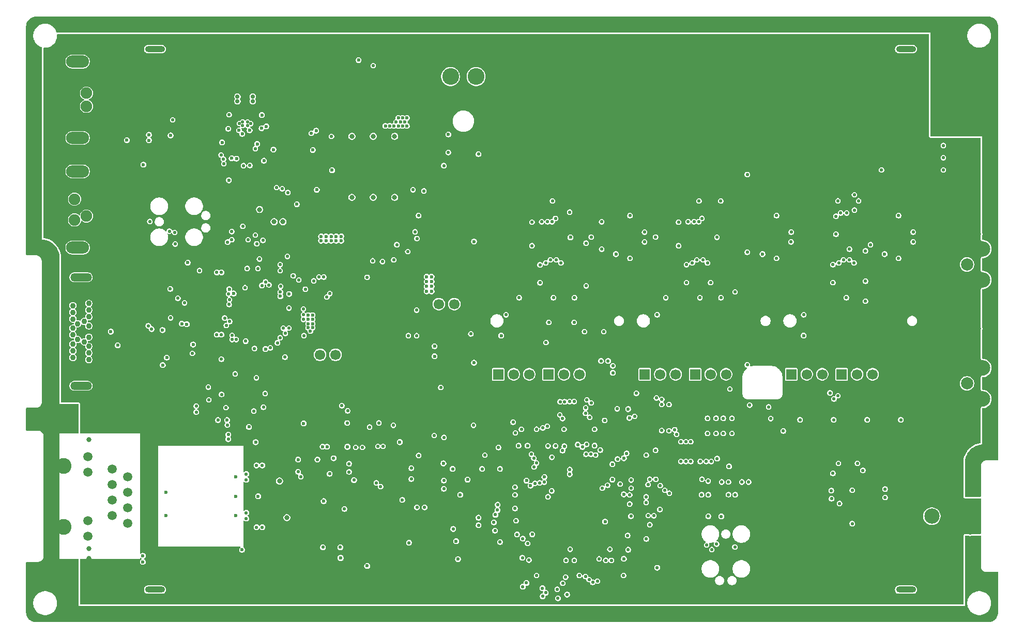
<source format=gbr>
%TF.GenerationSoftware,KiCad,Pcbnew,9.0.2*%
%TF.CreationDate,2025-05-15T13:19:02-04:00*%
%TF.ProjectId,mainBoard,6d61696e-426f-4617-9264-2e6b69636164,01*%
%TF.SameCoordinates,Original*%
%TF.FileFunction,Copper,L2,Inr*%
%TF.FilePolarity,Positive*%
%FSLAX46Y46*%
G04 Gerber Fmt 4.6, Leading zero omitted, Abs format (unit mm)*
G04 Created by KiCad (PCBNEW 9.0.2) date 2025-05-15 13:19:02*
%MOMM*%
%LPD*%
G01*
G04 APERTURE LIST*
%TA.AperFunction,ComponentPad*%
%ADD10C,6.500000*%
%TD*%
%TA.AperFunction,ComponentPad*%
%ADD11R,1.700000X1.700000*%
%TD*%
%TA.AperFunction,ComponentPad*%
%ADD12C,1.700000*%
%TD*%
%TA.AperFunction,ComponentPad*%
%ADD13C,2.000000*%
%TD*%
%TA.AperFunction,ComponentPad*%
%ADD14C,2.500000*%
%TD*%
%TA.AperFunction,ComponentPad*%
%ADD15O,3.250000X1.000000*%
%TD*%
%TA.AperFunction,ComponentPad*%
%ADD16C,2.750000*%
%TD*%
%TA.AperFunction,ComponentPad*%
%ADD17C,0.930000*%
%TD*%
%TA.AperFunction,ComponentPad*%
%ADD18O,3.550000X1.350000*%
%TD*%
%TA.AperFunction,ComponentPad*%
%ADD19C,1.900000*%
%TD*%
%TA.AperFunction,ComponentPad*%
%ADD20O,3.750000X2.000000*%
%TD*%
%TA.AperFunction,ComponentPad*%
%ADD21C,1.500000*%
%TD*%
%TA.AperFunction,ComponentPad*%
%ADD22C,2.600000*%
%TD*%
%TA.AperFunction,ViaPad*%
%ADD23C,0.550000*%
%TD*%
%TA.AperFunction,ViaPad*%
%ADD24C,0.600000*%
%TD*%
%TA.AperFunction,ViaPad*%
%ADD25C,0.800000*%
%TD*%
%TA.AperFunction,ViaPad*%
%ADD26C,0.700000*%
%TD*%
G04 APERTURE END LIST*
D10*
%TO.N,VSS*%
%TO.C,J15*%
X205500000Y-60000000D03*
%TD*%
%TO.N,VSS*%
%TO.C,J27*%
X157500000Y-60000000D03*
%TD*%
D11*
%TO.N,/Auxiliary Card/AUX_VDD*%
%TO.C,J26*%
X155960000Y-109000000D03*
D12*
%TO.N,/Auxiliary Card/AUX_GPIO_VCCA*%
X158500000Y-109000000D03*
%TO.N,/Auxiliary Card/AUX_1V8*%
X161040000Y-109000000D03*
%TD*%
D13*
%TO.N,/RF Interface/LTE_RF-IN*%
%TO.C,AE2*%
X224500000Y-110500000D03*
D14*
%TO.N,VSS*%
X227040000Y-107960000D03*
X221960000Y-107960000D03*
X221960000Y-113040000D03*
X227040000Y-113040000D03*
%TD*%
%TO.N,/RF Interface/GNSS_RF-IN*%
%TO.C,AE1*%
X218750000Y-132250000D03*
%TO.N,VSS*%
X221290000Y-129710000D03*
X216210000Y-129710000D03*
X216210000Y-134790000D03*
X221290000Y-134790000D03*
%TD*%
D10*
%TO.N,VSS*%
%TO.C,J22*%
X181500000Y-72000000D03*
%TD*%
D15*
%TO.N,GND*%
%TO.C,J5*%
X91500000Y-55700000D03*
%TD*%
D11*
%TO.N,/LTE Card/LTE_VDD*%
%TO.C,J20*%
X179960000Y-109000000D03*
D12*
%TO.N,/LTE Card/LTE_GPIO_VCCA*%
X182500000Y-109000000D03*
%TO.N,/LTE Card/LTE_1V8*%
X185040000Y-109000000D03*
%TD*%
D10*
%TO.N,VSS*%
%TO.C,J28*%
X157500000Y-72000000D03*
%TD*%
%TO.N,VSS*%
%TO.C,J21*%
X181500000Y-60000000D03*
%TD*%
D11*
%TO.N,VSS*%
%TO.C,J41*%
X143060000Y-97500000D03*
D12*
%TO.N,/EPS Controller/Voltage Regulators/+3V3_REG_OUT*%
X140520000Y-97500000D03*
%TO.N,+3V3*%
X137980000Y-97500000D03*
%TO.N,VSS*%
X135440000Y-97500000D03*
%TD*%
D15*
%TO.N,GND*%
%TO.C,J4*%
X214500000Y-55700000D03*
%TD*%
D16*
%TO.N,GND*%
%TO.C,J1*%
X219920000Y-66550000D03*
X224920000Y-66550000D03*
X224920000Y-59050000D03*
X219920000Y-59050000D03*
%TD*%
D11*
%TO.N,/LTE Card/LTE_VDD*%
%TO.C,J17*%
X171710000Y-109000000D03*
D12*
%TO.N,/LTE Card/LTE_SIG_VCCA*%
X174250000Y-109000000D03*
%TO.N,/LTE Card/LTE_1V8*%
X176790000Y-109000000D03*
%TD*%
D17*
%TO.N,VSS*%
%TO.C,J9*%
X80670000Y-96275000D03*
%TO.N,unconnected-(J9-TX1+-PadA2)*%
X80670000Y-97375000D03*
%TO.N,unconnected-(J9-TX1--PadA3)*%
X80670000Y-98475000D03*
%TO.N,VBUS*%
X80670000Y-99575000D03*
%TO.N,/USB Hub/CC1*%
X79900000Y-100325000D03*
%TO.N,/USB Hub/UP_USB_DP*%
X80670000Y-101075000D03*
%TO.N,/USB Hub/UP_USB_DN*%
X80670000Y-102925000D03*
%TO.N,unconnected-(J9-SBU1-PadA8)*%
X79900000Y-103675000D03*
%TO.N,VBUS*%
X80670000Y-104425000D03*
%TO.N,unconnected-(J9-RX2--PadA10)*%
X80670000Y-105525000D03*
%TO.N,unconnected-(J9-RX2+-PadA11)*%
X80670000Y-106625000D03*
%TO.N,VSS*%
X80670000Y-107725000D03*
X78050000Y-107350000D03*
%TO.N,unconnected-(J9-TX2+-PadB2)*%
X78050000Y-106250000D03*
%TO.N,unconnected-(J9-TX2--PadB3)*%
X78050000Y-105150000D03*
%TO.N,VBUS*%
X78050000Y-104050000D03*
%TO.N,/USB Hub/CC2*%
X78850000Y-103300000D03*
%TO.N,/USB Hub/UP_USB_DP*%
X78050000Y-102550000D03*
%TO.N,/USB Hub/UP_USB_DN*%
X78050000Y-101450000D03*
%TO.N,unconnected-(J9-SBU2-PadB8)*%
X78850000Y-100700000D03*
%TO.N,VBUS*%
X78050000Y-99950000D03*
%TO.N,unconnected-(J9-RX1--PadB10)*%
X78050000Y-98850000D03*
%TO.N,unconnected-(J9-RX1+-PadB11)*%
X78050000Y-97750000D03*
%TO.N,VSS*%
X78050000Y-96650000D03*
X79375000Y-97050000D03*
X79375000Y-98150000D03*
X79375000Y-99250000D03*
X79375000Y-104750000D03*
X79375000Y-105850000D03*
X79375000Y-106950000D03*
D18*
%TO.N,Net-(J9-PadS1)*%
X79375000Y-110900000D03*
%TO.N,Net-(J9-PadS2)*%
X79375000Y-93100000D03*
%TD*%
D15*
%TO.N,GND*%
%TO.C,J3*%
X214500000Y-144300000D03*
%TD*%
D11*
%TO.N,/GNSS Card/GNSS_VDD*%
%TO.C,J14*%
X203960000Y-109000000D03*
D12*
%TO.N,/GNSS Card/GPS_GPIO_VCCA*%
X206500000Y-109000000D03*
%TO.N,/GNSS Card/GNSS_1V8*%
X209040000Y-109000000D03*
%TD*%
D11*
%TO.N,/GNSS Card/GNSS_VDD*%
%TO.C,J11*%
X195710000Y-109000000D03*
D12*
%TO.N,/GNSS Card/GPS_SIG_VCCA*%
X198250000Y-109000000D03*
%TO.N,/GNSS Card/GNSS_1V8*%
X200790000Y-109000000D03*
%TD*%
D11*
%TO.N,VSS*%
%TO.C,J42*%
X123610000Y-105800000D03*
D12*
%TO.N,Net-(J42-Pin_2)*%
X121070000Y-105800000D03*
%TO.N,+1V8*%
X118530000Y-105800000D03*
%TO.N,VSS*%
X115990000Y-105800000D03*
%TD*%
D19*
%TO.N,VSS*%
%TO.C,J37*%
X78325000Y-65700000D03*
%TO.N,/EPS Controller/Battery Charger/PVIN*%
X80275000Y-65075000D03*
%TO.N,VSS*%
X78325000Y-62300000D03*
%TO.N,/EPS Controller/Battery Charger/PVIN*%
X80275000Y-62925000D03*
D20*
%TO.N,Net-(J37-SHIELD-PadS1)*%
X78825000Y-70250000D03*
%TO.N,Net-(J37-SHIELD-PadS2)*%
X78825000Y-57750000D03*
%TD*%
D11*
%TO.N,/Auxiliary Card/AUX_VDD*%
%TO.C,J23*%
X147710000Y-109000000D03*
D12*
%TO.N,/Auxiliary Card/AUX_SIG_VCCA*%
X150250000Y-109000000D03*
%TO.N,/Auxiliary Card/AUX_1V8*%
X152790000Y-109000000D03*
%TD*%
D13*
%TO.N,/RF Interface/AUX_RF-IN*%
%TO.C,AE3*%
X224500000Y-91000000D03*
D14*
%TO.N,VSS*%
X227040000Y-88460000D03*
X221960000Y-88460000D03*
X221960000Y-93540000D03*
X227040000Y-93540000D03*
%TD*%
D15*
%TO.N,GND*%
%TO.C,J2*%
X91500000Y-144300000D03*
%TD*%
D19*
%TO.N,+3V3*%
%TO.C,J33*%
X78325000Y-83700000D03*
%TO.N,/I2C1.SCL*%
X80275000Y-83075000D03*
%TO.N,/I2C1.SDA*%
X78325000Y-80300000D03*
%TO.N,VSS*%
X80275000Y-80925000D03*
D20*
%TO.N,Net-(J33-SHIELD-PadS1)*%
X78825000Y-88250000D03*
%TO.N,Net-(J33-SHIELD-PadS2)*%
X78825000Y-75750000D03*
%TD*%
D10*
%TO.N,VSS*%
%TO.C,J16*%
X205500000Y-72000000D03*
%TD*%
D21*
%TO.N,/Ethernet/MDI_RX+*%
%TO.C,J10*%
X84500000Y-124560000D03*
%TO.N,/Ethernet/MDI_RX-*%
X87040000Y-125830000D03*
%TO.N,/Ethernet/MDI_TX+*%
X84500000Y-127100000D03*
%TO.N,unconnected-(J10-DC+-Pad4)*%
X87040000Y-128370000D03*
%TO.N,unconnected-(J10-DC+-Pad5)*%
X84500000Y-129640000D03*
%TO.N,/Ethernet/MDI_TX-*%
X87040000Y-130910000D03*
%TO.N,unconnected-(J10-DC--Pad7)*%
X84500000Y-132180000D03*
%TO.N,unconnected-(J10-DC--Pad8)*%
X87040000Y-133450000D03*
%TO.N,Net-(J10-LED(Yellow)_K)*%
X80500000Y-135530000D03*
%TO.N,/Ethernet/LED1*%
X80500000Y-132990000D03*
%TO.N,Net-(J10-LED(Green)_K)*%
X80500000Y-125010000D03*
%TO.N,/Ethernet/LED2*%
X80500000Y-122470000D03*
D22*
%TO.N,GND*%
X76500000Y-124000000D03*
X76500000Y-134000000D03*
%TD*%
D16*
%TO.N,PACK+*%
%TO.C,J40*%
X144100000Y-60200000D03*
%TO.N,PACK-*%
X139900000Y-60200000D03*
%TD*%
D23*
%TO.N,VSS*%
X155000000Y-79000000D03*
X99000000Y-73000000D03*
X86000000Y-86000000D03*
X152000000Y-74000000D03*
X198000000Y-88000000D03*
X203000000Y-145000000D03*
X156250000Y-135500000D03*
X165000000Y-57000000D03*
X200000000Y-68000000D03*
X133000000Y-131000000D03*
X92000000Y-90000000D03*
X104050000Y-108150000D03*
X219500000Y-97000000D03*
X156550000Y-86000000D03*
X98000000Y-58000000D03*
X192000000Y-80000000D03*
X117500000Y-60250000D03*
X208000000Y-140000000D03*
X224000000Y-108000000D03*
X176000000Y-80000000D03*
X220000000Y-140000000D03*
X191000000Y-65000000D03*
X80000000Y-54000000D03*
X84000000Y-90000000D03*
X166250000Y-135250000D03*
X81000000Y-79000000D03*
X190000000Y-102000000D03*
X130000000Y-110000000D03*
X84000000Y-84000000D03*
X151750000Y-137750000D03*
X148000000Y-87500000D03*
X96000000Y-103650000D03*
X138000000Y-108500000D03*
X215000000Y-103000000D03*
X108000000Y-56000000D03*
X205000000Y-67000000D03*
X210000000Y-74000000D03*
D24*
X93050000Y-93050000D03*
D23*
X191000000Y-139000000D03*
X186000000Y-72000000D03*
X201000000Y-79000000D03*
D24*
X123000000Y-92250000D03*
D23*
X206750000Y-104150000D03*
X103000000Y-60250000D03*
X222000000Y-126000000D03*
X195000000Y-59000000D03*
X84000000Y-62000000D03*
X166500000Y-106750000D03*
X205000000Y-65000000D03*
X128000000Y-130000000D03*
X84000000Y-146000000D03*
X218000000Y-92000000D03*
X86000000Y-67250000D03*
X81000000Y-89000000D03*
X213000000Y-101000000D03*
X190000000Y-92000000D03*
X115500000Y-60250000D03*
X159000000Y-135500000D03*
X187000000Y-81000000D03*
X108100000Y-99450000D03*
X219500000Y-102000000D03*
X186850000Y-118650000D03*
X114000000Y-59750000D03*
X127000000Y-113000000D03*
X103700000Y-105275000D03*
X136000000Y-87500000D03*
X187000000Y-61000000D03*
X226000000Y-76000000D03*
X85000000Y-57000000D03*
X150000000Y-100000000D03*
X90750000Y-96500000D03*
X90500000Y-65750000D03*
X154000000Y-64000000D03*
X222500000Y-96500000D03*
X159000000Y-130000000D03*
X102000000Y-60250000D03*
X213000000Y-59000000D03*
X133000000Y-119000000D03*
X94000000Y-78000000D03*
X152000000Y-72000000D03*
X115000000Y-87000000D03*
X189000000Y-139000000D03*
X86000000Y-76000000D03*
X208000000Y-128000000D03*
X140000000Y-138000000D03*
X93500000Y-60750000D03*
X127000000Y-73000000D03*
X115000000Y-143000000D03*
X108100000Y-108350000D03*
X115000000Y-130000000D03*
X154000000Y-54000000D03*
X131000000Y-83000000D03*
D24*
X140825000Y-137350000D03*
D23*
X213000000Y-63000000D03*
X200000000Y-62000000D03*
X96000000Y-74000000D03*
X118000000Y-90000000D03*
X205000000Y-145000000D03*
X101000000Y-83000000D03*
X135000000Y-107000000D03*
X138950000Y-103800000D03*
X154000000Y-74000000D03*
X118000000Y-88000000D03*
X177000000Y-101000000D03*
X127000000Y-55000000D03*
X153000000Y-83000000D03*
X194000000Y-102000000D03*
X97000000Y-143000000D03*
X190000000Y-94000000D03*
X176825000Y-91800000D03*
X218000000Y-68000000D03*
X172250000Y-107000000D03*
X224000000Y-88000000D03*
X142500000Y-62500000D03*
X82000000Y-146000000D03*
X159000000Y-133750000D03*
X225000000Y-75000000D03*
X213000000Y-121000000D03*
X101000000Y-81000000D03*
X213000000Y-57000000D03*
X209000000Y-63000000D03*
X77000000Y-61000000D03*
X214750000Y-83425000D03*
X216000000Y-140000000D03*
X207000000Y-143000000D03*
X180000000Y-66000000D03*
X173000000Y-75000000D03*
X194500000Y-130000000D03*
X145750000Y-82000000D03*
X184000000Y-88000000D03*
X213000000Y-103000000D03*
X110000000Y-56000000D03*
D24*
X126250000Y-79125000D03*
D23*
X194500000Y-132000000D03*
X216000000Y-78000000D03*
X104000000Y-84000000D03*
X102000000Y-76000000D03*
X217000000Y-67000000D03*
X189250000Y-107000000D03*
X76000000Y-74000000D03*
X84000000Y-92000000D03*
X86500000Y-66750000D03*
X137000000Y-141000000D03*
X160000000Y-133750000D03*
X114000000Y-54000000D03*
X193000000Y-75000000D03*
X168000000Y-78000000D03*
X223000000Y-75000000D03*
X110000000Y-100400000D03*
X96500000Y-60750000D03*
X102500000Y-59750000D03*
X96000000Y-78000000D03*
X173000000Y-55000000D03*
X203000000Y-67000000D03*
X116000000Y-56000000D03*
X182000000Y-76000000D03*
D24*
X85400000Y-105250000D03*
D23*
X77000000Y-65000000D03*
X203750000Y-104150000D03*
X222000000Y-117500000D03*
X74000000Y-60000000D03*
X109000000Y-143000000D03*
X144000000Y-84000000D03*
X107000000Y-143000000D03*
X189000000Y-65000000D03*
X111000000Y-59000000D03*
X213000000Y-111000000D03*
X207000000Y-55000000D03*
X219500000Y-120000000D03*
X168000000Y-90000000D03*
X188000000Y-70000000D03*
X123000000Y-59000000D03*
X199000000Y-81000000D03*
X203000000Y-57000000D03*
X95000000Y-81000000D03*
X121850000Y-136525000D03*
X91000000Y-115000000D03*
X222000000Y-102000000D03*
X156000000Y-68000000D03*
X168000000Y-58000000D03*
X123000000Y-103500000D03*
X213000000Y-91000000D03*
X138250000Y-80500000D03*
X157050000Y-146425000D03*
X177000000Y-73000000D03*
X106000000Y-144000000D03*
X111000000Y-143000000D03*
X153000000Y-89000000D03*
X174475000Y-128650000D03*
X214000000Y-142000000D03*
X85000000Y-77000000D03*
X186500000Y-96625000D03*
X98000000Y-142000000D03*
X191000000Y-69000000D03*
X121000000Y-145000000D03*
X222000000Y-142000000D03*
X163000000Y-133750000D03*
X75000000Y-87000000D03*
X95000000Y-57000000D03*
X161000000Y-63000000D03*
X85000000Y-79000000D03*
X172000000Y-54000000D03*
X196000000Y-62000000D03*
X125000000Y-59750000D03*
X128000000Y-81000000D03*
X135000000Y-85000000D03*
X161000000Y-133750000D03*
X129000000Y-73000000D03*
X162000000Y-74000000D03*
X89000000Y-117000000D03*
X86000000Y-94000000D03*
X212000000Y-70000000D03*
X200000000Y-78000000D03*
X147500000Y-92000000D03*
X223000000Y-71000000D03*
X201000000Y-135000000D03*
X111250000Y-82275000D03*
X193000000Y-73000000D03*
X128000000Y-74000000D03*
X225000000Y-81000000D03*
X223500000Y-96500000D03*
X152750000Y-106950000D03*
D24*
X124750000Y-79125000D03*
D23*
X93000000Y-143000000D03*
D24*
X97850000Y-90700000D03*
D23*
X170650000Y-114625000D03*
X92000000Y-92000000D03*
X148000000Y-56000000D03*
X152000000Y-64000000D03*
X107000000Y-145000000D03*
X158000000Y-103900000D03*
D24*
X132050000Y-128200000D03*
D23*
X138000000Y-54000000D03*
X100500000Y-120250000D03*
X193000000Y-61000000D03*
X138825000Y-115125000D03*
X130000000Y-74000000D03*
X154000000Y-70000000D03*
X144000000Y-108500000D03*
X86000000Y-112000000D03*
X149000000Y-69000000D03*
X87000000Y-117000000D03*
X216000000Y-122000000D03*
X77000000Y-81000000D03*
X162000000Y-58000000D03*
X212000000Y-72000000D03*
X97500000Y-60750000D03*
X130000000Y-54000000D03*
X215000000Y-117000000D03*
X165000000Y-55000000D03*
X172000000Y-96000000D03*
X135000000Y-134750000D03*
D24*
X111525000Y-117700000D03*
D23*
X98000000Y-76000000D03*
X148000000Y-92500000D03*
X193000000Y-79000000D03*
X193000000Y-101000000D03*
X207000000Y-65000000D03*
X173750000Y-106975000D03*
X198900000Y-106900000D03*
X205000000Y-113000000D03*
X123525000Y-127000000D03*
X119000000Y-141000000D03*
X81000000Y-71000000D03*
X221000000Y-101000000D03*
X196000000Y-90000000D03*
X164000000Y-74000000D03*
X101000000Y-79000000D03*
X187000000Y-79000000D03*
X107150000Y-100400000D03*
X214000000Y-58000000D03*
X85000000Y-59000000D03*
X75000000Y-77000000D03*
X119000000Y-111000000D03*
X102000000Y-54000000D03*
X218000000Y-62000000D03*
X179000000Y-81000000D03*
X180000000Y-104000000D03*
X74000000Y-78000000D03*
X174000000Y-54000000D03*
X202000000Y-120000000D03*
X156200000Y-132000000D03*
X217000000Y-89000000D03*
X214000000Y-92000000D03*
X192000000Y-124000000D03*
X154000000Y-68000000D03*
X223000000Y-141000000D03*
X181000000Y-67000000D03*
X193750000Y-129887500D03*
X210000000Y-144000000D03*
X152000000Y-60000000D03*
D24*
X116525000Y-118250000D03*
D23*
X78000000Y-112000000D03*
X222000000Y-99000000D03*
X220500000Y-86000000D03*
X148000000Y-86500000D03*
X85000000Y-109000000D03*
X195000000Y-55000000D03*
X208000000Y-126000000D03*
X128000000Y-114000000D03*
X224000000Y-106000000D03*
X85000000Y-55000000D03*
X195500000Y-139000000D03*
D24*
X90450000Y-108325000D03*
D23*
X172000000Y-92000000D03*
X191000000Y-141000000D03*
X95000000Y-77000000D03*
X120000000Y-56000000D03*
X90000000Y-64000000D03*
X182000000Y-56000000D03*
X199000000Y-75000000D03*
X225000000Y-77000000D03*
X222500000Y-86000000D03*
X180000000Y-102000000D03*
X125000000Y-111000000D03*
X158000000Y-68000000D03*
X122000000Y-59750000D03*
X97500000Y-59750000D03*
X149000000Y-89000000D03*
X90000000Y-122000000D03*
X155750000Y-107000000D03*
X129000000Y-141000000D03*
X162000000Y-70000000D03*
X165000000Y-73000000D03*
X85000000Y-117000000D03*
X222000000Y-119500000D03*
X77000000Y-59000000D03*
X183225000Y-128750000D03*
X102500000Y-60750000D03*
X140000000Y-84000000D03*
X189000000Y-143000000D03*
X77000000Y-85000000D03*
X116000000Y-146000000D03*
X190375000Y-84875000D03*
X75000000Y-57000000D03*
X144000000Y-54000000D03*
X142000000Y-54000000D03*
X190000000Y-70000000D03*
X207000000Y-107000000D03*
X211000000Y-143000000D03*
X91000000Y-111000000D03*
X199000000Y-59000000D03*
X77000000Y-67000000D03*
X199000000Y-73000000D03*
X192000000Y-134000000D03*
X188000000Y-66000000D03*
X99000000Y-75000000D03*
X115000000Y-57000000D03*
X113000000Y-59750000D03*
X93000000Y-63250000D03*
X192000000Y-136000000D03*
X223000000Y-73000000D03*
X224500000Y-121000000D03*
X121000000Y-59750000D03*
D24*
X175600000Y-131150000D03*
D23*
X213650000Y-115450000D03*
X165000000Y-141975000D03*
X220000000Y-138000000D03*
X217000000Y-69000000D03*
X201000000Y-69000000D03*
D24*
X103300000Y-115500000D03*
D23*
X216000000Y-126000000D03*
X201000000Y-137000000D03*
X176825000Y-93200000D03*
X114000000Y-140000000D03*
X170000000Y-92000000D03*
X117000000Y-141000000D03*
X178000000Y-142000000D03*
X184000000Y-134000000D03*
X102000000Y-142000000D03*
X82000000Y-88000000D03*
X222000000Y-104000000D03*
X97000000Y-57000000D03*
X193000000Y-71000000D03*
X120000000Y-54000000D03*
X192000000Y-78000000D03*
X114000000Y-146000000D03*
X222000000Y-144000000D03*
X222500000Y-121000000D03*
X216000000Y-110000000D03*
X85000000Y-63000000D03*
X206000000Y-112000000D03*
X213000000Y-67000000D03*
X199500000Y-124000000D03*
X165750000Y-114500000D03*
X107000000Y-58250000D03*
X205000000Y-103000000D03*
X81000000Y-59000000D03*
X206000000Y-146000000D03*
X171000000Y-57000000D03*
X129000000Y-79000000D03*
X105500000Y-115350000D03*
X153000000Y-71000000D03*
X190925000Y-85125000D03*
X192000000Y-66000000D03*
X135675000Y-115925000D03*
X200000000Y-56000000D03*
X127000000Y-57000000D03*
X201000000Y-75000000D03*
X173000000Y-83000000D03*
X117000000Y-105000000D03*
X158000000Y-64000000D03*
X128000000Y-112000000D03*
X95000000Y-73000000D03*
X191000000Y-71000000D03*
X189000000Y-125000000D03*
D24*
X105900000Y-117600000D03*
D23*
X171000000Y-55000000D03*
X128000000Y-144000000D03*
X107000000Y-141000000D03*
X148000000Y-62000000D03*
X207000000Y-145000000D03*
X212000000Y-68000000D03*
X78000000Y-86000000D03*
X117000000Y-57000000D03*
X133000000Y-105000000D03*
X161000000Y-135500000D03*
X219500000Y-109000000D03*
X194000000Y-106000000D03*
X153000000Y-75000000D03*
X111000000Y-141000000D03*
X131450000Y-90950000D03*
X188000000Y-130000000D03*
X155000000Y-67000000D03*
X220000000Y-146000000D03*
X210000000Y-146000000D03*
X163000000Y-75000000D03*
X102550000Y-120050000D03*
X194000000Y-74000000D03*
X214000000Y-78000000D03*
X205000000Y-117000000D03*
X96000000Y-142000000D03*
X148000000Y-54000000D03*
X198000000Y-72000000D03*
X95000000Y-60250000D03*
X196000000Y-92000000D03*
X198000000Y-62000000D03*
X147000000Y-111000000D03*
X215000000Y-67000000D03*
X223500000Y-86000000D03*
X88000000Y-58000000D03*
X81000000Y-77000000D03*
X168000000Y-82000000D03*
X181000000Y-143000000D03*
X164000000Y-137250000D03*
X89000000Y-109000000D03*
X219000000Y-145000000D03*
X149000000Y-76000000D03*
X201000000Y-57000000D03*
X190000000Y-142000000D03*
X221000000Y-141000000D03*
X184000000Y-76000000D03*
X193000000Y-81000000D03*
X118000000Y-54000000D03*
X103000000Y-57000000D03*
X191000000Y-57000000D03*
X158000000Y-56000000D03*
X154000000Y-56000000D03*
X187000000Y-73000000D03*
X107150000Y-101350000D03*
X190000000Y-54000000D03*
X216000000Y-94000000D03*
X124000000Y-112000000D03*
X138500000Y-67500000D03*
X83000000Y-77000000D03*
X209000000Y-101000000D03*
X213000000Y-79000000D03*
X163000000Y-138250000D03*
X202000000Y-80000000D03*
X146000000Y-102000000D03*
X189000000Y-55000000D03*
X200000000Y-86000000D03*
X208150000Y-115450000D03*
X153000000Y-59000000D03*
X126000000Y-56000000D03*
X168000000Y-56000000D03*
X210925000Y-85125000D03*
X161000000Y-131000000D03*
X121000000Y-89000000D03*
X153000000Y-111000000D03*
X222000000Y-138000000D03*
D24*
X167800000Y-116150000D03*
D23*
X149000000Y-75000000D03*
X186000000Y-76000000D03*
X96000000Y-60250000D03*
X92000000Y-116000000D03*
X84000000Y-56000000D03*
X190000000Y-90000000D03*
X206000000Y-66000000D03*
X96000000Y-90000000D03*
X126000000Y-80000000D03*
X216000000Y-80000000D03*
X79000000Y-55000000D03*
X135000000Y-109000000D03*
X89000000Y-65250000D03*
X94000000Y-90000000D03*
X180000000Y-78000000D03*
X115000000Y-129000000D03*
X87000000Y-113000000D03*
X190000000Y-122000000D03*
X127000000Y-115000000D03*
X98250000Y-120250000D03*
X97000000Y-60250000D03*
X144500000Y-67500000D03*
X198000000Y-66000000D03*
X106000000Y-142000000D03*
X187000000Y-69000000D03*
X202000000Y-78000000D03*
X226000000Y-90000000D03*
X218000000Y-90000000D03*
X141000000Y-131000000D03*
D24*
X131000000Y-131350000D03*
D23*
X151000000Y-101000000D03*
X80000000Y-140000000D03*
X147500000Y-62500000D03*
X200000000Y-70000000D03*
X178000000Y-66000000D03*
X210000000Y-72000000D03*
X150475000Y-132000000D03*
D24*
X110100000Y-117700000D03*
D23*
X192000000Y-90000000D03*
D25*
X80700000Y-137550000D03*
D23*
X151250000Y-104050000D03*
X198000000Y-116000000D03*
X106200000Y-99450000D03*
X203000000Y-63000000D03*
X145500000Y-68500000D03*
X174000000Y-84000000D03*
X147000000Y-55000000D03*
X92500000Y-63750000D03*
X212000000Y-78000000D03*
X99000000Y-57000000D03*
X223000000Y-137000000D03*
X190000000Y-124000000D03*
X171975000Y-123250000D03*
X122500000Y-91000000D03*
X137000000Y-85000000D03*
X193000000Y-65000000D03*
X111250000Y-80725000D03*
X117000000Y-139000000D03*
X93000000Y-117000000D03*
X85000000Y-83000000D03*
X133000000Y-97000000D03*
X77000000Y-77000000D03*
X149000000Y-93000000D03*
X173000000Y-57000000D03*
X119000000Y-136525000D03*
X191000000Y-75000000D03*
X206000000Y-78000000D03*
X111000000Y-145000000D03*
X166000000Y-102000000D03*
X101000000Y-95000000D03*
X202000000Y-62000000D03*
X163000000Y-57000000D03*
X149000000Y-62000000D03*
X201000000Y-73000000D03*
X210000000Y-66000000D03*
X202000000Y-58000000D03*
X161000000Y-132000000D03*
X211000000Y-145000000D03*
X161000000Y-71000000D03*
X84000000Y-80000000D03*
X190000000Y-56000000D03*
X130000000Y-112000000D03*
X196000000Y-58000000D03*
D24*
X123000000Y-91500000D03*
D23*
X191000000Y-131000000D03*
X98500000Y-60750000D03*
X130000000Y-114000000D03*
X223000000Y-129000000D03*
X86000000Y-142000000D03*
X110000000Y-58000000D03*
X128000000Y-58000000D03*
X76000000Y-78000000D03*
X222000000Y-101000000D03*
X131000000Y-85000000D03*
X90000000Y-65250000D03*
X220000000Y-126000000D03*
X145750000Y-79750000D03*
X76000000Y-66000000D03*
X197750000Y-106900000D03*
X197000000Y-75000000D03*
X195000000Y-81000000D03*
X109050000Y-101350000D03*
X201000000Y-63000000D03*
X153000000Y-57000000D03*
X224000000Y-84000000D03*
X117000000Y-109000000D03*
X126500000Y-61250000D03*
X221000000Y-125000000D03*
X210000000Y-62000000D03*
X93000000Y-65250000D03*
X89500000Y-65750000D03*
X149000000Y-95000000D03*
X102000000Y-146000000D03*
X74000000Y-84000000D03*
X186000000Y-56000000D03*
X214000000Y-68000000D03*
X86000000Y-56000000D03*
X105000000Y-57000000D03*
X206000000Y-54000000D03*
X221000000Y-83000000D03*
X156000000Y-56000000D03*
X160000000Y-132000000D03*
X106000000Y-146000000D03*
X119000000Y-59000000D03*
X80000000Y-112000000D03*
X75000000Y-61000000D03*
X219500000Y-124000000D03*
X163000000Y-73000000D03*
X219500000Y-108000000D03*
X193000000Y-57000000D03*
X91000000Y-63000000D03*
X88000000Y-116000000D03*
X223000000Y-87000000D03*
X221500000Y-86000000D03*
X189475000Y-126625000D03*
X195000000Y-63000000D03*
X191000000Y-91000000D03*
X104000000Y-56000000D03*
X201000000Y-71000000D03*
X117000000Y-89000000D03*
X90000000Y-142000000D03*
X195000000Y-111000000D03*
X219500000Y-110000000D03*
X94000000Y-80000000D03*
X149000000Y-64000000D03*
X99000000Y-119500000D03*
X131000000Y-111000000D03*
X91000000Y-93000000D03*
X188000000Y-64000000D03*
X216000000Y-84000000D03*
X86000000Y-84000000D03*
D25*
X84450000Y-110900000D03*
D23*
X177000000Y-55000000D03*
X147000000Y-121000000D03*
X105000000Y-145000000D03*
X222000000Y-74000000D03*
X138500000Y-70500000D03*
X222000000Y-72000000D03*
X141500000Y-62500000D03*
X215000000Y-113000000D03*
X134400000Y-90300000D03*
X153000000Y-141975000D03*
X223000000Y-105000000D03*
X141500000Y-74050000D03*
X84000000Y-78000000D03*
X100325000Y-112200000D03*
X152000000Y-88000000D03*
X81000000Y-143000000D03*
X157000000Y-55000000D03*
X177250000Y-104100000D03*
D24*
X111750000Y-133825000D03*
D23*
X128000000Y-142000000D03*
X154000000Y-58000000D03*
X88000000Y-112000000D03*
X217000000Y-61000000D03*
X197225000Y-138675000D03*
X111250000Y-81500000D03*
X192000000Y-70000000D03*
X162000000Y-80000000D03*
X162000000Y-137250000D03*
X224000000Y-74000000D03*
X131000000Y-141000000D03*
X200825000Y-91800000D03*
X197000000Y-63000000D03*
X129000000Y-113000000D03*
X119000000Y-60750000D03*
X198000000Y-82000000D03*
X158000000Y-66000000D03*
X192000000Y-60000000D03*
X83000000Y-61000000D03*
X139750000Y-82100000D03*
D25*
X80700000Y-139200000D03*
D23*
X193000000Y-125000000D03*
X194000000Y-70000000D03*
X83000000Y-55000000D03*
X152000000Y-80000000D03*
X138500000Y-73500000D03*
X148500000Y-62500000D03*
D24*
X91700000Y-100850000D03*
D23*
X88000000Y-118000000D03*
X214000000Y-110000000D03*
X147000000Y-86500000D03*
X157000000Y-77000000D03*
X171400000Y-114550000D03*
X143000000Y-111000000D03*
X145000000Y-120700000D03*
X212000000Y-90000000D03*
X194500000Y-136000000D03*
X212000000Y-144000000D03*
X156000000Y-64000000D03*
X222000000Y-76000000D03*
X130000000Y-128000000D03*
X136500000Y-89000000D03*
X163000000Y-59000000D03*
X178000000Y-56000000D03*
X159000000Y-65000000D03*
X223500000Y-101500000D03*
X170000000Y-58000000D03*
X162250000Y-129000000D03*
X103500000Y-60750000D03*
X140375000Y-115075000D03*
X87000000Y-75000000D03*
X147500000Y-89000000D03*
X192000000Y-94000000D03*
X206000000Y-142000000D03*
X223500000Y-95000000D03*
X217000000Y-87000000D03*
X179000000Y-141000000D03*
D24*
X144350000Y-138175000D03*
D23*
X113000000Y-145000000D03*
X142500000Y-74050000D03*
X136500000Y-91000000D03*
X206000000Y-56000000D03*
X159000000Y-132000000D03*
X223025000Y-120050000D03*
X217000000Y-143000000D03*
X217000000Y-83000000D03*
X91000000Y-61000000D03*
X82000000Y-54000000D03*
X86000000Y-98000000D03*
X170000000Y-54000000D03*
X106200000Y-100400000D03*
X219000000Y-77000000D03*
X211000000Y-55000000D03*
X211000000Y-71000000D03*
X212000000Y-142000000D03*
X123500000Y-60250000D03*
X219500000Y-114000000D03*
X123000000Y-55000000D03*
X174000000Y-80000000D03*
X116000000Y-140000000D03*
X98000000Y-97000000D03*
X208000000Y-146000000D03*
X157800000Y-86000000D03*
X202000000Y-54000000D03*
X126000000Y-110000000D03*
X105500000Y-116650000D03*
X143000000Y-83000000D03*
X186000000Y-78000000D03*
X197000000Y-59000000D03*
X117000000Y-55000000D03*
X95000000Y-75000000D03*
X88000000Y-146000000D03*
X143000000Y-108500000D03*
X107150000Y-99450000D03*
X82000000Y-92000000D03*
X211000000Y-57000000D03*
X194500000Y-139000000D03*
X111000000Y-59750000D03*
X128000000Y-138000000D03*
X130000000Y-86000000D03*
X78000000Y-74000000D03*
X220000000Y-144000000D03*
X150475000Y-126700000D03*
X217000000Y-125000000D03*
X152000000Y-82000000D03*
X187000000Y-71000000D03*
X83000000Y-59000000D03*
X171975000Y-131000000D03*
X85000000Y-113000000D03*
X210000000Y-138000000D03*
X91000000Y-65250000D03*
X84000000Y-60000000D03*
X140000000Y-108500000D03*
D24*
X111450000Y-77625000D03*
D23*
X154000000Y-80000000D03*
X193000000Y-59000000D03*
X168000000Y-89275000D03*
X185000000Y-57000000D03*
X80000000Y-90000000D03*
X124000000Y-54000000D03*
X75000000Y-75000000D03*
X148025000Y-123500000D03*
X194000000Y-66000000D03*
X134000000Y-106000000D03*
X149000000Y-68000000D03*
X101500000Y-60750000D03*
X185025000Y-131925000D03*
X114593413Y-112006587D03*
X224000000Y-76000000D03*
X91000000Y-89000000D03*
X190000000Y-68000000D03*
X163250000Y-129000000D03*
X177000000Y-59000000D03*
X153500000Y-138250000D03*
X223000000Y-123000000D03*
X82000000Y-78000000D03*
X129000000Y-109000000D03*
X189000000Y-59000000D03*
X116000000Y-86000000D03*
X132000000Y-84000000D03*
X135000000Y-132750000D03*
X88000000Y-142000000D03*
X130000000Y-84000000D03*
X87000000Y-55000000D03*
X131000000Y-113000000D03*
X84000000Y-110000000D03*
X206000000Y-68000000D03*
X87000000Y-109000000D03*
X121000000Y-59000000D03*
X213000000Y-125000000D03*
X161000000Y-67000000D03*
X187000000Y-67000000D03*
X93000000Y-111000000D03*
X163000000Y-79000000D03*
X176000000Y-100000000D03*
X75000000Y-65000000D03*
X219500000Y-89000000D03*
X152000000Y-66000000D03*
X190000000Y-80000000D03*
X96000000Y-146000000D03*
X148000000Y-93500000D03*
X115000000Y-89000000D03*
X221000000Y-137000000D03*
X211000000Y-69000000D03*
X105750000Y-63900000D03*
X109050000Y-98500000D03*
X198000000Y-64000000D03*
X162000000Y-60000000D03*
X141275000Y-118025000D03*
X172000000Y-90000000D03*
X154000000Y-104000000D03*
X113000000Y-60750000D03*
X215000000Y-61000000D03*
X203000000Y-65000000D03*
X166000000Y-56000000D03*
X87000000Y-77000000D03*
X89000000Y-63000000D03*
X197000000Y-71000000D03*
X106000000Y-90000000D03*
X202000000Y-102000000D03*
X194000000Y-80000000D03*
X140000000Y-54000000D03*
X156000000Y-76000000D03*
X102000000Y-82000000D03*
X219000000Y-129000000D03*
X109050000Y-99450000D03*
X88000000Y-108000000D03*
X194000000Y-100000000D03*
X216000000Y-64000000D03*
X125000000Y-81000000D03*
X185000000Y-73000000D03*
X92000000Y-60000000D03*
X223000000Y-145000000D03*
X152000000Y-84000000D03*
X91000000Y-113000000D03*
X225000000Y-107000000D03*
X93000000Y-141000000D03*
X85000000Y-61000000D03*
D24*
X139050000Y-105300000D03*
D23*
X101000000Y-59000000D03*
X90000000Y-114000000D03*
X217000000Y-81000000D03*
X93000000Y-62250000D03*
X134500000Y-103500000D03*
X160000000Y-76000000D03*
X133000000Y-113000000D03*
X213000000Y-139000000D03*
X194500000Y-131000000D03*
X198000000Y-140000000D03*
X117000000Y-87000000D03*
X88000000Y-54000000D03*
X182300000Y-92500000D03*
X178000000Y-140000000D03*
X130000000Y-144000000D03*
X104000000Y-146000000D03*
X165600000Y-88825000D03*
X192000000Y-72000000D03*
X84000000Y-116000000D03*
D24*
X142850000Y-101575000D03*
D23*
X191000000Y-81000000D03*
X216500000Y-124000000D03*
X128000000Y-110000000D03*
X180000000Y-80000000D03*
X128500000Y-103500000D03*
X99000000Y-141000000D03*
X98000000Y-60250000D03*
X109000000Y-145000000D03*
X200300000Y-131660000D03*
X185000000Y-79000000D03*
X200250000Y-124500000D03*
X130000000Y-130000000D03*
X162000000Y-132000000D03*
X167050000Y-133650000D03*
X86500000Y-65750000D03*
X219000000Y-79000000D03*
X102000000Y-84000000D03*
D24*
X112225000Y-117700000D03*
D23*
X119000000Y-55000000D03*
X198000000Y-118000000D03*
X119000000Y-57000000D03*
X134000000Y-133750000D03*
X200825000Y-93200000D03*
X226000000Y-74000000D03*
X180000000Y-68000000D03*
X74000000Y-72000000D03*
X193000000Y-139000000D03*
X217000000Y-123000000D03*
X217000000Y-65000000D03*
X131000000Y-115000000D03*
X179000000Y-143000000D03*
X189000000Y-131000000D03*
X196500000Y-139000000D03*
X161000000Y-81000000D03*
X204000000Y-118000000D03*
X219000000Y-141000000D03*
X130000000Y-104000000D03*
X161000000Y-57000000D03*
X178000000Y-80000000D03*
X80000000Y-142000000D03*
X149000000Y-55000000D03*
X225500000Y-86000000D03*
X181800000Y-86000000D03*
X219500000Y-91000000D03*
X215000000Y-79000000D03*
X210000000Y-70000000D03*
X186000000Y-70000000D03*
X219500000Y-92000000D03*
X130000000Y-132000000D03*
X94000000Y-103650000D03*
X180550000Y-86000000D03*
X202000000Y-74000000D03*
X174000000Y-58000000D03*
X158250000Y-144000000D03*
D24*
X108350000Y-74375000D03*
D23*
X111000000Y-55000000D03*
X222000000Y-118500000D03*
X153000000Y-61000000D03*
X214000000Y-134000000D03*
X222000000Y-120500000D03*
D25*
X80700000Y-119700000D03*
D23*
X197000000Y-57000000D03*
X174475000Y-124500000D03*
X166375000Y-84875000D03*
D24*
X96325000Y-71600000D03*
D23*
X181000000Y-79000000D03*
X165250000Y-104050000D03*
X145000000Y-95000000D03*
D24*
X83675000Y-98375000D03*
D23*
X77000000Y-113000000D03*
D24*
X132050000Y-124225000D03*
D23*
X84000000Y-82000000D03*
X226000000Y-110000000D03*
X214000000Y-136000000D03*
X215000000Y-59000000D03*
X222000000Y-110000000D03*
X178000000Y-78000000D03*
X196000000Y-84000000D03*
X177000000Y-61000000D03*
D24*
X141125000Y-141200000D03*
D23*
X204000000Y-116000000D03*
X200250000Y-127500000D03*
X100500000Y-60750000D03*
X86000000Y-110000000D03*
X193000000Y-63000000D03*
X74000000Y-64000000D03*
X226000000Y-106000000D03*
X100000000Y-144000000D03*
X166000000Y-54000000D03*
X162000000Y-82000000D03*
X209000000Y-61000000D03*
X210000000Y-68000000D03*
X208000000Y-114000000D03*
X226000000Y-104000000D03*
X101000000Y-143000000D03*
X193000000Y-143000000D03*
X182000000Y-66000000D03*
X166000000Y-58000000D03*
X140500000Y-62500000D03*
X134000000Y-54000000D03*
X214000000Y-80000000D03*
X102000000Y-144000000D03*
X226000000Y-132000000D03*
X219500000Y-123000000D03*
X179000000Y-75000000D03*
X141000000Y-111000000D03*
X196000000Y-80000000D03*
X96000000Y-114000000D03*
X76000000Y-72000000D03*
X223000000Y-111000000D03*
X203000000Y-55000000D03*
X190000000Y-64000000D03*
X128000000Y-88000000D03*
X194500000Y-125000000D03*
X149000000Y-57000000D03*
X184000000Y-56000000D03*
X194000000Y-108000000D03*
X95000000Y-55000000D03*
X86000000Y-66250000D03*
X109500000Y-60250000D03*
X106250000Y-58250000D03*
X219500000Y-90000000D03*
X192000000Y-126000000D03*
X87000000Y-141000000D03*
X99000000Y-120250000D03*
X219500000Y-121000000D03*
X118000000Y-59750000D03*
X194000000Y-68000000D03*
X197150000Y-115450000D03*
D24*
X146650000Y-141200000D03*
D23*
X208000000Y-56000000D03*
X164250000Y-129000000D03*
X177000000Y-71000000D03*
X155000000Y-75000000D03*
X171000000Y-93000000D03*
X87500000Y-65750000D03*
X215000000Y-137000000D03*
X217000000Y-57000000D03*
X96000000Y-76000000D03*
X176000000Y-56000000D03*
X125000000Y-105000000D03*
X96000000Y-56000000D03*
X82000000Y-60000000D03*
X174000000Y-76000000D03*
X189000000Y-63000000D03*
X109000000Y-60750000D03*
X127000000Y-109000000D03*
X224000000Y-72000000D03*
X104000000Y-58250000D03*
X164000000Y-54000000D03*
X219000000Y-143000000D03*
X93000000Y-115000000D03*
X192000000Y-142000000D03*
X194500000Y-126000000D03*
X137000000Y-111000000D03*
X157000000Y-67000000D03*
X166000000Y-74000000D03*
X207000000Y-67000000D03*
X134000000Y-110000000D03*
X190000000Y-138000000D03*
X171000000Y-143000000D03*
X108100000Y-97550000D03*
X223000000Y-143000000D03*
X204000000Y-78000000D03*
D24*
X119750000Y-128425000D03*
D23*
X141000000Y-123000000D03*
X131000000Y-73000000D03*
X223000000Y-83000000D03*
X146000000Y-96000000D03*
X84000000Y-86000000D03*
X81000000Y-69000000D03*
X87000000Y-61000000D03*
X111000000Y-57000000D03*
X149750000Y-104050000D03*
X225975000Y-100550000D03*
X194000000Y-58000000D03*
X86000000Y-60000000D03*
X225000000Y-87000000D03*
X84000000Y-94000000D03*
X218000000Y-138000000D03*
X109050000Y-97550000D03*
X186000000Y-64000000D03*
X170000000Y-94000000D03*
D24*
X117625000Y-118825000D03*
D23*
X100825000Y-101575000D03*
X164000000Y-60000000D03*
X218000000Y-130000000D03*
X164250000Y-131000000D03*
X176000000Y-78000000D03*
X223500000Y-116000000D03*
X226000000Y-130000000D03*
X118000000Y-56000000D03*
X208000000Y-66000000D03*
X172000000Y-82000000D03*
X164000000Y-78000000D03*
X180000000Y-56000000D03*
X95300000Y-82500000D03*
X139500000Y-67500000D03*
X149000000Y-54000000D03*
X129000000Y-111000000D03*
X208000000Y-142000000D03*
X145000000Y-108500000D03*
X136000000Y-110000000D03*
X211050000Y-124050000D03*
X99000000Y-143000000D03*
X157000000Y-65000000D03*
X86000000Y-92000000D03*
X222000000Y-100000000D03*
X190000000Y-82000000D03*
X210000000Y-102000000D03*
X172000000Y-58000000D03*
X221000000Y-99000000D03*
X215000000Y-65000000D03*
X101000000Y-57000000D03*
X119000000Y-89000000D03*
X169000000Y-77000000D03*
X148000000Y-58000000D03*
X81000000Y-145000000D03*
X220000000Y-136000000D03*
X85000000Y-99000000D03*
X180000000Y-64000000D03*
X198000000Y-56000000D03*
X209600000Y-88850000D03*
X86000000Y-108000000D03*
X81000000Y-91000000D03*
X93000000Y-89000000D03*
X192000000Y-89275000D03*
X216000000Y-62000000D03*
X117000000Y-145000000D03*
X97000000Y-141000000D03*
X221000000Y-111000000D03*
X90000000Y-120000000D03*
X138000000Y-84000000D03*
D24*
X147175000Y-79000000D03*
D23*
X130000000Y-134000000D03*
X156250000Y-138250000D03*
X160000000Y-130000000D03*
X134000000Y-84000000D03*
X114000000Y-142000000D03*
X197000000Y-81000000D03*
X140125000Y-78125000D03*
X113000000Y-141000000D03*
X113000000Y-57000000D03*
X160000000Y-135500000D03*
X95000000Y-103650000D03*
X166500000Y-109525000D03*
X186000000Y-58000000D03*
X197000000Y-61000000D03*
X78000000Y-60000000D03*
X192000000Y-128000000D03*
X99000000Y-55000000D03*
X193000000Y-67000000D03*
X147000000Y-95500000D03*
X183550000Y-85750000D03*
X161000000Y-138250000D03*
X218000000Y-66000000D03*
X214000000Y-138000000D03*
X184725000Y-124700000D03*
X152000000Y-68000000D03*
X223000000Y-81000000D03*
X136000000Y-91500000D03*
X86000000Y-100000000D03*
X147500000Y-90000000D03*
X210000000Y-60000000D03*
X105500000Y-58250000D03*
X125000000Y-60750000D03*
X97000000Y-145000000D03*
X213250000Y-124000000D03*
X225000000Y-83000000D03*
X177000000Y-57000000D03*
X213000000Y-69000000D03*
X221000000Y-143000000D03*
X132000000Y-134000000D03*
X223500000Y-121000000D03*
X153000000Y-81000000D03*
X107150000Y-97550000D03*
X103500000Y-58750000D03*
X82000000Y-90000000D03*
X159000000Y-77000000D03*
X195000000Y-75000000D03*
X201275000Y-128050000D03*
X127500000Y-103500000D03*
X146500000Y-62500000D03*
X191000000Y-95000000D03*
X202000000Y-66000000D03*
X156000000Y-102000000D03*
X149000000Y-73000000D03*
X134000000Y-144000000D03*
X76000000Y-54000000D03*
X198000000Y-68000000D03*
X181000000Y-65000000D03*
X213000000Y-123000000D03*
X221000000Y-97000000D03*
X125000000Y-73000000D03*
X197000000Y-141000000D03*
X110000000Y-97550000D03*
X217000000Y-139000000D03*
X152000000Y-56000000D03*
X213000000Y-71000000D03*
X203000000Y-103000000D03*
X215000000Y-107000000D03*
X165250000Y-131000000D03*
X112000000Y-146000000D03*
X214750000Y-89575000D03*
X150475000Y-129750000D03*
X162000000Y-146000000D03*
X126250000Y-139600000D03*
X218000000Y-122000000D03*
X161000000Y-69000000D03*
X192000000Y-56000000D03*
X210375000Y-84875000D03*
X143500000Y-77800000D03*
X217000000Y-59000000D03*
X223000000Y-139000000D03*
X156200000Y-131000000D03*
X212000000Y-60000000D03*
X165000000Y-59000000D03*
X85000000Y-91000000D03*
X77000000Y-87000000D03*
X83000000Y-91000000D03*
X136000000Y-54000000D03*
X141000000Y-108500000D03*
X194500000Y-140000000D03*
X106200000Y-101350000D03*
X112850000Y-79850000D03*
X90000000Y-124000000D03*
X194500000Y-141000000D03*
X224500000Y-86000000D03*
X138500000Y-68500000D03*
X108100000Y-101350000D03*
X178000000Y-82000000D03*
X94000000Y-88000000D03*
X200000000Y-82000000D03*
X123300000Y-127700000D03*
X223000000Y-125000000D03*
X218500000Y-124000000D03*
X211000000Y-103000000D03*
X222000000Y-84000000D03*
X88000000Y-56000000D03*
X196000000Y-68000000D03*
X93000000Y-59000000D03*
X125500000Y-60250000D03*
X193000000Y-69000000D03*
X96000000Y-112000000D03*
X180000000Y-54000000D03*
X194000000Y-64000000D03*
X200000000Y-74000000D03*
X123000000Y-59750000D03*
X149000000Y-81000000D03*
X92500000Y-64750000D03*
X95000000Y-102650000D03*
X84000000Y-108000000D03*
X145500000Y-79100000D03*
D24*
X84800000Y-141050000D03*
D23*
X186000000Y-54000000D03*
X224000000Y-104000000D03*
X110000000Y-59750000D03*
X184150000Y-122325000D03*
X89000000Y-145000000D03*
X80000000Y-78000000D03*
X204000000Y-144000000D03*
X124000000Y-60750000D03*
X153000000Y-67000000D03*
X225000000Y-133000000D03*
D24*
X153000000Y-131250000D03*
D23*
X219500000Y-107000000D03*
X179000000Y-63000000D03*
X214000000Y-62000000D03*
X154000000Y-84000000D03*
X204000000Y-56000000D03*
X135525000Y-120725000D03*
X217000000Y-121000000D03*
X89000000Y-107000000D03*
X86500000Y-67750000D03*
X196500000Y-124000000D03*
X197500000Y-124000000D03*
X223025000Y-100550000D03*
X183650000Y-138375000D03*
X204500000Y-134000000D03*
X76000000Y-64000000D03*
X218000000Y-128000000D03*
D24*
X118800000Y-133750000D03*
D23*
X198000000Y-74000000D03*
X115000000Y-60750000D03*
X184000000Y-54000000D03*
X196000000Y-88000000D03*
X219500000Y-101000000D03*
X190000000Y-132000000D03*
X222000000Y-146000000D03*
X218000000Y-78000000D03*
X200250000Y-129500000D03*
X189000000Y-69000000D03*
X161000000Y-73000000D03*
X94000000Y-142000000D03*
X103500000Y-59750000D03*
X155000000Y-57000000D03*
X86000000Y-68250000D03*
X217000000Y-85000000D03*
X192000000Y-92000000D03*
X178000000Y-74000000D03*
X131000000Y-135000000D03*
X78000000Y-64000000D03*
X216000000Y-58000000D03*
X74000000Y-62000000D03*
X89000000Y-111000000D03*
X94000000Y-144000000D03*
X167000000Y-75000000D03*
X144500000Y-68500000D03*
X194000000Y-56000000D03*
X125000000Y-59000000D03*
X101500000Y-59750000D03*
X145000000Y-97000000D03*
X132000000Y-112000000D03*
X136000000Y-90500000D03*
X182000000Y-78000000D03*
X138500000Y-66500000D03*
X195000000Y-93000000D03*
X212000000Y-62000000D03*
X167000000Y-55000000D03*
X92000000Y-94000000D03*
X201325000Y-83875000D03*
X75000000Y-73000000D03*
X208000000Y-86000000D03*
X171000000Y-75000000D03*
X216000000Y-68000000D03*
X108000000Y-54000000D03*
X122000000Y-88000000D03*
X114000000Y-88000000D03*
D24*
X168000000Y-114700000D03*
D23*
X89000000Y-57000000D03*
X209000000Y-111000000D03*
X112500000Y-60250000D03*
X89000000Y-141000000D03*
X106250000Y-64350000D03*
X222000000Y-98000000D03*
X82000000Y-76000000D03*
X218000000Y-82000000D03*
X200000000Y-136000000D03*
X118825000Y-123275000D03*
X81000000Y-73000000D03*
X188000000Y-72000000D03*
X214000000Y-102000000D03*
X140050000Y-101600000D03*
X122000000Y-103500000D03*
X116000000Y-59750000D03*
X99000000Y-59000000D03*
X92500000Y-61750000D03*
X226000000Y-80000000D03*
X176000000Y-58000000D03*
X85000000Y-85000000D03*
X162000000Y-76000000D03*
X161000000Y-61000000D03*
X179000000Y-67000000D03*
X114000000Y-58000000D03*
X172000000Y-102000000D03*
X131750000Y-78500000D03*
X160000000Y-66000000D03*
X210000000Y-140000000D03*
X157975000Y-146400000D03*
X198000000Y-80000000D03*
X103000000Y-83000000D03*
X129000000Y-133000000D03*
X200250000Y-125500000D03*
X192000000Y-82000000D03*
X84000000Y-76000000D03*
X132000000Y-106000000D03*
X127000000Y-87000000D03*
X95000000Y-93000000D03*
X121000000Y-60750000D03*
X100000000Y-60250000D03*
X217000000Y-91000000D03*
X200000000Y-134000000D03*
X202000000Y-56000000D03*
X120000000Y-112000000D03*
X218000000Y-60000000D03*
X183000000Y-101000000D03*
X196000000Y-74000000D03*
X131500000Y-103500000D03*
X138250000Y-79750000D03*
D24*
X136825000Y-78750000D03*
D23*
X88000000Y-110000000D03*
X139500000Y-66500000D03*
X193000000Y-99000000D03*
X211000000Y-139000000D03*
X126000000Y-70000000D03*
D24*
X147250000Y-140750000D03*
D23*
X81000000Y-87000000D03*
X176000000Y-74000000D03*
D24*
X130700000Y-126150000D03*
D23*
X194500000Y-142000000D03*
X95000000Y-145000000D03*
X209000000Y-117000000D03*
X115800000Y-97475000D03*
X194000000Y-96000000D03*
X218000000Y-84000000D03*
X219500000Y-94000000D03*
X121500000Y-60250000D03*
X223000000Y-91000000D03*
X86000000Y-106000000D03*
X213000000Y-113000000D03*
X216000000Y-112000000D03*
X107000000Y-55000000D03*
X198500000Y-124000000D03*
X198000000Y-70000000D03*
X158000000Y-102000000D03*
X192000000Y-54000000D03*
D24*
X83500000Y-117150000D03*
D23*
X202000000Y-136000000D03*
X149000000Y-74000000D03*
X152500000Y-138250000D03*
X152000000Y-54000000D03*
X165000000Y-81000000D03*
X174000000Y-82000000D03*
X161000000Y-55000000D03*
X163000000Y-137250000D03*
X192000000Y-64000000D03*
X93000000Y-91000000D03*
X209000000Y-75000000D03*
X96500000Y-59750000D03*
X201000000Y-67000000D03*
X139625000Y-78450000D03*
X132000000Y-132000000D03*
X211000000Y-137000000D03*
X150000000Y-90000000D03*
X220000000Y-78000000D03*
X199000000Y-67000000D03*
X226000000Y-102000000D03*
X165250000Y-129000000D03*
X75000000Y-59000000D03*
X199000000Y-57000000D03*
X186000000Y-60000000D03*
X185000000Y-59000000D03*
X215000000Y-93000000D03*
D25*
X82700000Y-141150000D03*
D23*
X162000000Y-133750000D03*
X176450000Y-123925000D03*
X160000000Y-68000000D03*
X171000000Y-97000000D03*
D24*
X106550000Y-130750000D03*
D23*
X162150000Y-96550000D03*
X194500000Y-143000000D03*
X160000000Y-56000000D03*
X79000000Y-73000000D03*
X225000000Y-135000000D03*
X175525000Y-87150000D03*
X138250000Y-82000000D03*
X162000000Y-54000000D03*
X100000000Y-58000000D03*
X150000000Y-94000000D03*
X156000000Y-66000000D03*
X109000000Y-58750000D03*
X191000000Y-67000000D03*
X197000000Y-85000000D03*
X214000000Y-108000000D03*
X143000000Y-121000000D03*
X133000000Y-109000000D03*
X224000000Y-102000000D03*
X187000000Y-139000000D03*
X107000000Y-57000000D03*
X220000000Y-128000000D03*
X118000000Y-146000000D03*
X166000000Y-84000000D03*
X107750000Y-58250000D03*
X187000000Y-63000000D03*
X135000000Y-105000000D03*
X83000000Y-85000000D03*
X185000000Y-63000000D03*
X208000000Y-54000000D03*
X146000000Y-106000000D03*
X177000000Y-81000000D03*
X110000000Y-99450000D03*
X186000000Y-68000000D03*
D24*
X118100000Y-132250000D03*
D23*
X100000000Y-76000000D03*
X144000000Y-78125000D03*
X215000000Y-69000000D03*
X101000000Y-60250000D03*
X176000000Y-102000000D03*
D24*
X95450000Y-71600000D03*
D23*
X149000000Y-111000000D03*
X116000000Y-104000000D03*
X221000000Y-119000000D03*
X212000000Y-58000000D03*
X195000000Y-97000000D03*
X194500000Y-137000000D03*
X138625000Y-79100000D03*
X118000000Y-58000000D03*
D24*
X116900000Y-118825000D03*
D23*
X86000000Y-62000000D03*
X200000000Y-139000000D03*
X77000000Y-55000000D03*
X84000000Y-96000000D03*
X141000000Y-83000000D03*
X219000000Y-125000000D03*
X94000000Y-92000000D03*
X196000000Y-94000000D03*
X209000000Y-57000000D03*
X97000000Y-75000000D03*
X224000000Y-122000000D03*
X194000000Y-104000000D03*
X197225000Y-124650000D03*
X117000000Y-59000000D03*
X108500000Y-58250000D03*
X205000000Y-143000000D03*
X221000000Y-105000000D03*
X199000000Y-65000000D03*
X219500000Y-111000000D03*
X192000000Y-68000000D03*
X200000000Y-60000000D03*
X102000000Y-56000000D03*
X109727800Y-90075000D03*
X102401731Y-91551474D03*
X100000000Y-78000000D03*
X190000000Y-140000000D03*
X137000000Y-87000000D03*
X225975000Y-120050000D03*
X128000000Y-104000000D03*
X144500000Y-78450000D03*
X167850000Y-112500000D03*
X138950000Y-101600000D03*
X114000000Y-129000000D03*
X93000000Y-61250000D03*
X132000000Y-102000000D03*
X209000000Y-107000000D03*
X176000000Y-54000000D03*
D24*
X196175000Y-131675000D03*
D23*
X217000000Y-137000000D03*
X204000000Y-64000000D03*
X194000000Y-60000000D03*
X100000000Y-80000000D03*
X104000000Y-90000000D03*
X194000000Y-72000000D03*
D24*
X148050000Y-126875000D03*
D23*
X127000000Y-89000000D03*
X129000000Y-131000000D03*
X223000000Y-103000000D03*
X99000000Y-60250000D03*
X95500000Y-60750000D03*
X145750000Y-81250000D03*
X136000000Y-88500000D03*
X78000000Y-90000000D03*
X122000000Y-54000000D03*
X190000000Y-104000000D03*
X149000000Y-77000000D03*
X213000000Y-135000000D03*
X132000000Y-114000000D03*
D24*
X108600000Y-104850000D03*
D23*
X170750000Y-83425000D03*
X99000000Y-145000000D03*
X185000000Y-69000000D03*
X200000000Y-64000000D03*
X163000000Y-135500000D03*
X87000000Y-63000000D03*
X165000000Y-79000000D03*
X213000000Y-65000000D03*
X82000000Y-112000000D03*
X163000000Y-55000000D03*
X92000000Y-110000000D03*
X174000000Y-74000000D03*
X84000000Y-54000000D03*
X95000000Y-91000000D03*
X207000000Y-83000000D03*
X128000000Y-132000000D03*
X100655000Y-99900000D03*
X177000000Y-75000000D03*
X161000000Y-139250000D03*
X98500000Y-59750000D03*
X218000000Y-80000000D03*
X86000000Y-146000000D03*
X214000000Y-60000000D03*
X164000000Y-58000000D03*
X163000000Y-139250000D03*
X125000000Y-85000000D03*
X159000000Y-129000000D03*
X171000000Y-81000000D03*
X198000000Y-96000000D03*
X189000000Y-75000000D03*
X112000000Y-60750000D03*
X194000000Y-54000000D03*
X104000000Y-144000000D03*
X202650000Y-115450000D03*
X213000000Y-141000000D03*
X88000000Y-64000000D03*
X83000000Y-83000000D03*
X173750000Y-141500000D03*
X183000000Y-65000000D03*
X188000000Y-62000000D03*
X196250000Y-106900000D03*
X76550000Y-102975000D03*
D25*
X80700000Y-118000000D03*
D23*
X146000000Y-108000000D03*
X121000000Y-55000000D03*
X221000000Y-123000000D03*
X145000000Y-83000000D03*
X81000000Y-75000000D03*
X160000000Y-146000000D03*
X88500000Y-65750000D03*
X191000000Y-55000000D03*
D24*
X97200000Y-71600000D03*
D23*
X149000000Y-86500000D03*
D24*
X139950000Y-105300000D03*
D23*
X191000000Y-135000000D03*
X215000000Y-81000000D03*
X80000000Y-60000000D03*
X145000000Y-107000000D03*
X199000000Y-61000000D03*
X189000000Y-137000000D03*
X86000000Y-118000000D03*
X153000000Y-73000000D03*
X223000000Y-79000000D03*
X134050000Y-90900000D03*
X219500000Y-100000000D03*
X195000000Y-79000000D03*
X199000000Y-139000000D03*
X87000000Y-111000000D03*
X223000000Y-77000000D03*
X204000000Y-146000000D03*
X89000000Y-143000000D03*
X180000000Y-100000000D03*
X130000000Y-106000000D03*
X106000000Y-56000000D03*
X176000000Y-104000000D03*
X106250000Y-63500000D03*
X190000000Y-60000000D03*
X147000000Y-57000000D03*
X219500000Y-98000000D03*
X132000000Y-104000000D03*
X77000000Y-93000000D03*
X176000000Y-76000000D03*
X155000000Y-63000000D03*
X178000000Y-64000000D03*
X164000000Y-138250000D03*
X87000000Y-59000000D03*
X181175000Y-118700000D03*
X204000000Y-54000000D03*
X198000000Y-84000000D03*
X88000000Y-140000000D03*
X112000000Y-56000000D03*
X124000000Y-59750000D03*
X208000000Y-78000000D03*
X97000000Y-59000000D03*
D24*
X212850000Y-127125000D03*
D23*
X193000000Y-133000000D03*
X217000000Y-97000000D03*
X116000000Y-54000000D03*
X195000000Y-69000000D03*
X118000000Y-110000000D03*
X147500000Y-88000000D03*
X120000000Y-88000000D03*
X117000000Y-59750000D03*
X162000000Y-56000000D03*
X101000000Y-55000000D03*
X188000000Y-132000000D03*
X149000000Y-56000000D03*
X76000000Y-86000000D03*
X219500000Y-117000000D03*
X152825000Y-93225000D03*
X90000000Y-118000000D03*
X132500000Y-103500000D03*
X193000000Y-135000000D03*
X91000000Y-91000000D03*
X149000000Y-65000000D03*
X160000000Y-141975000D03*
X128000000Y-56000000D03*
X156000000Y-78000000D03*
X109050000Y-100400000D03*
X191000000Y-79000000D03*
X159000000Y-131000000D03*
X225000000Y-109000000D03*
X220000000Y-84000000D03*
X165000000Y-77000000D03*
X149000000Y-91000000D03*
X168000000Y-76000000D03*
X109000000Y-59750000D03*
X194500000Y-138000000D03*
X192000000Y-74000000D03*
X88000000Y-60000000D03*
X218000000Y-146000000D03*
X167000000Y-91000000D03*
X213000000Y-107000000D03*
X138500000Y-71500000D03*
X152000000Y-70000000D03*
X145000000Y-82100000D03*
X181250000Y-132950000D03*
X170000000Y-82000000D03*
X185000000Y-61000000D03*
X128000000Y-128000000D03*
D24*
X98075000Y-71600000D03*
D23*
X221000000Y-103000000D03*
X120500000Y-60250000D03*
X92500000Y-65750000D03*
X226500000Y-86000000D03*
X98000000Y-54000000D03*
X160000000Y-64000000D03*
X95000000Y-104650000D03*
X194000000Y-122000000D03*
X141250000Y-82100000D03*
X101000000Y-85000000D03*
X171000000Y-91000000D03*
X114000000Y-60750000D03*
X211000000Y-141000000D03*
X86000000Y-140000000D03*
X213000000Y-109000000D03*
X201000000Y-59000000D03*
X190750000Y-107000000D03*
X145500000Y-67500000D03*
X75000000Y-81000000D03*
X87000000Y-57000000D03*
X219000000Y-85000000D03*
X97000000Y-73000000D03*
X142000000Y-108500000D03*
X154875000Y-120750000D03*
X96000000Y-54000000D03*
X161000000Y-79000000D03*
X210000000Y-58000000D03*
X94000000Y-56000000D03*
X168000000Y-102000000D03*
X120750000Y-91000000D03*
X225000000Y-131000000D03*
X212000000Y-138000000D03*
X90000000Y-128000000D03*
X92000000Y-65250000D03*
X116000000Y-88000000D03*
X99300000Y-84050000D03*
X202000000Y-68000000D03*
X149000000Y-83000000D03*
X208000000Y-112000000D03*
X217000000Y-95000000D03*
X205250000Y-104150000D03*
X164000000Y-56000000D03*
X205000000Y-79000000D03*
X194500000Y-124000000D03*
X89000000Y-59000000D03*
X81000000Y-67000000D03*
X200250000Y-126500000D03*
X166000000Y-90000000D03*
X211000000Y-65000000D03*
X136000000Y-108000000D03*
X214000000Y-64000000D03*
X208000000Y-130500000D03*
X77000000Y-63000000D03*
X90000000Y-62000000D03*
X128000000Y-54000000D03*
X191000000Y-129000000D03*
X98000000Y-90000000D03*
X190000000Y-66000000D03*
D24*
X145325000Y-78000000D03*
D23*
X114225000Y-68900000D03*
X186000000Y-74000000D03*
X86500000Y-68750000D03*
X185000000Y-65000000D03*
X194500000Y-128000000D03*
X87000000Y-115000000D03*
X202750000Y-104100000D03*
X176000000Y-120000000D03*
X196000000Y-96000000D03*
X183000000Y-55000000D03*
X221000000Y-91000000D03*
X98250000Y-119500000D03*
X151525000Y-87150000D03*
X148025000Y-137500000D03*
X188000000Y-138000000D03*
X210000000Y-142000000D03*
X121875000Y-138225000D03*
X216000000Y-102000000D03*
X125000000Y-113000000D03*
X196000000Y-70000000D03*
X159000000Y-111000000D03*
X188000000Y-60000000D03*
X190000000Y-130000000D03*
D24*
X136905000Y-139200000D03*
D23*
X206300000Y-92500000D03*
X199000000Y-71000000D03*
X116500000Y-60250000D03*
X76000000Y-56000000D03*
X178000000Y-58000000D03*
X191000000Y-125000000D03*
X209000000Y-113000000D03*
X79000000Y-113000000D03*
X99385000Y-99900000D03*
X219000000Y-81000000D03*
X122000000Y-56000000D03*
X165250000Y-130000000D03*
X177000000Y-69000000D03*
X215500000Y-124000000D03*
X191000000Y-133000000D03*
X164000000Y-72000000D03*
X202000000Y-70000000D03*
X196000000Y-112000000D03*
X176000000Y-60000000D03*
X185000000Y-131000000D03*
X167250000Y-131000000D03*
X105500000Y-116000000D03*
X81000000Y-55000000D03*
X95000000Y-79000000D03*
X192000000Y-96000000D03*
X169000000Y-93000000D03*
X193000000Y-127000000D03*
X179000000Y-69000000D03*
X192000000Y-58000000D03*
X216000000Y-90000000D03*
X193000000Y-114350000D03*
X189000000Y-133000000D03*
X139000000Y-108500000D03*
X86000000Y-96000000D03*
D24*
X100700000Y-71600000D03*
D23*
X131000000Y-105000000D03*
X96845000Y-99900000D03*
X101000000Y-77000000D03*
X177000000Y-141000000D03*
X171000000Y-95000000D03*
X81000000Y-85000000D03*
X176000000Y-142000000D03*
X206800000Y-84575000D03*
X95000000Y-59000000D03*
X159000000Y-79000000D03*
X196000000Y-140000000D03*
X81000000Y-61000000D03*
X149000000Y-60000000D03*
X166000000Y-76000000D03*
X108000000Y-144000000D03*
D26*
X110825000Y-68975000D03*
D23*
X217000000Y-77000000D03*
X223000000Y-131000000D03*
X201000000Y-55000000D03*
X185000000Y-142275000D03*
X161000000Y-59000000D03*
X195000000Y-61000000D03*
X136500000Y-88000000D03*
X107150000Y-98500000D03*
X218000000Y-86000000D03*
X216000000Y-108000000D03*
X194000000Y-62000000D03*
X165250000Y-126250000D03*
X213250000Y-104150000D03*
X169000000Y-75000000D03*
X154875000Y-113525000D03*
X190000000Y-72000000D03*
X131000000Y-133000000D03*
X98115000Y-99900000D03*
X128675000Y-91800000D03*
X224500000Y-101500000D03*
X111525000Y-111075000D03*
X108100000Y-111225000D03*
X193000000Y-137000000D03*
X154000000Y-82000000D03*
X136000000Y-86000000D03*
X142750000Y-82100000D03*
X100000000Y-56000000D03*
X167000000Y-79000000D03*
X222000000Y-78000000D03*
X194000000Y-78000000D03*
X85000000Y-107000000D03*
X84000000Y-112000000D03*
D24*
X212850000Y-128500000D03*
D23*
X209000000Y-143000000D03*
X83000000Y-89000000D03*
D24*
X111450000Y-76925000D03*
D23*
X158300000Y-92525000D03*
X85000000Y-87000000D03*
X92000000Y-112000000D03*
X168500000Y-112500000D03*
X81000000Y-57000000D03*
X122000000Y-110000000D03*
X190000000Y-120000000D03*
X147000000Y-59000000D03*
X193000000Y-115000000D03*
X121000000Y-109000000D03*
X93000000Y-79000000D03*
X82000000Y-58000000D03*
X224000000Y-80000000D03*
X166000000Y-100000000D03*
X172000000Y-88000000D03*
X113000000Y-55000000D03*
X148650000Y-104050000D03*
X188000000Y-54000000D03*
X97000000Y-79000000D03*
X209000000Y-145000000D03*
X138500000Y-62500000D03*
X112000000Y-59750000D03*
X123000000Y-111000000D03*
X187000000Y-55000000D03*
X91000000Y-59000000D03*
X149000000Y-79000000D03*
X134000000Y-104000000D03*
X152000000Y-58000000D03*
X142000000Y-73750000D03*
X190000000Y-62000000D03*
X219500000Y-113000000D03*
X111500000Y-60250000D03*
X184000000Y-68000000D03*
X162000000Y-78000000D03*
X203000000Y-69000000D03*
X200000000Y-135000000D03*
X135000000Y-111000000D03*
X207000000Y-113000000D03*
X83000000Y-57000000D03*
X83000000Y-81000000D03*
X102000000Y-88000000D03*
X208000000Y-64000000D03*
X219000000Y-139000000D03*
X155000000Y-65000000D03*
X200000000Y-72000000D03*
X179850000Y-121687500D03*
X105000000Y-55000000D03*
X125000000Y-109000000D03*
X163000000Y-71000000D03*
X94000000Y-58000000D03*
X74000000Y-86000000D03*
X101000000Y-145000000D03*
X76000000Y-62000000D03*
X185000000Y-55000000D03*
X194000000Y-82000000D03*
X124000000Y-110000000D03*
X193000000Y-105000000D03*
X218000000Y-136000000D03*
X159500000Y-118025000D03*
X156250000Y-139250000D03*
X194500000Y-133000000D03*
X195000000Y-65000000D03*
D24*
X170075000Y-141925000D03*
D23*
X219500000Y-106000000D03*
X139000000Y-82100000D03*
X86000000Y-116000000D03*
X95000000Y-119000000D03*
X174000000Y-56000000D03*
X136500000Y-90000000D03*
X86000000Y-58000000D03*
X98000000Y-144000000D03*
X114000000Y-56000000D03*
X114500000Y-60250000D03*
X219500000Y-122000000D03*
X221000000Y-133000000D03*
X115800000Y-96850000D03*
X215000000Y-143000000D03*
X144000000Y-110000000D03*
X179750000Y-106950000D03*
X166925000Y-85125000D03*
X189000000Y-67000000D03*
X106200000Y-98500000D03*
X132000000Y-136000000D03*
X186000000Y-66000000D03*
X137000000Y-108500000D03*
X226500000Y-101500000D03*
X173750000Y-139875000D03*
X86000000Y-88000000D03*
X113000000Y-143000000D03*
X219500000Y-87000000D03*
X116000000Y-144000000D03*
X219000000Y-135000000D03*
X92000000Y-114000000D03*
X149000000Y-59000000D03*
X110475000Y-81500000D03*
X123000000Y-60750000D03*
X195000000Y-73000000D03*
X179000000Y-65000000D03*
X145750000Y-80500000D03*
X225000000Y-105000000D03*
X212000000Y-89275000D03*
X200000000Y-80000000D03*
X152000000Y-86000000D03*
X159000000Y-55000000D03*
X180750000Y-106950000D03*
X140625000Y-77800000D03*
X169000000Y-81000000D03*
X93000000Y-64250000D03*
X126000000Y-88000000D03*
X212000000Y-56000000D03*
X167000000Y-77000000D03*
X198000000Y-112000000D03*
X126000000Y-83000000D03*
X155000000Y-77000000D03*
X178000000Y-68000000D03*
X182000000Y-68000000D03*
X75000000Y-79000000D03*
X167650000Y-134650000D03*
X209000000Y-59000000D03*
X137500000Y-108000000D03*
X198000000Y-60000000D03*
X129000000Y-105000000D03*
X84000000Y-58000000D03*
X210000000Y-78000000D03*
X187000000Y-75000000D03*
X78000000Y-56000000D03*
X125000000Y-119000000D03*
X148000000Y-88500000D03*
X196000000Y-64000000D03*
D24*
X82000000Y-117150000D03*
D23*
X196000000Y-72000000D03*
X126000000Y-114000000D03*
X113000000Y-115000000D03*
X85000000Y-115000000D03*
X161000000Y-65000000D03*
X221000000Y-145000000D03*
X96000000Y-58000000D03*
X191000000Y-63000000D03*
X126000000Y-54000000D03*
X130500000Y-103500000D03*
X127000000Y-82000000D03*
X155000000Y-69000000D03*
X76000000Y-60000000D03*
X142000000Y-84000000D03*
X219500000Y-112000000D03*
X88000000Y-62000000D03*
X97000000Y-89000000D03*
X123000000Y-87000000D03*
X102550000Y-68650000D03*
D24*
X151225000Y-123550000D03*
D23*
X135000000Y-117000000D03*
X215000000Y-141000000D03*
X214000000Y-66000000D03*
X188000000Y-68000000D03*
X75000000Y-63000000D03*
X159000000Y-67000000D03*
X218000000Y-134000000D03*
X112850000Y-105100000D03*
X169000000Y-55000000D03*
X179300000Y-86000000D03*
D25*
X82700000Y-139700000D03*
D23*
X201000000Y-65000000D03*
X144250000Y-82100000D03*
X219500000Y-99000000D03*
X105100000Y-88800000D03*
X218000000Y-142000000D03*
X204625000Y-130175000D03*
X99000000Y-79000000D03*
D24*
X98725000Y-105750000D03*
D23*
X205000000Y-107000000D03*
X216000000Y-66000000D03*
X200000000Y-138000000D03*
X191000000Y-137000000D03*
X96000000Y-82000000D03*
X191000000Y-121000000D03*
X191000000Y-143000000D03*
X219000000Y-83000000D03*
X203000000Y-75000000D03*
X226000000Y-134000000D03*
X77000000Y-91000000D03*
X194750000Y-89575000D03*
X219500000Y-93000000D03*
X213000000Y-143000000D03*
X195750000Y-125600000D03*
X154000000Y-62000000D03*
X85000000Y-95000000D03*
X190000000Y-74000000D03*
X214000000Y-70000000D03*
X225000000Y-71000000D03*
X133500000Y-103500000D03*
X117000000Y-85000000D03*
X83000000Y-113000000D03*
X120100000Y-91500000D03*
X213000000Y-137000000D03*
X108000000Y-142000000D03*
X116000000Y-58000000D03*
X110500000Y-60250000D03*
X176000000Y-82000000D03*
X149000000Y-61000000D03*
X99000000Y-77000000D03*
X78000000Y-78000000D03*
X147500000Y-93000000D03*
X224000000Y-132000000D03*
X149000000Y-107000000D03*
X200000000Y-66000000D03*
X131450000Y-90350000D03*
X153000000Y-65000000D03*
X77000000Y-111000000D03*
X145000000Y-93000000D03*
X201325000Y-85275000D03*
X94000000Y-116000000D03*
X163000000Y-81000000D03*
X111000000Y-60750000D03*
X146000000Y-100000000D03*
X169000000Y-57000000D03*
X97000000Y-77000000D03*
X211000000Y-73000000D03*
X200000000Y-137000000D03*
X74000000Y-66000000D03*
X222000000Y-80000000D03*
X222000000Y-82000000D03*
X224000000Y-134000000D03*
X81000000Y-113000000D03*
X119000000Y-91000000D03*
X219500000Y-116000000D03*
X102000000Y-58000000D03*
X79000000Y-91000000D03*
X112000000Y-144000000D03*
X74000000Y-74000000D03*
X178000000Y-84000000D03*
X158775000Y-145925000D03*
X90000000Y-110000000D03*
X194500000Y-134000000D03*
X214000000Y-140000000D03*
X184000000Y-66000000D03*
D24*
X104800000Y-120175000D03*
D23*
X126000000Y-106000000D03*
X155000000Y-111000000D03*
X75000000Y-85000000D03*
X214750000Y-104150000D03*
X139500000Y-68500000D03*
X87000000Y-65250000D03*
X149000000Y-71000000D03*
X219500000Y-119000000D03*
X146000000Y-98000000D03*
X103000000Y-145000000D03*
X110000000Y-98500000D03*
X86000000Y-78000000D03*
X216000000Y-116000000D03*
X218000000Y-64000000D03*
X126000000Y-60750000D03*
X129000000Y-115000000D03*
X148000000Y-95500000D03*
X208000000Y-80000000D03*
X161000000Y-77000000D03*
X124000000Y-103500000D03*
X222000000Y-97000000D03*
X211000000Y-59000000D03*
X139800000Y-119225000D03*
X206000000Y-64000000D03*
X147000000Y-83000000D03*
X153000000Y-55000000D03*
X216000000Y-142000000D03*
X182000000Y-54000000D03*
X148000000Y-94500000D03*
X113000000Y-87000000D03*
X106750000Y-63900000D03*
X145000000Y-89000000D03*
X114000000Y-144000000D03*
X212000000Y-146000000D03*
X189000000Y-129000000D03*
X197000000Y-79000000D03*
X178000000Y-54000000D03*
X205000000Y-55000000D03*
X93000000Y-95000000D03*
X195000000Y-67000000D03*
X151000000Y-142500000D03*
X100000000Y-54000000D03*
X183500000Y-126600000D03*
X213675000Y-71000000D03*
X188000000Y-56000000D03*
X191000000Y-93000000D03*
X95000000Y-141000000D03*
X173000000Y-81000000D03*
X198000000Y-94000000D03*
X208000000Y-84000000D03*
X169325000Y-133675000D03*
X193000000Y-55000000D03*
X190000000Y-136000000D03*
D24*
X98950000Y-71600000D03*
D23*
X120000000Y-59750000D03*
X145500000Y-66500000D03*
X115000000Y-59000000D03*
X91500000Y-65750000D03*
X88000000Y-76000000D03*
X177000000Y-143000000D03*
X172000000Y-84000000D03*
X147500000Y-95000000D03*
X79000000Y-85000000D03*
X198700000Y-125600000D03*
X132000000Y-70000000D03*
X80000000Y-146000000D03*
X97500000Y-120250000D03*
X116000000Y-142000000D03*
X217500000Y-124000000D03*
X222000000Y-116500000D03*
X116000000Y-129000000D03*
D24*
X110825000Y-117700000D03*
D23*
X145000000Y-78775000D03*
X195000000Y-95000000D03*
X129000000Y-85000000D03*
X194000000Y-94000000D03*
X149000000Y-67000000D03*
X94500000Y-60750000D03*
X82000000Y-56000000D03*
X129000000Y-129000000D03*
X160000000Y-131000000D03*
X148000000Y-90500000D03*
X209000000Y-67000000D03*
X139000000Y-83000000D03*
X194000000Y-114000000D03*
X187000000Y-133000000D03*
X226000000Y-82000000D03*
X92175000Y-99725000D03*
X112000000Y-142000000D03*
X138000000Y-110000000D03*
X92000000Y-142000000D03*
X219500000Y-88000000D03*
X225500000Y-101500000D03*
X80000000Y-74000000D03*
X190000000Y-134000000D03*
X85000000Y-81000000D03*
X150000000Y-88000000D03*
X94500000Y-59750000D03*
X137000000Y-83000000D03*
X177000000Y-83000000D03*
X164250000Y-126250000D03*
X150975000Y-143825000D03*
X178000000Y-70000000D03*
X220000000Y-82000000D03*
X132025000Y-120850000D03*
X191150000Y-121687500D03*
X148000000Y-60000000D03*
X225000000Y-79000000D03*
X145500000Y-62500000D03*
X153500000Y-137250000D03*
X78000000Y-92000000D03*
X222500000Y-116000000D03*
X138950000Y-102700000D03*
X179000000Y-79000000D03*
X138500000Y-69500000D03*
X209000000Y-141000000D03*
X86000000Y-54000000D03*
X192000000Y-132000000D03*
X196000000Y-66000000D03*
X176750000Y-106950000D03*
X168000000Y-54000000D03*
D24*
X101825000Y-115500000D03*
D23*
X197000000Y-65000000D03*
X170000000Y-76000000D03*
X214000000Y-112000000D03*
X208000000Y-144000000D03*
X112025000Y-81500000D03*
X217000000Y-63000000D03*
X221000000Y-85000000D03*
X132000000Y-100000000D03*
D24*
X88900000Y-106050000D03*
D23*
X138075000Y-78825000D03*
X218000000Y-140000000D03*
X100000000Y-90000000D03*
X222000000Y-140000000D03*
X77000000Y-83000000D03*
X156200000Y-130000000D03*
X87000000Y-107000000D03*
X89000000Y-61000000D03*
X129000000Y-70000000D03*
X172000000Y-56000000D03*
X197000000Y-83000000D03*
X222000000Y-106000000D03*
X98000000Y-146000000D03*
X143000000Y-141000000D03*
X175525000Y-84850000D03*
X138250000Y-81250000D03*
X159550000Y-85750000D03*
X208225000Y-123025000D03*
X137350000Y-80750000D03*
X89000000Y-113000000D03*
X197000000Y-69000000D03*
X190000000Y-78000000D03*
X218000000Y-144000000D03*
X176000000Y-84000000D03*
X124125000Y-125525000D03*
X110000000Y-60750000D03*
X219500000Y-115000000D03*
X105000000Y-143000000D03*
X165000000Y-75000000D03*
X86000000Y-82000000D03*
X162000000Y-62000000D03*
X98000000Y-78000000D03*
X149000000Y-70000000D03*
D24*
X119150000Y-69850000D03*
D23*
X189000000Y-71000000D03*
X222000000Y-132000000D03*
X110000000Y-54000000D03*
X83000000Y-115000000D03*
X91000000Y-121000000D03*
X80000000Y-144000000D03*
X224000000Y-130000000D03*
X184000000Y-64000000D03*
X170000000Y-80000000D03*
X200000000Y-54000000D03*
X201000000Y-101000000D03*
X122500000Y-60250000D03*
X218000000Y-120000000D03*
X198700000Y-137725000D03*
X194000000Y-92000000D03*
X94000000Y-82000000D03*
X123000000Y-109000000D03*
X205000000Y-111000000D03*
X94000000Y-60250000D03*
X209375000Y-124000000D03*
X188000000Y-74000000D03*
X154000000Y-66000000D03*
X196000000Y-82000000D03*
X195500000Y-124000000D03*
X199000000Y-83000000D03*
X199000000Y-63000000D03*
X161000000Y-137250000D03*
X124000000Y-82000000D03*
X140000000Y-110000000D03*
X103000000Y-55000000D03*
X196000000Y-56000000D03*
D24*
X99825000Y-71600000D03*
D23*
X91750000Y-101750000D03*
X162000000Y-139250000D03*
X145000000Y-111000000D03*
X172000000Y-76000000D03*
X197000000Y-55000000D03*
X214000000Y-100000000D03*
X192000000Y-102000000D03*
X217000000Y-79000000D03*
X192000000Y-62000000D03*
X192000000Y-140000000D03*
X97000000Y-55000000D03*
X149000000Y-72000000D03*
X99750000Y-120250000D03*
X224000000Y-78000000D03*
X211000000Y-67000000D03*
X136000000Y-133750000D03*
X129000000Y-87000000D03*
X191000000Y-127000000D03*
X124000000Y-86000000D03*
X215000000Y-111000000D03*
X130925000Y-119425000D03*
X195000000Y-57000000D03*
X223000000Y-85000000D03*
X194500000Y-135000000D03*
X219500000Y-86000000D03*
D24*
X171900000Y-119900000D03*
D23*
X221000000Y-115000000D03*
X186000000Y-62000000D03*
X99500000Y-59750000D03*
X183000000Y-67000000D03*
X163000000Y-77000000D03*
X147000000Y-61000000D03*
X126000000Y-112000000D03*
X76000000Y-84000000D03*
X115000000Y-59750000D03*
X192000000Y-84000000D03*
X221000000Y-81000000D03*
X101600000Y-91550000D03*
X215000000Y-57000000D03*
X172000000Y-94000000D03*
X211000000Y-63000000D03*
X194500000Y-127000000D03*
X103000000Y-141000000D03*
X162000000Y-72000000D03*
X202000000Y-146000000D03*
X140050000Y-103800000D03*
X138500000Y-108000000D03*
X93000000Y-113000000D03*
X222000000Y-122000000D03*
X190000000Y-126000000D03*
X139125000Y-78775000D03*
D24*
X136125000Y-104575000D03*
D23*
X175000000Y-143000000D03*
X109000000Y-57000000D03*
X195750000Y-137725000D03*
X212000000Y-64000000D03*
X90000000Y-60000000D03*
X92500000Y-62750000D03*
X182000000Y-64000000D03*
X191000000Y-61000000D03*
X219500000Y-103000000D03*
X202550000Y-124475000D03*
X120000000Y-60750000D03*
X144500000Y-69500000D03*
D24*
X116175000Y-118825000D03*
D23*
X136000000Y-84000000D03*
X108100000Y-100400000D03*
X178000000Y-62000000D03*
X140500000Y-82100000D03*
X210500000Y-96600000D03*
X100000000Y-146000000D03*
X156000000Y-80000000D03*
X219500000Y-95000000D03*
X216000000Y-60000000D03*
X225000000Y-85000000D03*
X165250000Y-132000000D03*
X145075000Y-123500000D03*
X189000000Y-57000000D03*
X151000000Y-111000000D03*
X118500000Y-60250000D03*
X117000000Y-60750000D03*
X199000000Y-55000000D03*
X169150000Y-112500000D03*
X222000000Y-128000000D03*
X158000000Y-78000000D03*
X170750000Y-89575000D03*
X144500000Y-62500000D03*
X213675000Y-76000000D03*
X161000000Y-75000000D03*
X182750000Y-106950000D03*
X222500000Y-101500000D03*
X104750000Y-58250000D03*
X219500000Y-105000000D03*
X153300000Y-132300000D03*
X119000000Y-143000000D03*
X197000000Y-67000000D03*
X147500000Y-94000000D03*
X158000000Y-54000000D03*
X127000000Y-111000000D03*
X224000000Y-82000000D03*
X115000000Y-141000000D03*
X166000000Y-78000000D03*
X215000000Y-63000000D03*
X191000000Y-83000000D03*
X106200000Y-97550000D03*
X164250000Y-130000000D03*
X200000000Y-58000000D03*
X220000000Y-142000000D03*
X125000000Y-55000000D03*
X83000000Y-79000000D03*
X188000000Y-58000000D03*
X197000000Y-73000000D03*
X77000000Y-69000000D03*
X80000000Y-72000000D03*
X151525000Y-84850000D03*
X77000000Y-73000000D03*
X199000000Y-79000000D03*
X204000000Y-68000000D03*
X113000000Y-59000000D03*
X152825000Y-91825000D03*
X219500000Y-104000000D03*
X163000000Y-61000000D03*
X140050000Y-102700000D03*
X219000000Y-137000000D03*
X86000000Y-64000000D03*
X204000000Y-66000000D03*
X215000000Y-95000000D03*
X146000000Y-54000000D03*
X150000000Y-92000000D03*
X120100000Y-92250000D03*
X149000000Y-66000000D03*
X209000000Y-55000000D03*
X218000000Y-58000000D03*
X143500000Y-82100000D03*
X208000000Y-68000000D03*
X185000000Y-75000000D03*
X118000000Y-60750000D03*
X154250000Y-107000000D03*
X194000000Y-98000000D03*
X125000000Y-89000000D03*
X207000000Y-141000000D03*
X113500000Y-60250000D03*
X100500000Y-59750000D03*
X136250000Y-99375000D03*
X104000000Y-54000000D03*
X170000000Y-56000000D03*
X149000000Y-63000000D03*
X79000000Y-79000000D03*
X173000000Y-79000000D03*
X163250000Y-130000000D03*
X145500000Y-69500000D03*
X90000000Y-112000000D03*
X207000000Y-111000000D03*
X226000000Y-92000000D03*
X175250000Y-106975000D03*
X221000000Y-79000000D03*
X143500000Y-62500000D03*
D24*
X112396447Y-76258553D03*
D23*
X218000000Y-88000000D03*
X176000000Y-72000000D03*
X108100000Y-98500000D03*
X106000000Y-54000000D03*
X225000000Y-89000000D03*
X123000000Y-85000000D03*
X200750000Y-106900000D03*
X220000000Y-80000000D03*
X91000000Y-123000000D03*
X95500000Y-85500000D03*
X152500000Y-118025000D03*
X187000000Y-59000000D03*
X132000000Y-144000000D03*
X119500000Y-60250000D03*
D24*
X145050000Y-98950000D03*
D23*
X226000000Y-78000000D03*
X85000000Y-75000000D03*
X192000000Y-138000000D03*
X170000000Y-74000000D03*
X190000000Y-128000000D03*
X124500000Y-60250000D03*
X120000000Y-144000000D03*
X96000000Y-80000000D03*
D24*
X100125000Y-105700000D03*
D23*
X185000000Y-67000000D03*
X200250000Y-128500000D03*
X193000000Y-141000000D03*
X201000000Y-111000000D03*
X218000000Y-70000000D03*
X189600000Y-88850000D03*
X202000000Y-64000000D03*
X153000000Y-63000000D03*
X95000000Y-143000000D03*
X118325000Y-136900000D03*
X190000000Y-58000000D03*
X147000000Y-81000000D03*
X128000000Y-86000000D03*
X223000000Y-133000000D03*
X194750000Y-83425000D03*
X90000000Y-58000000D03*
X223000000Y-135000000D03*
X186000000Y-134000000D03*
X96000000Y-92000000D03*
X132000000Y-54000000D03*
X212000000Y-66000000D03*
X160000000Y-78000000D03*
X137000000Y-117000000D03*
X80000000Y-56000000D03*
X221000000Y-121000000D03*
X148000000Y-89500000D03*
X184000000Y-78000000D03*
X96000000Y-144000000D03*
X221000000Y-77000000D03*
X221000000Y-117000000D03*
X133000000Y-121000000D03*
X138500000Y-72500000D03*
X198000000Y-139000000D03*
X210000000Y-54000000D03*
X136000000Y-89500000D03*
X225000000Y-103000000D03*
X108000000Y-146000000D03*
X195000000Y-71000000D03*
X86000000Y-80000000D03*
X196000000Y-60000000D03*
X167000000Y-57000000D03*
X213675000Y-73500000D03*
X157000000Y-79000000D03*
X98000000Y-74000000D03*
X186000000Y-80000000D03*
D24*
X91025000Y-106825000D03*
D23*
X160000000Y-54000000D03*
X98000000Y-56000000D03*
X193000000Y-107000000D03*
D24*
X89950000Y-105500000D03*
D23*
X94000000Y-146000000D03*
X78000000Y-54000000D03*
X198000000Y-58000000D03*
X148000000Y-91500000D03*
X124000000Y-90000000D03*
X152000000Y-62000000D03*
X153000000Y-101000000D03*
D24*
X140100000Y-123450000D03*
D23*
X91000000Y-119000000D03*
X201000000Y-134000000D03*
X83000000Y-75000000D03*
X77000000Y-79000000D03*
X162000000Y-138250000D03*
X206000000Y-114000000D03*
X168000000Y-84000000D03*
X144500000Y-66500000D03*
X106750000Y-64750000D03*
X79000000Y-61000000D03*
X110000000Y-101350000D03*
X105000000Y-141000000D03*
X179000000Y-57000000D03*
X225000000Y-73000000D03*
X208000000Y-82000000D03*
X189000000Y-61000000D03*
X147500000Y-91000000D03*
D24*
X141850000Y-122750000D03*
D23*
X190000000Y-84000000D03*
X191000000Y-73000000D03*
X75000000Y-83000000D03*
X75000000Y-71000000D03*
X116000000Y-90000000D03*
X172000000Y-74000000D03*
X112000000Y-58000000D03*
D24*
X102850000Y-97350000D03*
D23*
X115000000Y-128000000D03*
X151000000Y-107000000D03*
D24*
X140250000Y-126750000D03*
D23*
X95500000Y-59750000D03*
X226000000Y-84000000D03*
X207250000Y-130500000D03*
X109000000Y-55000000D03*
X213000000Y-81000000D03*
X201000000Y-61000000D03*
X117000000Y-143000000D03*
X173000000Y-85000000D03*
X221000000Y-139000000D03*
X155300000Y-86000000D03*
X167250000Y-141975000D03*
X74000000Y-56000000D03*
X146000000Y-110000000D03*
X217000000Y-141000000D03*
X198000000Y-92000000D03*
X150000000Y-102000000D03*
X142000000Y-110000000D03*
X109000000Y-141000000D03*
X164000000Y-76000000D03*
X103000000Y-143000000D03*
X116000000Y-138000000D03*
X213000000Y-61000000D03*
X129000000Y-139000000D03*
X100000000Y-142000000D03*
X103950000Y-101800000D03*
D25*
X81800000Y-116000000D03*
D23*
X177000000Y-79000000D03*
X159075000Y-143250000D03*
X211000000Y-61000000D03*
X147000000Y-97000000D03*
X215000000Y-109000000D03*
X198000000Y-54000000D03*
X166550000Y-104100000D03*
X162000000Y-135500000D03*
X186350000Y-138375000D03*
X99500000Y-60750000D03*
X158000000Y-76000000D03*
X198000000Y-90000000D03*
X196000000Y-54000000D03*
X223500000Y-115000000D03*
X180000000Y-76000000D03*
X126000000Y-74000000D03*
X212000000Y-140000000D03*
X88000000Y-65250000D03*
X112000000Y-54000000D03*
X147000000Y-85000000D03*
X179775000Y-129887500D03*
X101000000Y-141000000D03*
X179000000Y-55000000D03*
X139500000Y-62500000D03*
X216000000Y-82000000D03*
X164000000Y-82000000D03*
X219500000Y-118000000D03*
X115000000Y-139000000D03*
X136000000Y-106000000D03*
X164500000Y-118025000D03*
X178000000Y-76000000D03*
X177000000Y-63000000D03*
X129500000Y-103500000D03*
X105750000Y-64750000D03*
X185000000Y-71000000D03*
X209000000Y-69000000D03*
X168000000Y-74000000D03*
X187000000Y-65000000D03*
X119000000Y-59750000D03*
X115000000Y-145000000D03*
X153000000Y-69000000D03*
X195000000Y-113000000D03*
X181000000Y-55000000D03*
X92000000Y-58000000D03*
X141000000Y-121000000D03*
X97000000Y-96000000D03*
D25*
X84450000Y-93100000D03*
D23*
X167000000Y-83000000D03*
X149000000Y-58000000D03*
D24*
X104913938Y-94283996D03*
D23*
X189000000Y-73000000D03*
X196000000Y-142000000D03*
X155000000Y-55000000D03*
X115000000Y-55000000D03*
X166000000Y-110000000D03*
X215000000Y-139000000D03*
X126250000Y-141200000D03*
X194500000Y-129000000D03*
X124000000Y-56000000D03*
X84000000Y-100000000D03*
X80000000Y-92000000D03*
X149000000Y-78000000D03*
X216000000Y-138000000D03*
X171975000Y-135000000D03*
X199000000Y-69000000D03*
X156000000Y-54000000D03*
X156250000Y-137250000D03*
X104000000Y-142000000D03*
X187000000Y-57000000D03*
X157250000Y-139250000D03*
X80000000Y-86000000D03*
X135000000Y-133750000D03*
X222000000Y-124000000D03*
X142000000Y-82100000D03*
X226000000Y-72000000D03*
X195000000Y-91000000D03*
X116000000Y-60750000D03*
X138675000Y-78000000D03*
X121875000Y-139925000D03*
X218000000Y-126000000D03*
X122000000Y-60750000D03*
X93000000Y-57000000D03*
X91000000Y-57000000D03*
X212000000Y-136000000D03*
X206000000Y-144000000D03*
X191000000Y-59000000D03*
X78000000Y-72000000D03*
X210000000Y-64000000D03*
X149000000Y-85000000D03*
X209000000Y-65000000D03*
X164000000Y-135500000D03*
X210000000Y-56000000D03*
D24*
%TO.N,/STM32H745/SMPS_FB*%
X141500000Y-128750000D03*
%TO.N,/STM32H745/VCAP*%
X166425000Y-123750000D03*
X165225000Y-133150000D03*
X155275000Y-125825000D03*
X166425000Y-126250000D03*
D25*
%TO.N,+3V3_ETH*%
X111900000Y-126500000D03*
X113100000Y-132500000D03*
D23*
%TO.N,/EPS Controller/BOOT0_H7*%
X155750000Y-117500000D03*
X143675000Y-117350000D03*
X112500000Y-101450000D03*
X138300000Y-111150000D03*
%TO.N,+3V3*%
X197150000Y-116450000D03*
X202650000Y-116450000D03*
X104125000Y-102625000D03*
X93850000Y-85550000D03*
X208150000Y-116450000D03*
X161000000Y-141975000D03*
D24*
X136000000Y-93800000D03*
D23*
X102375000Y-106525000D03*
X171975000Y-136000000D03*
D24*
X137300000Y-104400000D03*
X97750000Y-104125000D03*
D23*
X148025000Y-124500000D03*
D24*
X92725000Y-101750000D03*
X106900000Y-117625000D03*
D23*
X95250000Y-96550000D03*
D24*
X153000000Y-127250000D03*
D23*
X126250000Y-93100000D03*
X202300000Y-129400000D03*
X170350000Y-112125000D03*
X163500000Y-118025000D03*
X104125000Y-103300000D03*
X213650000Y-116450000D03*
X150150000Y-116850000D03*
X150475000Y-127500000D03*
D24*
X136800000Y-94600000D03*
X191000000Y-89300000D03*
D23*
X211100000Y-127810000D03*
X166000000Y-137675000D03*
D24*
X85400000Y-104250000D03*
X109600000Y-104850000D03*
D23*
X185425000Y-128725000D03*
D24*
X141125000Y-139300000D03*
X112025000Y-95525000D03*
D23*
X159500000Y-137675000D03*
D24*
X101825000Y-116500000D03*
D23*
X134650000Y-83000000D03*
X171950000Y-129075000D03*
D24*
X118950000Y-120875000D03*
D23*
X185425000Y-126650000D03*
D24*
X132000000Y-129600000D03*
D23*
X215675000Y-87300000D03*
X134100000Y-85650000D03*
X108600000Y-90100000D03*
X151500000Y-118025000D03*
D24*
X112025000Y-96200000D03*
X113475000Y-95825000D03*
D23*
X148025000Y-136500000D03*
X150475000Y-131000000D03*
X202275000Y-128050000D03*
D24*
X169000000Y-114700000D03*
X103675000Y-95050000D03*
D23*
X192000000Y-114350000D03*
D24*
X167000000Y-89300000D03*
X136000000Y-95400000D03*
X103300000Y-116500000D03*
D23*
X123300000Y-123650000D03*
X171950000Y-130000000D03*
D24*
X119118573Y-129792051D03*
D23*
X171675000Y-87300000D03*
D24*
X96850000Y-90700000D03*
X119675000Y-120875000D03*
D23*
X158500000Y-118025000D03*
D24*
X104400000Y-95750000D03*
X136000000Y-94600000D03*
D23*
X137225000Y-119025000D03*
D24*
X211000000Y-89300000D03*
X93437500Y-106262500D03*
X136800000Y-93800000D03*
X108000000Y-120125000D03*
D23*
X171975000Y-122250000D03*
D24*
X114950000Y-122975000D03*
D23*
X100325000Y-113200000D03*
X104073200Y-85600000D03*
D24*
X138750000Y-123600000D03*
X140825000Y-136350000D03*
D23*
X104075000Y-86950000D03*
D24*
X137300000Y-106050000D03*
D23*
X207450000Y-124750000D03*
X150475000Y-128750000D03*
D24*
X136000000Y-93000000D03*
D23*
X154000000Y-141975000D03*
D24*
X174200000Y-131150000D03*
D23*
X195675000Y-87300000D03*
D24*
X151050000Y-120707950D03*
X169200000Y-116150000D03*
X136800000Y-93000000D03*
D23*
X145525000Y-122250000D03*
X145075000Y-124500000D03*
X123300000Y-125000000D03*
X183500000Y-136825000D03*
D24*
X136800000Y-95400000D03*
D23*
X211100000Y-129190000D03*
X104800000Y-103300000D03*
X167675000Y-127000000D03*
X122525000Y-131075000D03*
X156500000Y-122600000D03*
D24*
X92775000Y-107500000D03*
D23*
X109550000Y-112150000D03*
X168250000Y-141975000D03*
%TO.N,+2V8*%
X202550000Y-125250000D03*
X203625000Y-130175000D03*
D24*
X197750000Y-102650000D03*
X148200000Y-102650000D03*
X143750000Y-107100000D03*
D23*
%TO.N,/EPS Controller/~{RESET}_L0*%
X90650000Y-83950000D03*
X128175000Y-116975000D03*
X122975000Y-116975000D03*
X108100000Y-109575000D03*
X162050000Y-114500000D03*
X107800000Y-104775000D03*
%TO.N,/GNSS Card/GPS_SIG_VCCA*%
X203050000Y-86050000D03*
%TO.N,/GNSS Card/GPS_GPIO_VCCA*%
X202550000Y-93975000D03*
%TO.N,/GNSS Card/GNSS_VDD*%
X208700000Y-87750000D03*
X202550000Y-91025000D03*
X210500000Y-75500000D03*
X203050000Y-83100000D03*
X197750000Y-99250000D03*
D24*
%TO.N,+1V8*%
X116600000Y-100000000D03*
X117300000Y-101350000D03*
X116950000Y-101900000D03*
X116600000Y-99300000D03*
X117300000Y-100700000D03*
D23*
X171675000Y-85700000D03*
D24*
X117300000Y-99300000D03*
X116600000Y-101350000D03*
D23*
X195700000Y-85700000D03*
X215675000Y-85700000D03*
D24*
X116600000Y-100700000D03*
X117300000Y-100000000D03*
D23*
%TO.N,/GNSS Card/GNSS_1V8*%
X207875000Y-88775000D03*
X207875000Y-97000000D03*
X207875000Y-93750000D03*
%TO.N,/LTE Card/LTE_SIG_VCCA*%
X183550000Y-86550000D03*
X177250000Y-87925000D03*
X173500000Y-86500000D03*
%TO.N,/LTE Card/LTE_GPIO_VCCA*%
X178550000Y-93975000D03*
X182500000Y-93975000D03*
%TO.N,/LTE Card/LTE_VDD*%
X178550000Y-91025000D03*
X173750000Y-99250000D03*
X188500000Y-76250000D03*
X188500000Y-89000000D03*
X177250000Y-84075000D03*
%TO.N,/LTE Card/LTE_1V8*%
X186500000Y-95500000D03*
D24*
%TO.N,/Auxiliary Card/AUX_SIG_VCCA*%
X159550000Y-86550000D03*
D23*
X153250000Y-87925000D03*
%TO.N,/Auxiliary Card/AUX_GPIO_VCCA*%
X154550000Y-94000000D03*
X155550000Y-103800000D03*
%TO.N,/Auxiliary Card/AUX_VDD*%
X154550000Y-91050000D03*
X153250000Y-84075000D03*
X164650000Y-88500000D03*
X149000000Y-99250000D03*
X164650000Y-84000000D03*
%TO.N,/Auxiliary Card/AUX_1V8*%
X162125000Y-94500000D03*
D24*
%TO.N,/EPS Controller/Battery Charger/PVIN*%
X102500000Y-71000000D03*
X89600000Y-74650000D03*
%TO.N,/EPS Controller/Battery Charger/BTST1*%
X103500000Y-68750000D03*
D26*
%TO.N,/EPS Controller/Battery Charger/SW1*%
X105000000Y-64250000D03*
D23*
X105850000Y-67650000D03*
D26*
X105000000Y-63500000D03*
D23*
X105350000Y-67900000D03*
X105850000Y-68225000D03*
D24*
%TO.N,/EPS Controller/Battery Charger/BTST2*%
X107000000Y-69000000D03*
D26*
%TO.N,/EPS Controller/Battery Charger/SW2*%
X107500000Y-64250000D03*
D23*
X106675000Y-68225000D03*
D26*
X107500000Y-63500000D03*
D23*
X106675000Y-67650000D03*
X107175000Y-67925000D03*
%TO.N,/EPS Controller/Battery Charger/VCHG*%
X94400000Y-67300000D03*
D24*
%TO.N,GND*%
X200000000Y-148300000D03*
X140000000Y-148300000D03*
X71700000Y-75000000D03*
X205000000Y-148300000D03*
X71700000Y-65000000D03*
X135000000Y-51700000D03*
X170000000Y-148300000D03*
X228300000Y-60000000D03*
X74400000Y-90000000D03*
X135000000Y-148300000D03*
X180000000Y-51700000D03*
X225500000Y-144000000D03*
X228300000Y-65000000D03*
X225500000Y-140000000D03*
X228300000Y-115000000D03*
X105000000Y-51700000D03*
X95000000Y-148300000D03*
X210000000Y-51700000D03*
X130000000Y-51700000D03*
D23*
X175150000Y-96450000D03*
D24*
X100000000Y-148300000D03*
X120000000Y-51700000D03*
X145000000Y-148300000D03*
X225500000Y-124000000D03*
X71700000Y-80000000D03*
X150000000Y-51700000D03*
X205000000Y-51700000D03*
X80000000Y-51700000D03*
X76000000Y-51700000D03*
D23*
X184200000Y-96450000D03*
D24*
X200000000Y-51700000D03*
X90000000Y-51700000D03*
X125000000Y-51700000D03*
X185000000Y-148300000D03*
X74400000Y-110000000D03*
D23*
X205250000Y-88500000D03*
D24*
X215000000Y-148300000D03*
X224000000Y-148300000D03*
X190000000Y-148300000D03*
D23*
X156750000Y-96450000D03*
D24*
X76000000Y-148300000D03*
X165000000Y-51700000D03*
X80000000Y-148300000D03*
X74550000Y-143600000D03*
X74550000Y-125000000D03*
X228300000Y-70000000D03*
X74550000Y-130000000D03*
X140000000Y-51700000D03*
X185000000Y-51700000D03*
X74550000Y-140000000D03*
X180000000Y-148300000D03*
X71700000Y-60000000D03*
X145000000Y-51700000D03*
X160000000Y-148300000D03*
D23*
X151150000Y-96450000D03*
D24*
X110000000Y-51700000D03*
X175000000Y-51700000D03*
X74400000Y-105000000D03*
X228300000Y-120000000D03*
X85000000Y-51700000D03*
D23*
X160200000Y-96450000D03*
X204750000Y-96450000D03*
D24*
X190000000Y-51700000D03*
X228300000Y-99500000D03*
X228300000Y-75000000D03*
X74550000Y-120000000D03*
X115000000Y-51700000D03*
X108400000Y-129000000D03*
X220000000Y-51700000D03*
X150000000Y-148300000D03*
X215000000Y-51700000D03*
X120000000Y-148300000D03*
X220000000Y-148300000D03*
X228300000Y-102000000D03*
X170000000Y-51700000D03*
X165000000Y-148300000D03*
X228300000Y-90000000D03*
X210000000Y-148300000D03*
X95000000Y-51700000D03*
X71700000Y-85000000D03*
X195000000Y-148300000D03*
X155000000Y-148300000D03*
D23*
X180750000Y-96450000D03*
D24*
X130000000Y-148300000D03*
X100000000Y-51700000D03*
X228300000Y-80000000D03*
X228300000Y-95000000D03*
X160000000Y-51700000D03*
X74400000Y-95000000D03*
X225500000Y-128000000D03*
X225500000Y-136500000D03*
X175000000Y-148300000D03*
X74550000Y-135000000D03*
X224000000Y-51700000D03*
X74400000Y-114000000D03*
X85000000Y-148300000D03*
X74400000Y-100000000D03*
X110000000Y-148300000D03*
X84250000Y-102000000D03*
X90000000Y-148300000D03*
X228300000Y-56000000D03*
X228300000Y-85000000D03*
X105000000Y-148300000D03*
X71700000Y-56000000D03*
X71700000Y-70000000D03*
X115000000Y-148300000D03*
X125000000Y-148300000D03*
X195000000Y-51700000D03*
X228300000Y-110000000D03*
X155000000Y-51700000D03*
%TO.N,/EPS Controller/Battery Charger/REGN*%
X105250000Y-69000000D03*
D23*
X102325000Y-73050000D03*
D24*
X110900000Y-72175000D03*
X109350000Y-74000000D03*
%TO.N,/EPS Controller/Battery Charger/BATP*%
X117350000Y-72250000D03*
X105783437Y-69596195D03*
D23*
%TO.N,VSYS*%
X138800000Y-74800000D03*
%TO.N,CHG-*%
X117100000Y-69500000D03*
D25*
%TO.N,/EPS Controller/Battery Manager/VC5*%
X108625000Y-82000000D03*
X130750000Y-80000000D03*
%TO.N,/EPS Controller/Battery Manager/VC1*%
X127250000Y-80000000D03*
X111000000Y-84000000D03*
%TO.N,/EPS Controller/Battery Manager/VC0*%
X123750000Y-80000000D03*
X112450000Y-84000000D03*
D23*
%TO.N,CHG+*%
X120400000Y-70000000D03*
%TO.N,/Ethernet/RXP*%
X109075000Y-134066587D03*
X106450000Y-131700000D03*
%TO.N,/Ethernet/RXN*%
X106450000Y-132650000D03*
X108125000Y-134066587D03*
%TO.N,/Ethernet/TXP*%
X108125000Y-123933413D03*
X106450000Y-125350000D03*
%TO.N,/Ethernet/TXN*%
X109075000Y-123933413D03*
X106450000Y-126300000D03*
%TO.N,/EPS Controller/Voltage Regulators/+3V3_REG_OUT*%
X144475000Y-72925000D03*
D24*
X143750000Y-87250000D03*
X139550000Y-69675000D03*
D23*
%TO.N,/USB Hub/UP_USB_DP*%
X90409835Y-101059835D03*
%TO.N,/USB Hub/UP_USB_DN*%
X90940165Y-101590165D03*
D24*
%TO.N,PACK+*%
X132050000Y-68300000D03*
X131350000Y-68300000D03*
D25*
X130750000Y-70000000D03*
D24*
X132050000Y-67000000D03*
X131350000Y-67000000D03*
X129950000Y-68300000D03*
X132750000Y-67000000D03*
X131700000Y-67650000D03*
X130650000Y-68300000D03*
X132400000Y-67650000D03*
X132750000Y-68300000D03*
X129250000Y-68300000D03*
X103600000Y-77200000D03*
X131000000Y-67650000D03*
%TO.N,Net-(D33-Pad2)*%
X90500000Y-70650000D03*
X94050000Y-69850000D03*
X104850000Y-73650000D03*
D23*
%TO.N,/Memory/SDMMC2.D1*%
X169000000Y-137750000D03*
X181025000Y-128750000D03*
%TO.N,/Memory/SDMMC2.D2*%
X158550000Y-120800000D03*
X188725000Y-126650000D03*
%TO.N,/Memory/SDMMC2.CMD*%
X173750000Y-140700000D03*
X186525000Y-128750000D03*
X151675000Y-139075000D03*
X184250000Y-132287500D03*
%TO.N,/Memory/SDMMC2.D0*%
X182125000Y-132275000D03*
X182125000Y-128750000D03*
%TO.N,/Memory/SDMMC2.D3*%
X158250000Y-121500000D03*
X187625000Y-126650000D03*
%TO.N,/Memory/SDMMC2.CLK*%
X185525000Y-124100000D03*
X184325000Y-126650000D03*
X163500000Y-120700000D03*
X183575000Y-122825000D03*
%TO.N,/I2C1.SDA*%
X138800000Y-127775000D03*
X157800000Y-115650000D03*
X122100000Y-114150000D03*
D24*
X96700000Y-100800000D03*
D23*
X128000000Y-120800000D03*
X162250000Y-113200000D03*
X173625000Y-112875000D03*
X98250000Y-114200000D03*
X155875000Y-129075000D03*
X155875000Y-120750000D03*
%TO.N,/I2C1.SCL*%
X192350000Y-116250000D03*
X158250000Y-116250000D03*
X157100000Y-120750000D03*
X138800000Y-126425000D03*
X194400000Y-118300000D03*
X156475000Y-128125000D03*
D24*
X95900000Y-100700000D03*
D23*
X188900000Y-114050000D03*
X123050000Y-115000000D03*
X98250000Y-115200000D03*
X174500000Y-113125000D03*
X162950000Y-113700000D03*
X128850000Y-120800000D03*
%TO.N,/STM32H745/H7_SWCLK*%
X181850000Y-136975000D03*
X173500000Y-121450000D03*
%TO.N,/STM32H745/H7_SWDIO*%
X182700000Y-137725000D03*
X173525000Y-126200000D03*
D24*
%TO.N,/EPS Controller/TS*%
X114725000Y-81125000D03*
X108250000Y-71250000D03*
%TO.N,PACK-*%
X122000000Y-86400000D03*
X121175000Y-87100000D03*
X120350000Y-87100000D03*
X121175000Y-86400000D03*
X120350000Y-86400000D03*
X118700000Y-87100000D03*
X119525000Y-87100000D03*
X118700000Y-86400000D03*
X122000000Y-87100000D03*
X124850000Y-57500000D03*
X119525000Y-86400000D03*
D25*
X123750000Y-70000000D03*
%TO.N,/EPS Controller/Battery Manager/1P*%
X127250000Y-70000000D03*
D23*
X127250000Y-58400000D03*
%TO.N,Net-(JP7-Pad1)*%
X134400000Y-86750000D03*
%TO.N,/EPS Controller/PG_2V8*%
X112000000Y-91025000D03*
X120124930Y-95769530D03*
X143225000Y-102375000D03*
X119150000Y-93075000D03*
X103700000Y-96775000D03*
X134350000Y-98475000D03*
D24*
%TO.N,VDD_LDO*%
X142700000Y-126250000D03*
X153300000Y-135225000D03*
X168300000Y-139250000D03*
X152350000Y-126425000D03*
X168300000Y-122750000D03*
X168300000Y-128675000D03*
%TO.N,/EPS Controller/Battery Charger/SDRV*%
X117900000Y-69075000D03*
X109000000Y-66500000D03*
%TO.N,/EPS Controller/Battery Manager/DSG_G*%
X118000000Y-78750000D03*
X120500000Y-75550000D03*
D23*
%TO.N,Net-(U3-~{CS})*%
X133100000Y-136600000D03*
%TO.N,/EPS Controller/PG_1V8*%
X128750000Y-90525000D03*
X115800000Y-100000000D03*
X117500000Y-93675000D03*
X116125000Y-95050000D03*
X131100000Y-87750000D03*
%TO.N,/EPS Controller/PG_3V3*%
X135550000Y-78950000D03*
X139550000Y-72650000D03*
X115800000Y-98300000D03*
%TO.N,/STM32H745/H7_LEDBUILTIN*%
X150525000Y-118600000D03*
X155013881Y-117800707D03*
D24*
%TO.N,/STM32H745/PDR_ON*%
X152525000Y-120707950D03*
D23*
%TO.N,/Ethernet/RMII.CRS_DV*%
X121850000Y-137350000D03*
X154950000Y-144050000D03*
X124100000Y-126350000D03*
X119017050Y-137350000D03*
%TO.N,/Ethernet/RMII.REF_CLK*%
X118100000Y-122975000D03*
X151750000Y-143800000D03*
%TO.N,/Ethernet/RMII.MDIO*%
X152332950Y-143200000D03*
X120100000Y-125300000D03*
D24*
%TO.N,/Ethernet/LED2*%
X89500000Y-138750000D03*
D23*
%TO.N,/GNSS Card/GNSS.PWR_EN*%
X162000000Y-142150000D03*
X213300000Y-83000000D03*
X213300000Y-90000000D03*
%TO.N,/LTE Card/LTE.PWR_EN*%
X193300000Y-90000000D03*
X193300000Y-83000000D03*
X188500000Y-107450000D03*
X185650000Y-111400000D03*
X153600000Y-124200000D03*
%TO.N,/Auxiliary Card/AUX.PWR_EN*%
X165000000Y-102000000D03*
X160150000Y-113475000D03*
X169300000Y-90000000D03*
X161850000Y-102000000D03*
X169300000Y-83000000D03*
%TO.N,Net-(U3-CLK)*%
X135650000Y-130800000D03*
D24*
%TO.N,/EPS Controller/Battery Charger/PROG*%
X108950000Y-68675000D03*
D23*
%TO.N,/Memory/QSPI1.CLK*%
X147200000Y-134625000D03*
%TO.N,/Memory/QSPI1.IO0*%
X147250000Y-132025000D03*
%TO.N,/Memory/QSPI1.IO1*%
X147000000Y-133275000D03*
%TO.N,/Memory/QSPI1.IO2*%
X147600000Y-131250000D03*
%TO.N,/Memory/QSPI1.IO3*%
X147625000Y-130375000D03*
%TO.N,/Ethernet/RMII.TX_EN*%
X114950000Y-124975000D03*
D24*
X131600000Y-120100000D03*
X123025000Y-120875000D03*
D23*
X160750000Y-120525000D03*
%TO.N,Net-(U3-IO0)*%
X144500000Y-132500000D03*
%TO.N,Net-(U3-IO1)*%
X144500000Y-133750000D03*
%TO.N,/Ethernet/RMII.TXD0*%
X157500000Y-145700000D03*
X155000000Y-145400000D03*
%TO.N,Net-(U3-IO2)*%
X140350000Y-134350000D03*
%TO.N,Net-(U3-IO3)*%
X134400000Y-130800000D03*
%TO.N,/GNSS Card/GNSS.PPS*%
X163950000Y-142900000D03*
X206000000Y-90750000D03*
%TO.N,/GNSS Card/UART4.RX*%
X203350000Y-80575000D03*
X167250000Y-122900000D03*
%TO.N,/Auxiliary Card/AUX.GPIO2*%
X175000000Y-128000000D03*
X178450000Y-123300000D03*
X157250000Y-90250000D03*
X178450000Y-120050000D03*
X173200000Y-132175000D03*
%TO.N,/LTE Card/LTE.NET_STS*%
X153550000Y-122749999D03*
X181250000Y-90250000D03*
%TO.N,/GNSS Card/UART4.TX*%
X168747411Y-121962638D03*
X206750000Y-80575000D03*
%TO.N,/Ethernet/RMII.TXD1*%
X159000000Y-145100000D03*
X155500000Y-144800000D03*
%TO.N,/Auxiliary Card/AUX.GPIO1*%
X172275000Y-132150000D03*
X177650000Y-123300000D03*
X177650000Y-120050000D03*
X158000000Y-90750000D03*
X174250000Y-127250000D03*
%TO.N,/RF Interface/LNA_CTRL2*%
X203450000Y-123600000D03*
X172250000Y-127075000D03*
X182100000Y-126500000D03*
%TO.N,/Auxiliary Card/AUX.GPIO3*%
X156250000Y-90250000D03*
X175750000Y-128500000D03*
X172550000Y-133650000D03*
X179250000Y-123300000D03*
X179250000Y-120050000D03*
%TO.N,/LTE Card/LTE.MOD_STS*%
X180250000Y-90250000D03*
X153150000Y-122100000D03*
%TO.N,/GNSS Card/GNSS.INT*%
X205250000Y-90250000D03*
X163200000Y-143100000D03*
%TO.N,/LTE Card/LTE.SLEEP*%
X154000000Y-123550000D03*
X182000000Y-90750000D03*
%TO.N,/Ethernet/RMII.MDC*%
X120750000Y-122750000D03*
X150800000Y-135250000D03*
%TO.N,/GNSS Card/GNSS.TX_RDY*%
X162600000Y-142650000D03*
X204250000Y-90250000D03*
%TO.N,Net-(JP5-Pad2)*%
X102725000Y-73725000D03*
D24*
%TO.N,/Ethernet/LED1*%
X89500000Y-139750000D03*
D23*
%TO.N,/EPS Controller/EN_1V8*%
X115825000Y-99250000D03*
X130600000Y-90250000D03*
%TO.N,/EPS Controller/~{QON}*%
X110175000Y-94350000D03*
X107925000Y-86175000D03*
%TO.N,/EPS Controller/BAL_ALERT*%
X111400000Y-78400000D03*
X113450000Y-98150000D03*
X113175000Y-89682900D03*
%TO.N,/EPS Controller/~{CE}*%
X109175000Y-87047200D03*
X109600000Y-93850000D03*
%TO.N,/GNSS Card/GNSS.~{RESET}*%
X164250000Y-139250000D03*
X203500000Y-90750000D03*
%TO.N,Net-(JP6-Pad1)*%
X133750000Y-78750000D03*
%TO.N,Net-(JP8-Pad1)*%
X134350000Y-102675000D03*
%TO.N,/RF Interface/LNA_CTRL1*%
X206550000Y-123600000D03*
X172525000Y-126200000D03*
X181100000Y-126200000D03*
%TO.N,/RF Interface/CTRL2_2V8*%
X205700000Y-128000000D03*
X205700000Y-133475000D03*
%TO.N,/EPS Controller/EN_2V8*%
X103650000Y-97550000D03*
X112000000Y-92025000D03*
X133000000Y-102650000D03*
X119650000Y-96350000D03*
X118350000Y-93050000D03*
%TO.N,/LTE Card/I2C3.SCL*%
X174500000Y-113950000D03*
X178825000Y-84000000D03*
X174500000Y-118225000D03*
X169500000Y-126325000D03*
%TO.N,/LTE Card/I2C3.SDA*%
X175700000Y-113950000D03*
X179800000Y-84000000D03*
X169500000Y-127675000D03*
X175700000Y-118250000D03*
%TO.N,/Auxiliary Card/I2C4.SCL*%
X162006587Y-115400000D03*
X154825000Y-84000000D03*
X176625000Y-118075000D03*
X161500000Y-120925000D03*
X158825000Y-139500000D03*
X162100000Y-87500000D03*
%TO.N,/Auxiliary Card/I2C4.SDA*%
X162950000Y-86500000D03*
X162175000Y-120500000D03*
X176925000Y-118825000D03*
X155800000Y-84000000D03*
X160175000Y-139500000D03*
X162700000Y-116050000D03*
%TO.N,/GNSS Card/I2C2.SCL*%
X165325000Y-139500000D03*
X203800000Y-82575000D03*
X202050000Y-112050000D03*
X203350000Y-112500000D03*
%TO.N,/GNSS Card/I2C2.SDA*%
X202700000Y-113050000D03*
X204800000Y-82575000D03*
X166250000Y-139500000D03*
%TO.N,/STM32H745/NEOPIXEL_DIN*%
X154000000Y-118000000D03*
X138825000Y-119350000D03*
%TO.N,/STM32H745/~{RESET}_HUB*%
X96325000Y-97300000D03*
X158275000Y-143250000D03*
%TO.N,/LTE Card/USART3.TX*%
X186000000Y-116200000D03*
X182600000Y-123300000D03*
X186000000Y-118700000D03*
X184175000Y-80575000D03*
%TO.N,/LTE Card/USART3.RX*%
X184600000Y-116200000D03*
X184600000Y-118700000D03*
X180600000Y-80575000D03*
X181800000Y-123300000D03*
%TO.N,/Auxiliary Card/USART6.RX*%
X165625000Y-127200000D03*
X164450000Y-121425000D03*
X169250000Y-128750000D03*
X156600000Y-80575000D03*
%TO.N,/Auxiliary Card/USART6.TX*%
X157849997Y-113500000D03*
X159425000Y-82425000D03*
%TO.N,/EPS Controller/EPS.SCL*%
X106000000Y-74800000D03*
X108350000Y-91650000D03*
X106600000Y-91650000D03*
X105875000Y-84750000D03*
X113250000Y-79200000D03*
X103400000Y-87325000D03*
%TO.N,/EPS Controller/EPS.SDA*%
X106750000Y-86950000D03*
X107025000Y-74775000D03*
X112350000Y-78600000D03*
%TO.N,/EPS Controller/BAT_CHG_~{INT}*%
X107925000Y-72000000D03*
X112081587Y-94581587D03*
X108150000Y-87600000D03*
X111550000Y-103850000D03*
D24*
X109725000Y-68375000D03*
D23*
%TO.N,/Memory/QSPI1.~{CS}*%
X169450000Y-132250000D03*
%TO.N,/CANBus Transceivers/H7_CAN_TX*%
X167200000Y-114650000D03*
%TO.N,/CANBus Transceivers/H7_CAN_RX*%
X170050000Y-115900000D03*
%TO.N,/LTE Card/USART3.CTS*%
X181100000Y-83450000D03*
X168925000Y-135425000D03*
X182000000Y-118700000D03*
X182000000Y-116200000D03*
%TO.N,/LTE Card/USART3.RTS*%
X180550000Y-84000000D03*
X183400000Y-116200000D03*
X180800000Y-123300000D03*
X183400000Y-118700000D03*
%TO.N,/Auxiliary Card/USART6.CTS*%
X157100000Y-83450000D03*
X158600000Y-113500000D03*
%TO.N,/Auxiliary Card/USART6.RTS*%
X163675000Y-122225000D03*
X169250000Y-130250000D03*
X156550000Y-84000000D03*
X164775000Y-127675000D03*
D24*
%TO.N,Net-(C57-Pad1)*%
X105750000Y-137750000D03*
X104750000Y-125825000D03*
X104750000Y-132175000D03*
X104750000Y-129000000D03*
D23*
%TO.N,/Auxiliary Card/AUX.~{RESET}*%
X159399997Y-113475000D03*
X160150000Y-100500000D03*
X155500000Y-90750000D03*
X156000000Y-100500000D03*
%TO.N,/STM32H745/HUB_SUSPEND*%
X94050000Y-99750000D03*
X157375000Y-144225000D03*
%TO.N,/STM32H745/H7_USB.DN*%
X159427247Y-125375500D03*
X103500000Y-119625000D03*
%TO.N,/STM32H745/H7_USB.DP*%
X103500000Y-118875000D03*
X159427247Y-124625500D03*
%TO.N,/LTE Card/LTE.~{RESET}*%
X147750000Y-121000000D03*
X179500000Y-90750000D03*
D24*
%TO.N,/Clocks/25MHz*%
X126250000Y-140400000D03*
X121900000Y-139100000D03*
D23*
%TO.N,/Clocks/32768Hz*%
X140250000Y-124500000D03*
X106350000Y-103575000D03*
%TO.N,/GNSS Card/ZED_RXD_3V3*%
X206050000Y-79575000D03*
X206050000Y-82075000D03*
%TO.N,/L4_CAN_TX*%
X103175000Y-101000000D03*
X103125000Y-114450000D03*
%TO.N,Net-(U24-STAT)*%
X102775000Y-74500000D03*
X103650000Y-66450000D03*
D24*
%TO.N,/STM32H745/~{RESET}_H7*%
X94000000Y-95000000D03*
D23*
X102400000Y-112300000D03*
X109250000Y-114400000D03*
D24*
X115850735Y-117049265D03*
D23*
X186475000Y-137300000D03*
X133475000Y-126168180D03*
X134675000Y-122300000D03*
X150650000Y-133000000D03*
X133475000Y-124400000D03*
X100225000Y-111100000D03*
%TO.N,/STM32H745/HUB_H7_INT*%
X97625000Y-105575000D03*
X158750000Y-142250000D03*
%TO.N,/Ethernet/~{RESET}_ETH*%
X115375000Y-125775000D03*
X152750000Y-139450000D03*
%TO.N,/EPS Controller/SPI1.SCK*%
X154500000Y-126800000D03*
X112800000Y-106200000D03*
%TO.N,/EPS Controller/SPI1.MOSI*%
X115900000Y-102650000D03*
X162100000Y-122100000D03*
%TO.N,/EPS Controller/EPS_EEPROM_~{WC}*%
X98800000Y-92000000D03*
X112000000Y-103000000D03*
%TO.N,/EPS Controller/SPI1.MISO*%
X113426000Y-101426000D03*
X155249999Y-126674999D03*
%TO.N,/EPS Controller/SPI1.~{SS}_H7*%
X153737500Y-126862500D03*
X112850000Y-102300000D03*
%TO.N,/EPS Controller/SPI1.REQ*%
X114150000Y-92850000D03*
X127750000Y-126800000D03*
X152525000Y-136725000D03*
X124375000Y-120975000D03*
%TO.N,/EPS Controller/SPI1.GRANT*%
X128450000Y-127400000D03*
X115050000Y-93550000D03*
X125475000Y-120975000D03*
X151750000Y-135925000D03*
D24*
%TO.N,Net-(R43-Pad1)*%
X93250000Y-128365000D03*
%TO.N,Net-(R46-Pad1)*%
X93250000Y-132175000D03*
D23*
%TO.N,/CANBus Transceivers/CAN+*%
X164570500Y-106820500D03*
X166494087Y-108753731D03*
%TO.N,/CANBus Transceivers/CAN-*%
X165720500Y-106820500D03*
X166494087Y-107603731D03*
%TO.N,Net-(D10-Pad2)*%
X220625000Y-71500000D03*
%TO.N,Net-(D39-Pad2)*%
X132900000Y-88900000D03*
X127150000Y-90400000D03*
%TO.N,Net-(D13-Pad2)*%
X220625000Y-73500000D03*
%TO.N,Net-(D17-Pad2)*%
X220625000Y-75500000D03*
D24*
%TO.N,Net-(D32-Pad2)*%
X90500000Y-69750000D03*
X86875000Y-70625000D03*
X104050000Y-73600000D03*
D23*
%TO.N,/EPS Controller/BOOT0_L4*%
X126650000Y-117650000D03*
X102900000Y-99775000D03*
X165150000Y-116550000D03*
X130550000Y-117350000D03*
X104625000Y-108925000D03*
%TO.N,/EPS Controller/L4_SWCLK*%
X103575000Y-95825000D03*
X94800000Y-87650000D03*
%TO.N,/EPS Controller/L4_SWDIO*%
X106250000Y-94800000D03*
X94730000Y-85750000D03*
%TO.N,/L4_CAN_RX*%
X103350000Y-117300000D03*
X103725000Y-100350000D03*
%TO.N,/L4_CAN_STB*%
X107675000Y-115025000D03*
X110375000Y-104675000D03*
%TO.N,/EPS Controller/L4_USB.DP*%
X101625000Y-92301000D03*
X101625000Y-102500000D03*
%TO.N,/EPS Controller/L4_USB.DN*%
X102375000Y-102500000D03*
X102375000Y-92301000D03*
%TO.N,/EPS Controller/SPI1.~{SS}_L4*%
X109000000Y-94450000D03*
X162925000Y-122100000D03*
%TD*%
%TA.AperFunction,Conductor*%
%TO.N,GND*%
G36*
X229618500Y-122992594D02*
G01*
X229617055Y-123007265D01*
X229612398Y-123030677D01*
X229611559Y-123032702D01*
X229611688Y-123033879D01*
X229601170Y-123057784D01*
X229592103Y-123071354D01*
X229571354Y-123092103D01*
X229557784Y-123101170D01*
X229530678Y-123112397D01*
X229507262Y-123117055D01*
X229492595Y-123118500D01*
X227563178Y-123118500D01*
X227392874Y-123152376D01*
X227392872Y-123152377D01*
X227232454Y-123218824D01*
X227088074Y-123315296D01*
X227088071Y-123315298D01*
X226965298Y-123438071D01*
X226965296Y-123438074D01*
X226868824Y-123582454D01*
X226802377Y-123742872D01*
X226802376Y-123742874D01*
X226768500Y-123913178D01*
X226768500Y-124000000D01*
X224150000Y-124000000D01*
X224150000Y-123500554D01*
X224150007Y-123499500D01*
X224152308Y-123335345D01*
X224152774Y-123327979D01*
X224165073Y-123218824D01*
X224189584Y-123001274D01*
X224190992Y-122992985D01*
X224264040Y-122672943D01*
X224266370Y-122664856D01*
X224361927Y-122391770D01*
X224379727Y-122363442D01*
X224420505Y-122322665D01*
X224489688Y-122202836D01*
X224525500Y-122069183D01*
X224525500Y-122064210D01*
X224537026Y-122024201D01*
X224699149Y-121766183D01*
X224704019Y-121759320D01*
X224908688Y-121502673D01*
X224914291Y-121496404D01*
X225146404Y-121264291D01*
X225152673Y-121258688D01*
X225409320Y-121054019D01*
X225416183Y-121049149D01*
X225694135Y-120874500D01*
X225701497Y-120870432D01*
X225997254Y-120728003D01*
X226005018Y-120724787D01*
X226314856Y-120616370D01*
X226322943Y-120614040D01*
X226642985Y-120540992D01*
X226651274Y-120539584D01*
X226977983Y-120502773D01*
X226985335Y-120502308D01*
X227150000Y-120500000D01*
X229618500Y-120500000D01*
X229618500Y-122992594D01*
G37*
%TD.AperFunction*%
%TD*%
%TA.AperFunction,Conductor*%
%TO.N,GND*%
G36*
X78924988Y-139274813D02*
G01*
X78973281Y-139292527D01*
X78998890Y-139337139D01*
X79000000Y-139350013D01*
X79000000Y-147000000D01*
X75389473Y-147000000D01*
X75421058Y-146882122D01*
X75454500Y-146628105D01*
X75454500Y-146371895D01*
X75421058Y-146117878D01*
X75354746Y-145870398D01*
X75256699Y-145633692D01*
X75128595Y-145411808D01*
X74972624Y-145208543D01*
X74972611Y-145208529D01*
X74791470Y-145027388D01*
X74791455Y-145027374D01*
X74588194Y-144871406D01*
X74366309Y-144743301D01*
X74129605Y-144645255D01*
X74129603Y-144645254D01*
X74129602Y-144645254D01*
X73882122Y-144578942D01*
X73628105Y-144545500D01*
X73371895Y-144545500D01*
X73117878Y-144578942D01*
X73117874Y-144578943D01*
X73117873Y-144578943D01*
X73000000Y-144610527D01*
X73000000Y-142347897D01*
X73018344Y-142347640D01*
X73352915Y-142309943D01*
X73681161Y-142235023D01*
X73998955Y-142123822D01*
X74302300Y-141977739D01*
X74587382Y-141798610D01*
X74850615Y-141588689D01*
X75088689Y-141350615D01*
X75298610Y-141087382D01*
X75477739Y-140802300D01*
X75623822Y-140498955D01*
X75735023Y-140181161D01*
X75809943Y-139852915D01*
X75847640Y-139518344D01*
X75850000Y-139350000D01*
X75850000Y-139267164D01*
X78924988Y-139274813D01*
G37*
%TD.AperFunction*%
%TA.AperFunction,Conductor*%
G36*
X78973138Y-113867593D02*
G01*
X78998858Y-113912142D01*
X79000000Y-113925200D01*
X79000000Y-118599800D01*
X78982407Y-118648138D01*
X78937858Y-118673858D01*
X78924800Y-118675000D01*
X75850000Y-118675000D01*
X75850000Y-113850000D01*
X78924800Y-113850000D01*
X78973138Y-113867593D01*
G37*
%TD.AperFunction*%
%TD*%
%TA.AperFunction,Conductor*%
%TO.N,GND*%
G36*
X228002684Y-50381691D02*
G01*
X228224975Y-50397590D01*
X228235589Y-50399116D01*
X228450726Y-50445917D01*
X228461014Y-50448937D01*
X228612203Y-50505328D01*
X228667311Y-50525882D01*
X228677070Y-50530339D01*
X228870304Y-50635852D01*
X228879331Y-50641653D01*
X229055592Y-50773600D01*
X229063700Y-50780627D01*
X229219372Y-50936299D01*
X229226399Y-50944407D01*
X229358346Y-51120668D01*
X229364147Y-51129695D01*
X229469660Y-51322929D01*
X229474117Y-51332688D01*
X229551061Y-51538982D01*
X229554083Y-51549277D01*
X229600882Y-51764407D01*
X229602409Y-51775027D01*
X229618308Y-51997315D01*
X229618500Y-52002680D01*
X229618500Y-53000000D01*
X228389473Y-53000000D01*
X228354746Y-52870398D01*
X228256699Y-52633692D01*
X228128595Y-52411808D01*
X227972624Y-52208543D01*
X227972611Y-52208529D01*
X227791470Y-52027388D01*
X227791455Y-52027374D01*
X227588194Y-51871406D01*
X227366309Y-51743301D01*
X227129605Y-51645255D01*
X227129603Y-51645254D01*
X227129602Y-51645254D01*
X226882122Y-51578942D01*
X226628105Y-51545500D01*
X226371895Y-51545500D01*
X226117878Y-51578942D01*
X226117874Y-51578943D01*
X226117873Y-51578943D01*
X225960978Y-51620983D01*
X225870398Y-51645254D01*
X225870396Y-51645254D01*
X225870395Y-51645255D01*
X225870394Y-51645255D01*
X225633690Y-51743301D01*
X225411805Y-51871406D01*
X225208544Y-52027374D01*
X225208529Y-52027388D01*
X225027388Y-52208529D01*
X225027374Y-52208544D01*
X224871406Y-52411805D01*
X224743301Y-52633690D01*
X224645255Y-52870394D01*
X224645255Y-52870395D01*
X224645254Y-52870398D01*
X224610527Y-53000000D01*
X75447176Y-53000000D01*
X75398838Y-52982407D01*
X75374539Y-52944264D01*
X75354748Y-52870405D01*
X75354747Y-52870403D01*
X75354746Y-52870398D01*
X75256699Y-52633692D01*
X75128595Y-52411808D01*
X74972624Y-52208543D01*
X74972611Y-52208529D01*
X74791470Y-52027388D01*
X74791455Y-52027374D01*
X74588194Y-51871406D01*
X74366309Y-51743301D01*
X74129605Y-51645255D01*
X74129603Y-51645254D01*
X74129602Y-51645254D01*
X73882122Y-51578942D01*
X73628105Y-51545500D01*
X73371895Y-51545500D01*
X73117878Y-51578942D01*
X73117874Y-51578943D01*
X73117873Y-51578943D01*
X72960978Y-51620983D01*
X72870398Y-51645254D01*
X72870396Y-51645254D01*
X72870395Y-51645255D01*
X72870394Y-51645255D01*
X72633690Y-51743301D01*
X72411805Y-51871406D01*
X72208544Y-52027374D01*
X72208529Y-52027388D01*
X72027388Y-52208529D01*
X72027374Y-52208544D01*
X71871406Y-52411805D01*
X71743301Y-52633690D01*
X71645255Y-52870394D01*
X71645255Y-52870395D01*
X71645254Y-52870398D01*
X71610527Y-53000000D01*
X70381500Y-53000000D01*
X70381500Y-52002680D01*
X70381692Y-51997315D01*
X70397590Y-51775027D01*
X70399117Y-51764407D01*
X70445918Y-51549270D01*
X70448935Y-51538989D01*
X70525883Y-51332684D01*
X70530339Y-51322929D01*
X70548210Y-51290201D01*
X70635856Y-51129688D01*
X70641648Y-51120674D01*
X70773605Y-50944400D01*
X70780620Y-50936306D01*
X70936306Y-50780620D01*
X70944400Y-50773605D01*
X71120674Y-50641648D01*
X71129688Y-50635856D01*
X71322933Y-50530336D01*
X71332684Y-50525883D01*
X71538989Y-50448935D01*
X71549270Y-50445918D01*
X71764412Y-50399116D01*
X71775022Y-50397590D01*
X71997315Y-50381691D01*
X72002680Y-50381500D01*
X72054851Y-50381500D01*
X227945149Y-50381500D01*
X227997320Y-50381500D01*
X228002684Y-50381691D01*
G37*
%TD.AperFunction*%
%TD*%
%TA.AperFunction,Conductor*%
%TO.N,GND*%
G36*
X73014663Y-86902308D02*
G01*
X73022017Y-86902773D01*
X73348722Y-86939584D01*
X73357017Y-86940993D01*
X73677051Y-87014039D01*
X73685148Y-87016372D01*
X73994975Y-87124785D01*
X74002751Y-87128006D01*
X74298492Y-87270427D01*
X74305873Y-87274506D01*
X74583809Y-87449145D01*
X74590686Y-87454025D01*
X74847316Y-87658680D01*
X74853604Y-87664300D01*
X75085699Y-87896395D01*
X75091319Y-87902683D01*
X75295974Y-88159313D01*
X75300854Y-88166190D01*
X75475493Y-88444126D01*
X75479572Y-88451507D01*
X75621990Y-88747241D01*
X75625217Y-88755032D01*
X75733626Y-89064848D01*
X75735961Y-89072951D01*
X75809004Y-89392972D01*
X75810416Y-89401286D01*
X75847225Y-89727979D01*
X75847691Y-89735345D01*
X75849993Y-89899500D01*
X75850000Y-89900554D01*
X75850000Y-138850000D01*
X75850000Y-139350000D01*
X75847640Y-139518344D01*
X75809943Y-139852915D01*
X75735023Y-140181161D01*
X75623822Y-140498955D01*
X75477739Y-140802300D01*
X75298610Y-141087382D01*
X75088689Y-141350615D01*
X74850615Y-141588689D01*
X74587382Y-141798610D01*
X74302300Y-141977739D01*
X73998955Y-142123822D01*
X73681161Y-142235023D01*
X73352915Y-142309943D01*
X73018344Y-142347640D01*
X72850000Y-142350000D01*
X70381500Y-142350000D01*
X70381500Y-139857405D01*
X70382943Y-139842743D01*
X70387602Y-139819318D01*
X70398826Y-139792220D01*
X70407901Y-139778639D01*
X70428639Y-139757901D01*
X70442220Y-139748826D01*
X70469318Y-139737602D01*
X70492743Y-139732943D01*
X70507405Y-139731500D01*
X72436822Y-139731500D01*
X72493332Y-139720258D01*
X72607124Y-139697624D01*
X72767547Y-139631175D01*
X72911923Y-139534706D01*
X73034706Y-139411923D01*
X73131175Y-139267547D01*
X73197624Y-139107124D01*
X73231500Y-138936820D01*
X73231500Y-138850000D01*
X73231500Y-138795149D01*
X73231500Y-119099775D01*
X73231500Y-119063180D01*
X73225198Y-119031500D01*
X73205242Y-118931175D01*
X73197624Y-118892876D01*
X73131175Y-118732453D01*
X73034706Y-118588077D01*
X73034703Y-118588074D01*
X73034701Y-118588071D01*
X72911928Y-118465298D01*
X72911925Y-118465296D01*
X72911923Y-118465294D01*
X72767547Y-118368825D01*
X72767545Y-118368824D01*
X72607127Y-118302377D01*
X72607125Y-118302376D01*
X72436822Y-118268500D01*
X72436820Y-118268500D01*
X72400225Y-118268500D01*
X70507405Y-118268500D01*
X70492736Y-118267055D01*
X70469321Y-118262397D01*
X70442215Y-118251170D01*
X70428642Y-118242100D01*
X70407899Y-118221357D01*
X70398827Y-118207781D01*
X70387602Y-118180679D01*
X70382943Y-118157257D01*
X70381500Y-118142594D01*
X70381500Y-114607405D01*
X70382943Y-114592743D01*
X70387602Y-114569318D01*
X70398826Y-114542220D01*
X70407901Y-114528639D01*
X70428639Y-114507901D01*
X70442220Y-114498826D01*
X70469318Y-114487602D01*
X70492743Y-114482943D01*
X70507405Y-114481500D01*
X72136822Y-114481500D01*
X72193332Y-114470258D01*
X72307124Y-114447624D01*
X72467547Y-114381175D01*
X72611923Y-114284706D01*
X72734706Y-114161923D01*
X72831175Y-114017547D01*
X72897624Y-113857124D01*
X72931500Y-113686820D01*
X72931500Y-113600000D01*
X72931500Y-113545149D01*
X72931500Y-90349775D01*
X72931500Y-90313180D01*
X72925198Y-90281500D01*
X72905242Y-90181175D01*
X72897624Y-90142876D01*
X72831175Y-89982453D01*
X72734706Y-89838077D01*
X72734703Y-89838074D01*
X72734701Y-89838071D01*
X72611928Y-89715298D01*
X72611925Y-89715296D01*
X72611923Y-89715294D01*
X72467547Y-89618825D01*
X72467545Y-89618824D01*
X72307127Y-89552377D01*
X72307125Y-89552376D01*
X72136822Y-89518500D01*
X72136820Y-89518500D01*
X72100225Y-89518500D01*
X70507405Y-89518500D01*
X70492736Y-89517055D01*
X70469321Y-89512397D01*
X70442215Y-89501170D01*
X70428642Y-89492100D01*
X70407899Y-89471357D01*
X70398827Y-89457781D01*
X70387602Y-89430679D01*
X70382943Y-89407257D01*
X70381500Y-89392594D01*
X70381500Y-86900000D01*
X72850000Y-86900000D01*
X73014663Y-86902308D01*
G37*
%TD.AperFunction*%
%TD*%
%TA.AperFunction,Conductor*%
%TO.N,GND*%
G36*
X224578942Y-53117878D02*
G01*
X224545500Y-53371895D01*
X224545500Y-53628105D01*
X224578942Y-53882122D01*
X224578943Y-53882125D01*
X224578943Y-53882126D01*
X224645255Y-54129604D01*
X224645255Y-54129605D01*
X224743301Y-54366309D01*
X224871406Y-54588194D01*
X225027374Y-54791455D01*
X225027388Y-54791470D01*
X225208529Y-54972611D01*
X225208543Y-54972624D01*
X225411808Y-55128595D01*
X225633692Y-55256699D01*
X225870398Y-55354746D01*
X226117878Y-55421058D01*
X226371895Y-55454500D01*
X226371898Y-55454500D01*
X226628102Y-55454500D01*
X226628105Y-55454500D01*
X226882122Y-55421058D01*
X227000000Y-55389472D01*
X227000000Y-70000000D01*
X218600557Y-70000000D01*
X218590719Y-69996419D01*
X218580282Y-69997215D01*
X218567269Y-69987884D01*
X218552219Y-69982407D01*
X218546127Y-69972725D01*
X218538478Y-69967241D01*
X218531969Y-69950224D01*
X218527706Y-69943449D01*
X218525500Y-69934831D01*
X218525500Y-69930817D01*
X218502462Y-69844839D01*
X218502349Y-69844396D01*
X218502394Y-69843936D01*
X218500000Y-69825747D01*
X218500000Y-68174251D01*
X218502562Y-68154788D01*
X218525500Y-68069183D01*
X218525500Y-67930817D01*
X218502562Y-67845209D01*
X218500000Y-67825747D01*
X218500000Y-66174251D01*
X218502562Y-66154788D01*
X218525500Y-66069183D01*
X218525500Y-65930817D01*
X218502562Y-65845209D01*
X218500000Y-65825747D01*
X218500000Y-64174251D01*
X218502562Y-64154788D01*
X218525500Y-64069183D01*
X218525500Y-63930817D01*
X218502562Y-63845209D01*
X218500000Y-63825747D01*
X218500000Y-62174251D01*
X218502562Y-62154788D01*
X218525500Y-62069183D01*
X218525500Y-61930817D01*
X218502562Y-61845209D01*
X218500000Y-61825747D01*
X218500000Y-60174251D01*
X218502562Y-60154788D01*
X218525500Y-60069183D01*
X218525500Y-59930817D01*
X218502562Y-59845209D01*
X218500000Y-59825747D01*
X218500000Y-58174251D01*
X218502562Y-58154788D01*
X218525500Y-58069183D01*
X218525500Y-57930817D01*
X218502562Y-57845209D01*
X218500000Y-57825747D01*
X218500000Y-53000000D01*
X224610527Y-53000000D01*
X224578942Y-53117878D01*
G37*
%TD.AperFunction*%
%TD*%
%TA.AperFunction,Conductor*%
%TO.N,GND*%
G36*
X224702571Y-135435075D02*
G01*
X224797164Y-135489688D01*
X224930817Y-135525500D01*
X224930820Y-135525500D01*
X225069180Y-135525500D01*
X225069183Y-135525500D01*
X225202836Y-135489688D01*
X225297429Y-135435075D01*
X225335029Y-135425000D01*
X226693300Y-135425000D01*
X226741638Y-135442593D01*
X226767358Y-135487142D01*
X226768500Y-135500200D01*
X226768500Y-140586821D01*
X226802376Y-140757125D01*
X226802377Y-140757127D01*
X226858000Y-140891414D01*
X226868825Y-140917547D01*
X226965294Y-141061923D01*
X226965296Y-141061925D01*
X226965298Y-141061928D01*
X227088071Y-141184701D01*
X227088074Y-141184703D01*
X227088077Y-141184706D01*
X227150000Y-141226081D01*
X227150000Y-144653702D01*
X227129611Y-144645257D01*
X227129604Y-144645255D01*
X227129605Y-144645255D01*
X227129602Y-144645254D01*
X226882122Y-144578942D01*
X226628105Y-144545500D01*
X226371895Y-144545500D01*
X226117878Y-144578942D01*
X226117874Y-144578943D01*
X226117873Y-144578943D01*
X225960978Y-144620983D01*
X225870398Y-144645254D01*
X225870396Y-144645254D01*
X225870395Y-144645255D01*
X225870394Y-144645255D01*
X225633690Y-144743301D01*
X225411805Y-144871406D01*
X225208544Y-145027374D01*
X225208529Y-145027388D01*
X225027388Y-145208529D01*
X225027374Y-145208544D01*
X224871406Y-145411805D01*
X224743301Y-145633690D01*
X224645255Y-145870394D01*
X224645255Y-145870395D01*
X224645254Y-145870398D01*
X224578942Y-146117878D01*
X224545500Y-146371895D01*
X224545500Y-146628105D01*
X224578942Y-146882122D01*
X224578943Y-146882125D01*
X224578943Y-146882126D01*
X224645255Y-147129604D01*
X224645255Y-147129605D01*
X224743301Y-147366309D01*
X224871406Y-147588194D01*
X225027374Y-147791455D01*
X225027388Y-147791470D01*
X225208529Y-147972611D01*
X225208543Y-147972624D01*
X225411808Y-148128595D01*
X225633692Y-148256699D01*
X225870398Y-148354746D01*
X226117878Y-148421058D01*
X226371895Y-148454500D01*
X226371898Y-148454500D01*
X226628102Y-148454500D01*
X226628105Y-148454500D01*
X226882122Y-148421058D01*
X227129602Y-148354746D01*
X227150000Y-148346296D01*
X227150000Y-149618500D01*
X224150000Y-149618500D01*
X224150000Y-135500200D01*
X224167593Y-135451862D01*
X224212142Y-135426142D01*
X224225200Y-135425000D01*
X224664971Y-135425000D01*
X224702571Y-135435075D01*
G37*
%TD.AperFunction*%
%TD*%
%TA.AperFunction,Conductor*%
%TO.N,GND*%
G36*
X73000000Y-144610527D02*
G01*
X72945640Y-144625092D01*
X72870398Y-144645254D01*
X72870395Y-144645255D01*
X72870392Y-144645256D01*
X72633690Y-144743301D01*
X72411805Y-144871406D01*
X72208544Y-145027374D01*
X72208529Y-145027388D01*
X72027388Y-145208529D01*
X72027374Y-145208544D01*
X71871406Y-145411805D01*
X71743301Y-145633690D01*
X71645255Y-145870394D01*
X71645255Y-145870395D01*
X71645254Y-145870398D01*
X71578942Y-146117878D01*
X71545500Y-146371895D01*
X71545500Y-146628105D01*
X71578942Y-146882122D01*
X71578943Y-146882125D01*
X71578943Y-146882126D01*
X71645255Y-147129604D01*
X71645255Y-147129605D01*
X71743301Y-147366309D01*
X71871406Y-147588194D01*
X72027374Y-147791455D01*
X72027388Y-147791470D01*
X72208529Y-147972611D01*
X72208543Y-147972624D01*
X72411808Y-148128595D01*
X72633692Y-148256699D01*
X72870398Y-148354746D01*
X73000000Y-148389472D01*
X73000000Y-149618500D01*
X72002680Y-149618500D01*
X71997315Y-149618308D01*
X71775027Y-149602409D01*
X71764407Y-149600882D01*
X71549277Y-149554083D01*
X71538982Y-149551061D01*
X71332688Y-149474117D01*
X71322929Y-149469660D01*
X71129695Y-149364147D01*
X71120668Y-149358346D01*
X70944407Y-149226399D01*
X70936299Y-149219372D01*
X70780627Y-149063700D01*
X70773600Y-149055592D01*
X70641653Y-148879331D01*
X70635852Y-148870304D01*
X70530339Y-148677070D01*
X70525882Y-148667311D01*
X70448938Y-148461017D01*
X70445916Y-148450722D01*
X70403708Y-148256698D01*
X70399116Y-148235589D01*
X70397590Y-148224972D01*
X70381692Y-148002684D01*
X70381500Y-147997319D01*
X70381500Y-139857405D01*
X70382943Y-139842743D01*
X70387602Y-139819318D01*
X70398826Y-139792220D01*
X70407901Y-139778639D01*
X70428639Y-139757901D01*
X70442220Y-139748826D01*
X70469318Y-139737602D01*
X70492743Y-139732943D01*
X70507405Y-139731500D01*
X72436822Y-139731500D01*
X72493332Y-139720258D01*
X72607124Y-139697624D01*
X72767547Y-139631175D01*
X72911923Y-139534706D01*
X73000000Y-139446629D01*
X73000000Y-144610527D01*
G37*
%TD.AperFunction*%
%TA.AperFunction,Conductor*%
G36*
X73000000Y-51610527D02*
G01*
X72945640Y-51625092D01*
X72870398Y-51645254D01*
X72870395Y-51645255D01*
X72870392Y-51645256D01*
X72633690Y-51743301D01*
X72411805Y-51871406D01*
X72208544Y-52027374D01*
X72208529Y-52027388D01*
X72027388Y-52208529D01*
X72027374Y-52208544D01*
X71871406Y-52411805D01*
X71743301Y-52633690D01*
X71645255Y-52870394D01*
X71645255Y-52870395D01*
X71645254Y-52870398D01*
X71578942Y-53117878D01*
X71545500Y-53371895D01*
X71545500Y-53628105D01*
X71578942Y-53882122D01*
X71578943Y-53882125D01*
X71578943Y-53882126D01*
X71645255Y-54129604D01*
X71645255Y-54129605D01*
X71743301Y-54366309D01*
X71871406Y-54588194D01*
X72027374Y-54791455D01*
X72027388Y-54791470D01*
X72208529Y-54972611D01*
X72208543Y-54972624D01*
X72411808Y-55128595D01*
X72633692Y-55256699D01*
X72870398Y-55354746D01*
X72944263Y-55374538D01*
X72986400Y-55404041D01*
X73000000Y-55447175D01*
X73000000Y-118553370D01*
X72911928Y-118465298D01*
X72911925Y-118465296D01*
X72911923Y-118465294D01*
X72767547Y-118368825D01*
X72767545Y-118368824D01*
X72607127Y-118302377D01*
X72607125Y-118302376D01*
X72436822Y-118268500D01*
X72436820Y-118268500D01*
X72400225Y-118268500D01*
X70507405Y-118268500D01*
X70492736Y-118267055D01*
X70469321Y-118262397D01*
X70442215Y-118251170D01*
X70428642Y-118242100D01*
X70407899Y-118221357D01*
X70398827Y-118207781D01*
X70387602Y-118180679D01*
X70382943Y-118157257D01*
X70381500Y-118142594D01*
X70381500Y-114607405D01*
X70382943Y-114592743D01*
X70387602Y-114569318D01*
X70398826Y-114542220D01*
X70407901Y-114528639D01*
X70428639Y-114507901D01*
X70442220Y-114498826D01*
X70469318Y-114487602D01*
X70492743Y-114482943D01*
X70507405Y-114481500D01*
X72136822Y-114481500D01*
X72193332Y-114470258D01*
X72307124Y-114447624D01*
X72467547Y-114381175D01*
X72611923Y-114284706D01*
X72734706Y-114161923D01*
X72831175Y-114017547D01*
X72897624Y-113857124D01*
X72931500Y-113686820D01*
X72931500Y-113600000D01*
X72931500Y-113545149D01*
X72931500Y-90349775D01*
X72931500Y-90313180D01*
X72925198Y-90281500D01*
X72905242Y-90181175D01*
X72897624Y-90142876D01*
X72831175Y-89982453D01*
X72734706Y-89838077D01*
X72734703Y-89838074D01*
X72734701Y-89838071D01*
X72611928Y-89715298D01*
X72611925Y-89715296D01*
X72611923Y-89715294D01*
X72467547Y-89618825D01*
X72467545Y-89618824D01*
X72307127Y-89552377D01*
X72307125Y-89552376D01*
X72136822Y-89518500D01*
X72136820Y-89518500D01*
X72100225Y-89518500D01*
X70507405Y-89518500D01*
X70492736Y-89517055D01*
X70469321Y-89512397D01*
X70442215Y-89501170D01*
X70428642Y-89492100D01*
X70407899Y-89471357D01*
X70398827Y-89457781D01*
X70387602Y-89430679D01*
X70382943Y-89407257D01*
X70381500Y-89392594D01*
X70381500Y-52002680D01*
X70381692Y-51997315D01*
X70397590Y-51775027D01*
X70399117Y-51764407D01*
X70445918Y-51549270D01*
X70448935Y-51538989D01*
X70525883Y-51332684D01*
X70530339Y-51322929D01*
X70548210Y-51290201D01*
X70635856Y-51129688D01*
X70641648Y-51120674D01*
X70773605Y-50944400D01*
X70780620Y-50936306D01*
X70936306Y-50780620D01*
X70944400Y-50773605D01*
X71120674Y-50641648D01*
X71129688Y-50635856D01*
X71322933Y-50530336D01*
X71332684Y-50525883D01*
X71538989Y-50448935D01*
X71549270Y-50445918D01*
X71764412Y-50399116D01*
X71775022Y-50397590D01*
X71997315Y-50381691D01*
X72002680Y-50381500D01*
X73000000Y-50381500D01*
X73000000Y-51610527D01*
G37*
%TD.AperFunction*%
%TD*%
%TA.AperFunction,Conductor*%
%TO.N,GND*%
G36*
X227088071Y-141184701D02*
G01*
X227088074Y-141184703D01*
X227088077Y-141184706D01*
X227232453Y-141281175D01*
X227392876Y-141347624D01*
X227495426Y-141368022D01*
X227563178Y-141381500D01*
X227563180Y-141381500D01*
X227599775Y-141381500D01*
X229445149Y-141381500D01*
X229492595Y-141381500D01*
X229507264Y-141382945D01*
X229512983Y-141384082D01*
X229530677Y-141387601D01*
X229557781Y-141398827D01*
X229571357Y-141407899D01*
X229592100Y-141428642D01*
X229601170Y-141442215D01*
X229612398Y-141469322D01*
X229617055Y-141492734D01*
X229618500Y-141507405D01*
X229618500Y-147997319D01*
X229618308Y-148002684D01*
X229602409Y-148224972D01*
X229600882Y-148235592D01*
X229554083Y-148450722D01*
X229551061Y-148461017D01*
X229474117Y-148667311D01*
X229469660Y-148677070D01*
X229364147Y-148870304D01*
X229358346Y-148879331D01*
X229226399Y-149055592D01*
X229219372Y-149063700D01*
X229063700Y-149219372D01*
X229055592Y-149226399D01*
X228879331Y-149358346D01*
X228870304Y-149364147D01*
X228677070Y-149469660D01*
X228667311Y-149474117D01*
X228461017Y-149551061D01*
X228450722Y-149554083D01*
X228235592Y-149600882D01*
X228224972Y-149602409D01*
X228002685Y-149618308D01*
X227997320Y-149618500D01*
X227000000Y-149618500D01*
X227000000Y-148389472D01*
X227129602Y-148354746D01*
X227366308Y-148256699D01*
X227588192Y-148128595D01*
X227791457Y-147972624D01*
X227972624Y-147791457D01*
X228128595Y-147588192D01*
X228256699Y-147366308D01*
X228354746Y-147129602D01*
X228421058Y-146882122D01*
X228454500Y-146628105D01*
X228454500Y-146371895D01*
X228421058Y-146117878D01*
X228354746Y-145870398D01*
X228256699Y-145633692D01*
X228128595Y-145411808D01*
X227972624Y-145208543D01*
X227972611Y-145208529D01*
X227791470Y-145027388D01*
X227791455Y-145027374D01*
X227588194Y-144871406D01*
X227366309Y-144743301D01*
X227129607Y-144645256D01*
X227129606Y-144645255D01*
X227129602Y-144645254D01*
X227038923Y-144620956D01*
X227000000Y-144610527D01*
X227000000Y-141096630D01*
X227088071Y-141184701D01*
G37*
%TD.AperFunction*%
%TA.AperFunction,Conductor*%
G36*
X228002684Y-50381691D02*
G01*
X228224975Y-50397590D01*
X228235589Y-50399116D01*
X228450726Y-50445917D01*
X228461014Y-50448937D01*
X228612203Y-50505328D01*
X228667311Y-50525882D01*
X228677070Y-50530339D01*
X228870304Y-50635852D01*
X228879331Y-50641653D01*
X229055592Y-50773600D01*
X229063700Y-50780627D01*
X229219372Y-50936299D01*
X229226399Y-50944407D01*
X229358346Y-51120668D01*
X229364147Y-51129695D01*
X229469660Y-51322929D01*
X229474117Y-51332688D01*
X229551061Y-51538982D01*
X229554083Y-51549277D01*
X229600882Y-51764407D01*
X229602409Y-51775027D01*
X229618308Y-51997315D01*
X229618500Y-52002680D01*
X229618500Y-122992594D01*
X229617055Y-123007265D01*
X229612398Y-123030677D01*
X229601170Y-123057784D01*
X229592103Y-123071354D01*
X229571354Y-123092103D01*
X229557784Y-123101170D01*
X229530678Y-123112397D01*
X229507262Y-123117055D01*
X229492595Y-123118500D01*
X227563178Y-123118500D01*
X227392874Y-123152376D01*
X227392872Y-123152377D01*
X227232454Y-123218824D01*
X227088074Y-123315296D01*
X227088071Y-123315298D01*
X227000000Y-123403369D01*
X227000000Y-114615700D01*
X227017593Y-114567362D01*
X227062142Y-114541642D01*
X227075200Y-114540500D01*
X227158088Y-114540500D01*
X227158092Y-114540500D01*
X227391368Y-114503553D01*
X227615992Y-114430568D01*
X227826433Y-114323343D01*
X228017510Y-114184517D01*
X228184517Y-114017510D01*
X228323343Y-113826433D01*
X228430568Y-113615992D01*
X228503553Y-113391368D01*
X228540500Y-113158092D01*
X228540500Y-112921908D01*
X228503553Y-112688632D01*
X228430568Y-112464008D01*
X228323343Y-112253567D01*
X228184517Y-112062490D01*
X228184515Y-112062488D01*
X228184508Y-112062480D01*
X228017519Y-111895491D01*
X228017511Y-111895484D01*
X227826434Y-111756657D01*
X227615991Y-111649431D01*
X227391372Y-111576448D01*
X227391360Y-111576445D01*
X227158094Y-111539500D01*
X227158092Y-111539500D01*
X227075200Y-111539500D01*
X227026862Y-111521907D01*
X227001142Y-111477358D01*
X227000000Y-111464300D01*
X227000000Y-109535700D01*
X227017593Y-109487362D01*
X227062142Y-109461642D01*
X227075200Y-109460500D01*
X227158088Y-109460500D01*
X227158092Y-109460500D01*
X227391368Y-109423553D01*
X227615992Y-109350568D01*
X227826433Y-109243343D01*
X228017510Y-109104517D01*
X228184517Y-108937510D01*
X228323343Y-108746433D01*
X228430568Y-108535992D01*
X228503553Y-108311368D01*
X228540500Y-108078092D01*
X228540500Y-107841908D01*
X228503553Y-107608632D01*
X228430568Y-107384008D01*
X228323343Y-107173567D01*
X228184517Y-106982490D01*
X228184515Y-106982488D01*
X228184508Y-106982480D01*
X228017519Y-106815491D01*
X228017511Y-106815484D01*
X227826434Y-106676657D01*
X227615991Y-106569431D01*
X227391372Y-106496448D01*
X227391360Y-106496445D01*
X227158094Y-106459500D01*
X227158092Y-106459500D01*
X227075200Y-106459500D01*
X227026862Y-106441907D01*
X227001142Y-106397358D01*
X227000000Y-106384300D01*
X227000000Y-101674251D01*
X227002562Y-101654788D01*
X227025500Y-101569183D01*
X227025500Y-101430817D01*
X227002562Y-101345209D01*
X227000000Y-101325747D01*
X227000000Y-95115700D01*
X227017593Y-95067362D01*
X227062142Y-95041642D01*
X227075200Y-95040500D01*
X227158088Y-95040500D01*
X227158092Y-95040500D01*
X227391368Y-95003553D01*
X227615992Y-94930568D01*
X227826433Y-94823343D01*
X228017510Y-94684517D01*
X228184517Y-94517510D01*
X228323343Y-94326433D01*
X228430568Y-94115992D01*
X228503553Y-93891368D01*
X228540500Y-93658092D01*
X228540500Y-93421908D01*
X228503553Y-93188632D01*
X228430568Y-92964008D01*
X228323343Y-92753567D01*
X228184517Y-92562490D01*
X228184515Y-92562488D01*
X228184508Y-92562480D01*
X228017519Y-92395491D01*
X228017511Y-92395484D01*
X227826434Y-92256657D01*
X227615991Y-92149431D01*
X227391372Y-92076448D01*
X227391360Y-92076445D01*
X227158094Y-92039500D01*
X227158092Y-92039500D01*
X227075200Y-92039500D01*
X227026862Y-92021907D01*
X227001142Y-91977358D01*
X227000000Y-91964300D01*
X227000000Y-90035700D01*
X227017593Y-89987362D01*
X227062142Y-89961642D01*
X227075200Y-89960500D01*
X227158088Y-89960500D01*
X227158092Y-89960500D01*
X227391368Y-89923553D01*
X227615992Y-89850568D01*
X227826433Y-89743343D01*
X228017510Y-89604517D01*
X228184517Y-89437510D01*
X228323343Y-89246433D01*
X228430568Y-89035992D01*
X228503553Y-88811368D01*
X228540500Y-88578092D01*
X228540500Y-88341908D01*
X228503553Y-88108632D01*
X228430568Y-87884008D01*
X228323343Y-87673567D01*
X228184517Y-87482490D01*
X228184515Y-87482488D01*
X228184508Y-87482480D01*
X228017519Y-87315491D01*
X228017511Y-87315484D01*
X227826434Y-87176657D01*
X227615991Y-87069431D01*
X227391372Y-86996448D01*
X227391360Y-86996445D01*
X227158094Y-86959500D01*
X227158092Y-86959500D01*
X227075200Y-86959500D01*
X227026862Y-86941907D01*
X227001142Y-86897358D01*
X227000000Y-86884300D01*
X227000000Y-86174251D01*
X227002562Y-86154788D01*
X227025500Y-86069183D01*
X227025500Y-85930817D01*
X227002562Y-85845209D01*
X227000000Y-85825747D01*
X227000000Y-70000000D01*
X227000000Y-55389472D01*
X227129602Y-55354746D01*
X227366308Y-55256699D01*
X227588192Y-55128595D01*
X227791457Y-54972624D01*
X227972624Y-54791457D01*
X228128595Y-54588192D01*
X228256699Y-54366308D01*
X228354746Y-54129602D01*
X228421058Y-53882122D01*
X228454500Y-53628105D01*
X228454500Y-53371895D01*
X228421058Y-53117878D01*
X228354746Y-52870398D01*
X228256699Y-52633692D01*
X228128595Y-52411808D01*
X227972624Y-52208543D01*
X227972611Y-52208529D01*
X227791470Y-52027388D01*
X227791455Y-52027374D01*
X227588194Y-51871406D01*
X227366309Y-51743301D01*
X227129607Y-51645256D01*
X227129606Y-51645255D01*
X227129602Y-51645254D01*
X227038923Y-51620956D01*
X227000000Y-51610527D01*
X227000000Y-50381500D01*
X227945149Y-50381500D01*
X227997320Y-50381500D01*
X228002684Y-50381691D01*
G37*
%TD.AperFunction*%
%TD*%
%TA.AperFunction,Conductor*%
%TO.N,GND*%
G36*
X71645254Y-147129602D02*
G01*
X71645255Y-147129604D01*
X71645255Y-147129605D01*
X71743301Y-147366309D01*
X71871406Y-147588194D01*
X72027374Y-147791455D01*
X72027388Y-147791470D01*
X72208529Y-147972611D01*
X72208543Y-147972624D01*
X72411808Y-148128595D01*
X72633692Y-148256699D01*
X72870398Y-148354746D01*
X73117878Y-148421058D01*
X73371895Y-148454500D01*
X73371898Y-148454500D01*
X73628102Y-148454500D01*
X73628105Y-148454500D01*
X73882122Y-148421058D01*
X74129602Y-148354746D01*
X74366308Y-148256699D01*
X74588192Y-148128595D01*
X74791457Y-147972624D01*
X74972624Y-147791457D01*
X75128595Y-147588192D01*
X75256699Y-147366308D01*
X75354746Y-147129602D01*
X75389473Y-147000000D01*
X224610527Y-147000000D01*
X224645254Y-147129602D01*
X224645255Y-147129604D01*
X224645255Y-147129605D01*
X224743301Y-147366309D01*
X224871406Y-147588194D01*
X225027374Y-147791455D01*
X225027388Y-147791470D01*
X225208529Y-147972611D01*
X225208543Y-147972624D01*
X225411808Y-148128595D01*
X225633692Y-148256699D01*
X225870398Y-148354746D01*
X226117878Y-148421058D01*
X226371895Y-148454500D01*
X226371898Y-148454500D01*
X226628102Y-148454500D01*
X226628105Y-148454500D01*
X226882122Y-148421058D01*
X227129602Y-148354746D01*
X227366308Y-148256699D01*
X227588192Y-148128595D01*
X227791457Y-147972624D01*
X227972624Y-147791457D01*
X228128595Y-147588192D01*
X228256699Y-147366308D01*
X228354746Y-147129602D01*
X228389473Y-147000000D01*
X229618500Y-147000000D01*
X229618500Y-147997319D01*
X229618308Y-148002684D01*
X229602409Y-148224972D01*
X229600882Y-148235592D01*
X229554083Y-148450722D01*
X229551061Y-148461017D01*
X229474117Y-148667311D01*
X229469660Y-148677070D01*
X229364147Y-148870304D01*
X229358346Y-148879331D01*
X229226399Y-149055592D01*
X229219372Y-149063700D01*
X229063700Y-149219372D01*
X229055592Y-149226399D01*
X228879331Y-149358346D01*
X228870304Y-149364147D01*
X228677070Y-149469660D01*
X228667311Y-149474117D01*
X228461017Y-149551061D01*
X228450722Y-149554083D01*
X228235592Y-149600882D01*
X228224972Y-149602409D01*
X228002685Y-149618308D01*
X227997320Y-149618500D01*
X72002680Y-149618500D01*
X71997315Y-149618308D01*
X71775027Y-149602409D01*
X71764407Y-149600882D01*
X71549277Y-149554083D01*
X71538982Y-149551061D01*
X71332688Y-149474117D01*
X71322929Y-149469660D01*
X71129695Y-149364147D01*
X71120668Y-149358346D01*
X70944407Y-149226399D01*
X70936299Y-149219372D01*
X70780627Y-149063700D01*
X70773600Y-149055592D01*
X70641653Y-148879331D01*
X70635852Y-148870304D01*
X70530339Y-148677070D01*
X70525882Y-148667311D01*
X70448938Y-148461017D01*
X70445916Y-148450722D01*
X70403708Y-148256698D01*
X70399116Y-148235589D01*
X70397590Y-148224972D01*
X70381692Y-148002684D01*
X70381500Y-147997319D01*
X70381500Y-147000000D01*
X71610527Y-147000000D01*
X71645254Y-147129602D01*
G37*
%TD.AperFunction*%
%TD*%
%TA.AperFunction,Conductor*%
%TO.N,GND*%
G36*
X226768500Y-128999800D02*
G01*
X226750907Y-129048138D01*
X226706358Y-129073858D01*
X226693300Y-129075000D01*
X224225200Y-129075000D01*
X224176862Y-129057407D01*
X224151142Y-129012858D01*
X224150000Y-128999800D01*
X224150000Y-124000000D01*
X226768500Y-124000000D01*
X226768500Y-128999800D01*
G37*
%TD.AperFunction*%
%TD*%
%TA.AperFunction,Conductor*%
%TO.N,VSS*%
G36*
X218217638Y-53273093D02*
G01*
X218243358Y-53317642D01*
X218244500Y-53330700D01*
X218244500Y-57825755D01*
X218246683Y-57859074D01*
X218246684Y-57859085D01*
X218249246Y-57878549D01*
X218249249Y-57878567D01*
X218255766Y-57911329D01*
X218267438Y-57954889D01*
X218270000Y-57974352D01*
X218270000Y-58025642D01*
X218267438Y-58045104D01*
X218255768Y-58088658D01*
X218255765Y-58088670D01*
X218249248Y-58121435D01*
X218249246Y-58121447D01*
X218246685Y-58140903D01*
X218246682Y-58140935D01*
X218244500Y-58174242D01*
X218244500Y-59825755D01*
X218246683Y-59859074D01*
X218246684Y-59859085D01*
X218249246Y-59878549D01*
X218249249Y-59878567D01*
X218255766Y-59911329D01*
X218267438Y-59954889D01*
X218270000Y-59974352D01*
X218270000Y-60025642D01*
X218267438Y-60045104D01*
X218255768Y-60088658D01*
X218255765Y-60088670D01*
X218249248Y-60121435D01*
X218249246Y-60121447D01*
X218246685Y-60140903D01*
X218246682Y-60140935D01*
X218244500Y-60174242D01*
X218244500Y-61825755D01*
X218246683Y-61859074D01*
X218246684Y-61859085D01*
X218249246Y-61878549D01*
X218249249Y-61878567D01*
X218255766Y-61911329D01*
X218267438Y-61954889D01*
X218270000Y-61974352D01*
X218270000Y-62025642D01*
X218267438Y-62045104D01*
X218255768Y-62088658D01*
X218255765Y-62088670D01*
X218249248Y-62121435D01*
X218249246Y-62121447D01*
X218246685Y-62140903D01*
X218246682Y-62140935D01*
X218244500Y-62174242D01*
X218244500Y-63825755D01*
X218246683Y-63859074D01*
X218246684Y-63859085D01*
X218249246Y-63878549D01*
X218249249Y-63878567D01*
X218255766Y-63911329D01*
X218267438Y-63954889D01*
X218270000Y-63974352D01*
X218270000Y-64025642D01*
X218267438Y-64045104D01*
X218255768Y-64088658D01*
X218255765Y-64088670D01*
X218249248Y-64121435D01*
X218249246Y-64121447D01*
X218246685Y-64140903D01*
X218246682Y-64140935D01*
X218244500Y-64174242D01*
X218244500Y-65825755D01*
X218246683Y-65859074D01*
X218246684Y-65859085D01*
X218249246Y-65878549D01*
X218249249Y-65878567D01*
X218255766Y-65911329D01*
X218267438Y-65954889D01*
X218270000Y-65974352D01*
X218270000Y-66025642D01*
X218267438Y-66045104D01*
X218255768Y-66088658D01*
X218255765Y-66088670D01*
X218249248Y-66121435D01*
X218249246Y-66121447D01*
X218246685Y-66140903D01*
X218246682Y-66140935D01*
X218244500Y-66174242D01*
X218244500Y-67825755D01*
X218246683Y-67859074D01*
X218246684Y-67859085D01*
X218249246Y-67878549D01*
X218249249Y-67878567D01*
X218255766Y-67911329D01*
X218267438Y-67954889D01*
X218270000Y-67974352D01*
X218270000Y-68025642D01*
X218267438Y-68045104D01*
X218255768Y-68088658D01*
X218255765Y-68088670D01*
X218249248Y-68121435D01*
X218249246Y-68121447D01*
X218246685Y-68140903D01*
X218246682Y-68140935D01*
X218244500Y-68174242D01*
X218244500Y-69825742D01*
X218246684Y-69859086D01*
X218251833Y-69898206D01*
X218253254Y-69900343D01*
X218254623Y-69905554D01*
X218254776Y-69907547D01*
X218254889Y-69907990D01*
X218255668Y-69910968D01*
X218275733Y-69985854D01*
X218275803Y-69986117D01*
X218275795Y-69986200D01*
X218277684Y-69995833D01*
X218277979Y-69998181D01*
X218277981Y-69998190D01*
X218280187Y-70006808D01*
X218281219Y-70009208D01*
X218281419Y-70012719D01*
X218282206Y-70012419D01*
X218293330Y-70041502D01*
X218293330Y-70041503D01*
X218299839Y-70058520D01*
X218321474Y-70102110D01*
X218334263Y-70115771D01*
X218335965Y-70118476D01*
X218379614Y-70170789D01*
X218412166Y-70190540D01*
X218414255Y-70192560D01*
X218418383Y-70195520D01*
X218418383Y-70195521D01*
X218430621Y-70204296D01*
X218431399Y-70204854D01*
X218431401Y-70204855D01*
X218445781Y-70212146D01*
X218457935Y-70218310D01*
X218464843Y-70222502D01*
X218469648Y-70224250D01*
X218486379Y-70232735D01*
X218500738Y-70240017D01*
X218500740Y-70240018D01*
X218536889Y-70244385D01*
X218540925Y-70244984D01*
X218554902Y-70247448D01*
X218600554Y-70255500D01*
X218600557Y-70255500D01*
X226669300Y-70255500D01*
X226717638Y-70273093D01*
X226743358Y-70317642D01*
X226744500Y-70330700D01*
X226744500Y-85825755D01*
X226746683Y-85859074D01*
X226746684Y-85859085D01*
X226749246Y-85878549D01*
X226749249Y-85878567D01*
X226755766Y-85911329D01*
X226756142Y-85912731D01*
X226766927Y-85952984D01*
X226767438Y-85954889D01*
X226770000Y-85974352D01*
X226770000Y-86025642D01*
X226767438Y-86045104D01*
X226755768Y-86088658D01*
X226755765Y-86088670D01*
X226749248Y-86121435D01*
X226749246Y-86121447D01*
X226746685Y-86140903D01*
X226746682Y-86140935D01*
X226744500Y-86174242D01*
X226744500Y-86884310D01*
X226745471Y-86906555D01*
X226746612Y-86919603D01*
X226747827Y-86930703D01*
X226747830Y-86930713D01*
X226779871Y-87025107D01*
X226792395Y-87046798D01*
X226805592Y-87069656D01*
X226805594Y-87069658D01*
X226805595Y-87069660D01*
X226854249Y-87130282D01*
X226932214Y-87177591D01*
X226939478Y-87181999D01*
X226987816Y-87199592D01*
X227075195Y-87214999D01*
X227075196Y-87215000D01*
X227075200Y-87215000D01*
X227132065Y-87215000D01*
X227143827Y-87215925D01*
X227325693Y-87244729D01*
X227337155Y-87247480D01*
X227512299Y-87304387D01*
X227523174Y-87308893D01*
X227687256Y-87392496D01*
X227697304Y-87398654D01*
X227836751Y-87499969D01*
X227846280Y-87506892D01*
X227855253Y-87514556D01*
X227985443Y-87644747D01*
X227993106Y-87653719D01*
X228001978Y-87665930D01*
X228083647Y-87778337D01*
X228101340Y-87802688D01*
X228107504Y-87812747D01*
X228183923Y-87962727D01*
X228191101Y-87976815D01*
X228195616Y-87987717D01*
X228252515Y-88162833D01*
X228255270Y-88174307D01*
X228284074Y-88356166D01*
X228285000Y-88367930D01*
X228285000Y-88552068D01*
X228284074Y-88563832D01*
X228255270Y-88745691D01*
X228252515Y-88757165D01*
X228195616Y-88932281D01*
X228191101Y-88943183D01*
X228107504Y-89107250D01*
X228101338Y-89117311D01*
X227993110Y-89266274D01*
X227985446Y-89275247D01*
X227855247Y-89405446D01*
X227846274Y-89413110D01*
X227697311Y-89521338D01*
X227687250Y-89527504D01*
X227523183Y-89611101D01*
X227512281Y-89615616D01*
X227337165Y-89672515D01*
X227325691Y-89675270D01*
X227143833Y-89704074D01*
X227132069Y-89705000D01*
X227075190Y-89705000D01*
X227052944Y-89705971D01*
X227039896Y-89707112D01*
X227028796Y-89708327D01*
X227028786Y-89708330D01*
X226934392Y-89740371D01*
X226889846Y-89766090D01*
X226889839Y-89766095D01*
X226829217Y-89814749D01*
X226777501Y-89899976D01*
X226777497Y-89899986D01*
X226759908Y-89948313D01*
X226759908Y-89948315D01*
X226744500Y-90035695D01*
X226744500Y-91964310D01*
X226745471Y-91986555D01*
X226746612Y-91999603D01*
X226747827Y-92010703D01*
X226747830Y-92010713D01*
X226779871Y-92105107D01*
X226805590Y-92149653D01*
X226805595Y-92149660D01*
X226854249Y-92210282D01*
X226900586Y-92238399D01*
X226939478Y-92261999D01*
X226987816Y-92279592D01*
X227075195Y-92294999D01*
X227075196Y-92295000D01*
X227075200Y-92295000D01*
X227132065Y-92295000D01*
X227143827Y-92295925D01*
X227325693Y-92324729D01*
X227337155Y-92327480D01*
X227512299Y-92384387D01*
X227523174Y-92388893D01*
X227687256Y-92472496D01*
X227697304Y-92478654D01*
X227825326Y-92571668D01*
X227846280Y-92586892D01*
X227855253Y-92594556D01*
X227985443Y-92724747D01*
X227993106Y-92733719D01*
X228000643Y-92744093D01*
X228089158Y-92865922D01*
X228101340Y-92882688D01*
X228107504Y-92892747D01*
X228174875Y-93024969D01*
X228191101Y-93056815D01*
X228195616Y-93067717D01*
X228252515Y-93242833D01*
X228255270Y-93254307D01*
X228284074Y-93436166D01*
X228285000Y-93447930D01*
X228285000Y-93632068D01*
X228284074Y-93643832D01*
X228255270Y-93825691D01*
X228252515Y-93837165D01*
X228195616Y-94012281D01*
X228191101Y-94023183D01*
X228107504Y-94187250D01*
X228101338Y-94197311D01*
X227993110Y-94346274D01*
X227985446Y-94355247D01*
X227855247Y-94485446D01*
X227846274Y-94493110D01*
X227697311Y-94601338D01*
X227687250Y-94607504D01*
X227523183Y-94691101D01*
X227512281Y-94695616D01*
X227337165Y-94752515D01*
X227325691Y-94755270D01*
X227143833Y-94784074D01*
X227132069Y-94785000D01*
X227075190Y-94785000D01*
X227052944Y-94785971D01*
X227039896Y-94787112D01*
X227028796Y-94788327D01*
X227028786Y-94788330D01*
X226934392Y-94820371D01*
X226889846Y-94846090D01*
X226889839Y-94846095D01*
X226829217Y-94894749D01*
X226777501Y-94979976D01*
X226777497Y-94979986D01*
X226759908Y-95028313D01*
X226759908Y-95028315D01*
X226744500Y-95115695D01*
X226744500Y-101325755D01*
X226746683Y-101359074D01*
X226746684Y-101359085D01*
X226749246Y-101378549D01*
X226749249Y-101378567D01*
X226755766Y-101411329D01*
X226767438Y-101454889D01*
X226770000Y-101474352D01*
X226770000Y-101525642D01*
X226767438Y-101545104D01*
X226755768Y-101588658D01*
X226755765Y-101588670D01*
X226749248Y-101621435D01*
X226749246Y-101621447D01*
X226746685Y-101640903D01*
X226746682Y-101640935D01*
X226744500Y-101674242D01*
X226744500Y-106384310D01*
X226745471Y-106406555D01*
X226746612Y-106419603D01*
X226747827Y-106430703D01*
X226747830Y-106430713D01*
X226779871Y-106525107D01*
X226805590Y-106569653D01*
X226805595Y-106569660D01*
X226854249Y-106630282D01*
X226892183Y-106653300D01*
X226939478Y-106681999D01*
X226987816Y-106699592D01*
X227075195Y-106714999D01*
X227075196Y-106715000D01*
X227075200Y-106715000D01*
X227132065Y-106715000D01*
X227143827Y-106715925D01*
X227325693Y-106744729D01*
X227337155Y-106747480D01*
X227512299Y-106804387D01*
X227523174Y-106808893D01*
X227687256Y-106892496D01*
X227697304Y-106898654D01*
X227806927Y-106978300D01*
X227846280Y-107006892D01*
X227855253Y-107014556D01*
X227985443Y-107144747D01*
X227993106Y-107153719D01*
X227999827Y-107162969D01*
X228096480Y-107296000D01*
X228101340Y-107302688D01*
X228107504Y-107312747D01*
X228147031Y-107390322D01*
X228191101Y-107476815D01*
X228195616Y-107487717D01*
X228252515Y-107662833D01*
X228255270Y-107674307D01*
X228284074Y-107856166D01*
X228285000Y-107867930D01*
X228285000Y-108052068D01*
X228284074Y-108063832D01*
X228255270Y-108245691D01*
X228252515Y-108257165D01*
X228195616Y-108432281D01*
X228191101Y-108443183D01*
X228107504Y-108607250D01*
X228101338Y-108617311D01*
X227993110Y-108766274D01*
X227985446Y-108775247D01*
X227855247Y-108905446D01*
X227846274Y-108913110D01*
X227697311Y-109021338D01*
X227687250Y-109027504D01*
X227523183Y-109111101D01*
X227512281Y-109115616D01*
X227337165Y-109172515D01*
X227325691Y-109175270D01*
X227143833Y-109204074D01*
X227132069Y-109205000D01*
X227075190Y-109205000D01*
X227052944Y-109205971D01*
X227039896Y-109207112D01*
X227028796Y-109208327D01*
X227028786Y-109208330D01*
X226934392Y-109240371D01*
X226889846Y-109266090D01*
X226889839Y-109266095D01*
X226829217Y-109314749D01*
X226777501Y-109399976D01*
X226777497Y-109399986D01*
X226759908Y-109448313D01*
X226759908Y-109448315D01*
X226744500Y-109535695D01*
X226744500Y-111464310D01*
X226745471Y-111486555D01*
X226746612Y-111499603D01*
X226747827Y-111510703D01*
X226747830Y-111510713D01*
X226779871Y-111605107D01*
X226805590Y-111649653D01*
X226805595Y-111649660D01*
X226854249Y-111710282D01*
X226854251Y-111710283D01*
X226939478Y-111761999D01*
X226987816Y-111779592D01*
X227075195Y-111794999D01*
X227075196Y-111795000D01*
X227075200Y-111795000D01*
X227132065Y-111795000D01*
X227143827Y-111795925D01*
X227325693Y-111824729D01*
X227337155Y-111827480D01*
X227512299Y-111884387D01*
X227523174Y-111888893D01*
X227687256Y-111972496D01*
X227697304Y-111978654D01*
X227833478Y-112077591D01*
X227846280Y-112086892D01*
X227855253Y-112094556D01*
X227985443Y-112224747D01*
X227993106Y-112233719D01*
X227997905Y-112240324D01*
X228084619Y-112359675D01*
X228101340Y-112382688D01*
X228107504Y-112392747D01*
X228186308Y-112547408D01*
X228191101Y-112556815D01*
X228195616Y-112567717D01*
X228252515Y-112742833D01*
X228255270Y-112754307D01*
X228284074Y-112936166D01*
X228285000Y-112947930D01*
X228285000Y-113132068D01*
X228284074Y-113143832D01*
X228255270Y-113325691D01*
X228252515Y-113337165D01*
X228195616Y-113512281D01*
X228191101Y-113523183D01*
X228107504Y-113687250D01*
X228101338Y-113697311D01*
X227993110Y-113846274D01*
X227985446Y-113855247D01*
X227855247Y-113985446D01*
X227846274Y-113993110D01*
X227697311Y-114101338D01*
X227687250Y-114107504D01*
X227523183Y-114191101D01*
X227512281Y-114195616D01*
X227337165Y-114252515D01*
X227325691Y-114255270D01*
X227143833Y-114284074D01*
X227132069Y-114285000D01*
X227075190Y-114285000D01*
X227052944Y-114285971D01*
X227039896Y-114287112D01*
X227028796Y-114288327D01*
X227028786Y-114288330D01*
X226934392Y-114320371D01*
X226889846Y-114346090D01*
X226889839Y-114346095D01*
X226829217Y-114394749D01*
X226777501Y-114479976D01*
X226777497Y-114479986D01*
X226759908Y-114528313D01*
X226759908Y-114528315D01*
X226744500Y-114615695D01*
X226744500Y-120204760D01*
X226726907Y-120253098D01*
X226682358Y-120278818D01*
X226677721Y-120279487D01*
X226622679Y-120285689D01*
X226608488Y-120287691D01*
X226600184Y-120289102D01*
X226586149Y-120291894D01*
X226586134Y-120291897D01*
X226586131Y-120291898D01*
X226565092Y-120296700D01*
X226266064Y-120364951D01*
X226252204Y-120368527D01*
X226244121Y-120370855D01*
X226230478Y-120375205D01*
X225920631Y-120483625D01*
X225907238Y-120488736D01*
X225899480Y-120491950D01*
X225886400Y-120497803D01*
X225590653Y-120640227D01*
X225577909Y-120646810D01*
X225570560Y-120650871D01*
X225558214Y-120658153D01*
X225366953Y-120778331D01*
X225280249Y-120832811D01*
X225268324Y-120840780D01*
X225265164Y-120843021D01*
X225261446Y-120845660D01*
X225250018Y-120854260D01*
X224993384Y-121058918D01*
X224982403Y-121068192D01*
X224976137Y-121073793D01*
X224965724Y-121083638D01*
X224733638Y-121315724D01*
X224723793Y-121326137D01*
X224718192Y-121332403D01*
X224708918Y-121343384D01*
X224504260Y-121600018D01*
X224495660Y-121611446D01*
X224493021Y-121615164D01*
X224490780Y-121618324D01*
X224482811Y-121630249D01*
X224320688Y-121888267D01*
X224320686Y-121888269D01*
X224320686Y-121888271D01*
X224291513Y-121953464D01*
X224291509Y-121953476D01*
X224279987Y-121993470D01*
X224279983Y-121993491D01*
X224279191Y-121999099D01*
X224277369Y-122008041D01*
X224254161Y-122094653D01*
X224246649Y-122112789D01*
X224221004Y-122157209D01*
X224209052Y-122172784D01*
X224199070Y-122182765D01*
X224199063Y-122182773D01*
X224163390Y-122227505D01*
X224163383Y-122227515D01*
X224145594Y-122255825D01*
X224120767Y-122307380D01*
X224120763Y-122307390D01*
X224025205Y-122580478D01*
X224020855Y-122594121D01*
X224018527Y-122602204D01*
X224014951Y-122616064D01*
X223970093Y-122812601D01*
X223947315Y-122912400D01*
X223941894Y-122936149D01*
X223939097Y-122950211D01*
X223937692Y-122958484D01*
X223935690Y-122972660D01*
X223898882Y-123299349D01*
X223897782Y-123311867D01*
X223897318Y-123319198D01*
X223896833Y-123331758D01*
X223896226Y-123375033D01*
X223894611Y-123490322D01*
X223894530Y-123496067D01*
X223894514Y-123497695D01*
X223894506Y-123498743D01*
X223894506Y-123498857D01*
X223894500Y-123500554D01*
X223894500Y-123500691D01*
X223894500Y-128999810D01*
X223895471Y-129022055D01*
X223896612Y-129035103D01*
X223897827Y-129046203D01*
X223897830Y-129046213D01*
X223929871Y-129140607D01*
X223955590Y-129185153D01*
X223955595Y-129185160D01*
X224004249Y-129245782D01*
X224004251Y-129245783D01*
X224089478Y-129297499D01*
X224137816Y-129315092D01*
X224225195Y-129330499D01*
X224225196Y-129330500D01*
X226693300Y-129330500D01*
X226741638Y-129348093D01*
X226767358Y-129392642D01*
X226768500Y-129405700D01*
X226768500Y-135094300D01*
X226750907Y-135142638D01*
X226706358Y-135168358D01*
X226693300Y-135169500D01*
X225335029Y-135169500D01*
X225268900Y-135178206D01*
X225268896Y-135178206D01*
X225268896Y-135178207D01*
X225268885Y-135178209D01*
X225231299Y-135188281D01*
X225169683Y-135213803D01*
X225112785Y-135246651D01*
X225094653Y-135254161D01*
X225064226Y-135262314D01*
X225045109Y-135267437D01*
X225025647Y-135270000D01*
X224974353Y-135270000D01*
X224954890Y-135267437D01*
X224926669Y-135259875D01*
X224905345Y-135254161D01*
X224887212Y-135246650D01*
X224830318Y-135213804D01*
X224768700Y-135188281D01*
X224731114Y-135178209D01*
X224731105Y-135178207D01*
X224731100Y-135178206D01*
X224664971Y-135169500D01*
X224225200Y-135169500D01*
X224225190Y-135169500D01*
X224202944Y-135170471D01*
X224189896Y-135171612D01*
X224178796Y-135172827D01*
X224178786Y-135172830D01*
X224084392Y-135204871D01*
X224039846Y-135230590D01*
X224039839Y-135230595D01*
X223979217Y-135279249D01*
X223927501Y-135364476D01*
X223927497Y-135364486D01*
X223909908Y-135412813D01*
X223909908Y-135412815D01*
X223894500Y-135500195D01*
X223894500Y-146669300D01*
X223876907Y-146717638D01*
X223832358Y-146743358D01*
X223819300Y-146744500D01*
X79330700Y-146744500D01*
X79282362Y-146726907D01*
X79256642Y-146682358D01*
X79255500Y-146669300D01*
X79255500Y-144233193D01*
X89696700Y-144233193D01*
X89696700Y-144366807D01*
X89722767Y-144497853D01*
X89759993Y-144587727D01*
X89773899Y-144621298D01*
X89848126Y-144732387D01*
X89848134Y-144732396D01*
X89942603Y-144826865D01*
X89942612Y-144826873D01*
X90048520Y-144897638D01*
X90053704Y-144901102D01*
X90177147Y-144952233D01*
X90256057Y-144967929D01*
X90308191Y-144978300D01*
X90308193Y-144978300D01*
X92691809Y-144978300D01*
X92729104Y-144970880D01*
X92822853Y-144952233D01*
X92946296Y-144901102D01*
X93057391Y-144826870D01*
X93151870Y-144732391D01*
X93226102Y-144621296D01*
X93277233Y-144497853D01*
X93303300Y-144366807D01*
X93303300Y-144233193D01*
X93302632Y-144229836D01*
X93294649Y-144189707D01*
X93277233Y-144102147D01*
X93226102Y-143978704D01*
X93204696Y-143946668D01*
X93151873Y-143867612D01*
X93151865Y-143867603D01*
X93057396Y-143773134D01*
X93057387Y-143773126D01*
X93003918Y-143737399D01*
X151274500Y-143737399D01*
X151274500Y-143862601D01*
X151275842Y-143867609D01*
X151306905Y-143983537D01*
X151369504Y-144091962D01*
X151369508Y-144091968D01*
X151458031Y-144180491D01*
X151458034Y-144180493D01*
X151458036Y-144180495D01*
X151543498Y-144229836D01*
X151549309Y-144233191D01*
X151566464Y-144243095D01*
X151687399Y-144275500D01*
X151687401Y-144275500D01*
X151812599Y-144275500D01*
X151812601Y-144275500D01*
X151933536Y-144243095D01*
X152041964Y-144180495D01*
X152130495Y-144091964D01*
X152190865Y-143987399D01*
X154474500Y-143987399D01*
X154474500Y-144112601D01*
X154496103Y-144193224D01*
X154506905Y-144233537D01*
X154569504Y-144341962D01*
X154569508Y-144341968D01*
X154658031Y-144430491D01*
X154658034Y-144430493D01*
X154658036Y-144430495D01*
X154766464Y-144493095D01*
X154887399Y-144525500D01*
X154887401Y-144525500D01*
X154983276Y-144525500D01*
X155031614Y-144543093D01*
X155057334Y-144587642D01*
X155055914Y-144620162D01*
X155048614Y-144647408D01*
X155024500Y-144737400D01*
X155024500Y-144849300D01*
X155006907Y-144897638D01*
X154962358Y-144923358D01*
X154949300Y-144924500D01*
X154937399Y-144924500D01*
X154876931Y-144940702D01*
X154816462Y-144956905D01*
X154708037Y-145019504D01*
X154708031Y-145019508D01*
X154619508Y-145108031D01*
X154619504Y-145108037D01*
X154556905Y-145216462D01*
X154535301Y-145297087D01*
X154524500Y-145337399D01*
X154524500Y-145462601D01*
X154529294Y-145480491D01*
X154556905Y-145583537D01*
X154619504Y-145691962D01*
X154619508Y-145691968D01*
X154708031Y-145780491D01*
X154708034Y-145780493D01*
X154708036Y-145780495D01*
X154816464Y-145843095D01*
X154937399Y-145875500D01*
X154937401Y-145875500D01*
X155062599Y-145875500D01*
X155062601Y-145875500D01*
X155183536Y-145843095D01*
X155291964Y-145780495D01*
X155380495Y-145691964D01*
X155411997Y-145637399D01*
X157024500Y-145637399D01*
X157024500Y-145762601D01*
X157029294Y-145780491D01*
X157056905Y-145883537D01*
X157119504Y-145991962D01*
X157119508Y-145991968D01*
X157208031Y-146080491D01*
X157208034Y-146080493D01*
X157208036Y-146080495D01*
X157316464Y-146143095D01*
X157437399Y-146175500D01*
X157437401Y-146175500D01*
X157562599Y-146175500D01*
X157562601Y-146175500D01*
X157683536Y-146143095D01*
X157791964Y-146080495D01*
X157880495Y-145991964D01*
X157943095Y-145883536D01*
X157975500Y-145762601D01*
X157975500Y-145637399D01*
X157943095Y-145516464D01*
X157880495Y-145408036D01*
X157880493Y-145408034D01*
X157880491Y-145408031D01*
X157791968Y-145319508D01*
X157791962Y-145319504D01*
X157683537Y-145256905D01*
X157631997Y-145243095D01*
X157562601Y-145224500D01*
X157437399Y-145224500D01*
X157376931Y-145240702D01*
X157316462Y-145256905D01*
X157208037Y-145319504D01*
X157208031Y-145319508D01*
X157119508Y-145408031D01*
X157119504Y-145408037D01*
X157056905Y-145516462D01*
X157035896Y-145594870D01*
X157024500Y-145637399D01*
X155411997Y-145637399D01*
X155417590Y-145627711D01*
X155436552Y-145594870D01*
X155438980Y-145590663D01*
X155443095Y-145583536D01*
X155475500Y-145462601D01*
X155475500Y-145350700D01*
X155493093Y-145302362D01*
X155537642Y-145276642D01*
X155550700Y-145275500D01*
X155562599Y-145275500D01*
X155562601Y-145275500D01*
X155683536Y-145243095D01*
X155791964Y-145180495D01*
X155880495Y-145091964D01*
X155911998Y-145037399D01*
X158524500Y-145037399D01*
X158524500Y-145162601D01*
X158529294Y-145180491D01*
X158556905Y-145283537D01*
X158619504Y-145391962D01*
X158619508Y-145391968D01*
X158708031Y-145480491D01*
X158708034Y-145480493D01*
X158708036Y-145480495D01*
X158816464Y-145543095D01*
X158937399Y-145575500D01*
X158937401Y-145575500D01*
X159062599Y-145575500D01*
X159062601Y-145575500D01*
X159183536Y-145543095D01*
X159291964Y-145480495D01*
X159380495Y-145391964D01*
X159443095Y-145283536D01*
X159475500Y-145162601D01*
X159475500Y-145037399D01*
X159443095Y-144916464D01*
X159380495Y-144808036D01*
X159380493Y-144808034D01*
X159380491Y-144808031D01*
X159291968Y-144719508D01*
X159291962Y-144719504D01*
X159183537Y-144656905D01*
X159143224Y-144646103D01*
X159062601Y-144624500D01*
X158937399Y-144624500D01*
X158876931Y-144640702D01*
X158816462Y-144656905D01*
X158708037Y-144719504D01*
X158708031Y-144719508D01*
X158619508Y-144808031D01*
X158619504Y-144808037D01*
X158556905Y-144916462D01*
X158540336Y-144978300D01*
X158524500Y-145037399D01*
X155911998Y-145037399D01*
X155922329Y-145019504D01*
X155936552Y-144994870D01*
X155938980Y-144990663D01*
X155943095Y-144983536D01*
X155975500Y-144862601D01*
X155975500Y-144737399D01*
X155943095Y-144616464D01*
X155880495Y-144508036D01*
X155880493Y-144508034D01*
X155880491Y-144508031D01*
X155791968Y-144419508D01*
X155791962Y-144419504D01*
X155683537Y-144356905D01*
X155627769Y-144341962D01*
X155562601Y-144324500D01*
X155466724Y-144324500D01*
X155463492Y-144323323D01*
X155460170Y-144324214D01*
X155439659Y-144314649D01*
X155418386Y-144306907D01*
X155416665Y-144303927D01*
X155413549Y-144302474D01*
X155403984Y-144281962D01*
X155392666Y-144262358D01*
X155392852Y-144258089D01*
X155391810Y-144255854D01*
X155394086Y-144229836D01*
X155407308Y-144180495D01*
X155411374Y-144165322D01*
X156921700Y-144165322D01*
X156921700Y-144284678D01*
X156937051Y-144341968D01*
X156952591Y-144399969D01*
X157012268Y-144503331D01*
X157012272Y-144503337D01*
X157096662Y-144587727D01*
X157096665Y-144587729D01*
X157096667Y-144587731D01*
X157142243Y-144614044D01*
X157200030Y-144647408D01*
X157200032Y-144647408D01*
X157200033Y-144647409D01*
X157315322Y-144678300D01*
X157315324Y-144678300D01*
X157434676Y-144678300D01*
X157434678Y-144678300D01*
X157549967Y-144647409D01*
X157653333Y-144587731D01*
X157737731Y-144503333D01*
X157797409Y-144399967D01*
X157828300Y-144284678D01*
X157828300Y-144233193D01*
X212696700Y-144233193D01*
X212696700Y-144366807D01*
X212722767Y-144497853D01*
X212759993Y-144587727D01*
X212773899Y-144621298D01*
X212848126Y-144732387D01*
X212848134Y-144732396D01*
X212942603Y-144826865D01*
X212942612Y-144826873D01*
X213048520Y-144897638D01*
X213053704Y-144901102D01*
X213177147Y-144952233D01*
X213256057Y-144967929D01*
X213308191Y-144978300D01*
X213308193Y-144978300D01*
X215691809Y-144978300D01*
X215729104Y-144970880D01*
X215822853Y-144952233D01*
X215946296Y-144901102D01*
X216057391Y-144826870D01*
X216151870Y-144732391D01*
X216226102Y-144621296D01*
X216277233Y-144497853D01*
X216303300Y-144366807D01*
X216303300Y-144233193D01*
X216302632Y-144229836D01*
X216294649Y-144189707D01*
X216277233Y-144102147D01*
X216226102Y-143978704D01*
X216204696Y-143946668D01*
X216151873Y-143867612D01*
X216151865Y-143867603D01*
X216057396Y-143773134D01*
X216057387Y-143773126D01*
X215946298Y-143698899D01*
X215882342Y-143672408D01*
X215822853Y-143647767D01*
X215822854Y-143647767D01*
X215691809Y-143621700D01*
X215691807Y-143621700D01*
X213308193Y-143621700D01*
X213308191Y-143621700D01*
X213177146Y-143647767D01*
X213053701Y-143698899D01*
X212942612Y-143773126D01*
X212942603Y-143773134D01*
X212848134Y-143867603D01*
X212848126Y-143867612D01*
X212773899Y-143978701D01*
X212722767Y-144102146D01*
X212697368Y-144229836D01*
X212696700Y-144233193D01*
X157828300Y-144233193D01*
X157828300Y-144165322D01*
X157797409Y-144050033D01*
X157797408Y-144050032D01*
X157797408Y-144050030D01*
X157756226Y-143978701D01*
X157737731Y-143946667D01*
X157737729Y-143946665D01*
X157737727Y-143946662D01*
X157653337Y-143862272D01*
X157653331Y-143862268D01*
X157549969Y-143802591D01*
X157492322Y-143787145D01*
X157434678Y-143771700D01*
X157315322Y-143771700D01*
X157269206Y-143784056D01*
X157200030Y-143802591D01*
X157096668Y-143862268D01*
X157096662Y-143862272D01*
X157012272Y-143946662D01*
X157012268Y-143946668D01*
X156952591Y-144050030D01*
X156938627Y-144102147D01*
X156921700Y-144165322D01*
X155411374Y-144165322D01*
X155425500Y-144112601D01*
X155425500Y-143987399D01*
X155393095Y-143866464D01*
X155390672Y-143862268D01*
X155356218Y-143802591D01*
X155330495Y-143758036D01*
X155330493Y-143758034D01*
X155330491Y-143758031D01*
X155241968Y-143669508D01*
X155241962Y-143669504D01*
X155133537Y-143606905D01*
X155093224Y-143596103D01*
X155012601Y-143574500D01*
X154887399Y-143574500D01*
X154826931Y-143590702D01*
X154766462Y-143606905D01*
X154658037Y-143669504D01*
X154658031Y-143669508D01*
X154569508Y-143758031D01*
X154569504Y-143758037D01*
X154506905Y-143866462D01*
X154506598Y-143867609D01*
X154474500Y-143987399D01*
X152190865Y-143987399D01*
X152193095Y-143983536D01*
X152194391Y-143978701D01*
X152198597Y-143963005D01*
X152224158Y-143867609D01*
X152225500Y-143862601D01*
X152225500Y-143750700D01*
X152243093Y-143702362D01*
X152287642Y-143676642D01*
X152300700Y-143675500D01*
X152395549Y-143675500D01*
X152395551Y-143675500D01*
X152516486Y-143643095D01*
X152624914Y-143580495D01*
X152713445Y-143491964D01*
X152776045Y-143383536D01*
X152808450Y-143262601D01*
X152808450Y-143190322D01*
X157821700Y-143190322D01*
X157821700Y-143309678D01*
X157834354Y-143356905D01*
X157852591Y-143424969D01*
X157912268Y-143528331D01*
X157912272Y-143528337D01*
X157996662Y-143612727D01*
X157996665Y-143612729D01*
X157996667Y-143612731D01*
X158042243Y-143639044D01*
X158100030Y-143672408D01*
X158100032Y-143672408D01*
X158100033Y-143672409D01*
X158215322Y-143703300D01*
X158215324Y-143703300D01*
X158334676Y-143703300D01*
X158334678Y-143703300D01*
X158449967Y-143672409D01*
X158553333Y-143612731D01*
X158637731Y-143528333D01*
X158697409Y-143424967D01*
X158728300Y-143309678D01*
X158728300Y-143190322D01*
X158697409Y-143075033D01*
X158697408Y-143075032D01*
X158697408Y-143075030D01*
X158661437Y-143012727D01*
X158637731Y-142971667D01*
X158637729Y-142971665D01*
X158637727Y-142971662D01*
X158553337Y-142887272D01*
X158553331Y-142887268D01*
X158449969Y-142827591D01*
X158392322Y-142812145D01*
X158334678Y-142796700D01*
X158215322Y-142796700D01*
X158169206Y-142809056D01*
X158100030Y-142827591D01*
X157996668Y-142887268D01*
X157996662Y-142887272D01*
X157912272Y-142971662D01*
X157912268Y-142971668D01*
X157852591Y-143075030D01*
X157845017Y-143103300D01*
X157821700Y-143190322D01*
X152808450Y-143190322D01*
X152808450Y-143137399D01*
X152776045Y-143016464D01*
X152773887Y-143012727D01*
X152743258Y-142959675D01*
X152713445Y-142908036D01*
X152713443Y-142908034D01*
X152713441Y-142908031D01*
X152624918Y-142819508D01*
X152624912Y-142819504D01*
X152516487Y-142756905D01*
X152476174Y-142746103D01*
X152395551Y-142724500D01*
X152270349Y-142724500D01*
X152209881Y-142740702D01*
X152149412Y-142756905D01*
X152040987Y-142819504D01*
X152040981Y-142819508D01*
X151952458Y-142908031D01*
X151952454Y-142908037D01*
X151889855Y-143016462D01*
X151857450Y-143137400D01*
X151857450Y-143249300D01*
X151839857Y-143297638D01*
X151795308Y-143323358D01*
X151782250Y-143324500D01*
X151687399Y-143324500D01*
X151626931Y-143340702D01*
X151566462Y-143356905D01*
X151458037Y-143419504D01*
X151458031Y-143419508D01*
X151369508Y-143508031D01*
X151369504Y-143508037D01*
X151306905Y-143616462D01*
X151291914Y-143672409D01*
X151274500Y-143737399D01*
X93003918Y-143737399D01*
X92946298Y-143698899D01*
X92882342Y-143672408D01*
X92822853Y-143647767D01*
X92822854Y-143647767D01*
X92691809Y-143621700D01*
X92691807Y-143621700D01*
X90308193Y-143621700D01*
X90308191Y-143621700D01*
X90177146Y-143647767D01*
X90053701Y-143698899D01*
X89942612Y-143773126D01*
X89942603Y-143773134D01*
X89848134Y-143867603D01*
X89848126Y-143867612D01*
X89773899Y-143978701D01*
X89722767Y-144102146D01*
X89697368Y-144229836D01*
X89696700Y-144233193D01*
X79255500Y-144233193D01*
X79255500Y-141915322D01*
X153546700Y-141915322D01*
X153546700Y-142034678D01*
X153561610Y-142090324D01*
X153577591Y-142149969D01*
X153637268Y-142253331D01*
X153637272Y-142253337D01*
X153721662Y-142337727D01*
X153721665Y-142337729D01*
X153721667Y-142337731D01*
X153767243Y-142364044D01*
X153825030Y-142397408D01*
X153825032Y-142397408D01*
X153825033Y-142397409D01*
X153940322Y-142428300D01*
X153940324Y-142428300D01*
X154059676Y-142428300D01*
X154059678Y-142428300D01*
X154174967Y-142397409D01*
X154278333Y-142337731D01*
X154362731Y-142253333D01*
X154399110Y-142190322D01*
X158296700Y-142190322D01*
X158296700Y-142309678D01*
X158304216Y-142337727D01*
X158327591Y-142424969D01*
X158387268Y-142528331D01*
X158387272Y-142528337D01*
X158471662Y-142612727D01*
X158471665Y-142612729D01*
X158471667Y-142612731D01*
X158512144Y-142636100D01*
X158575030Y-142672408D01*
X158575032Y-142672408D01*
X158575033Y-142672409D01*
X158690322Y-142703300D01*
X158690324Y-142703300D01*
X158809676Y-142703300D01*
X158809678Y-142703300D01*
X158924967Y-142672409D01*
X159028333Y-142612731D01*
X159112731Y-142528333D01*
X159172409Y-142424967D01*
X159203300Y-142309678D01*
X159203300Y-142190322D01*
X159172409Y-142075033D01*
X159172408Y-142075032D01*
X159172408Y-142075030D01*
X159131894Y-142004858D01*
X159112731Y-141971667D01*
X159112729Y-141971665D01*
X159112727Y-141971662D01*
X159056387Y-141915322D01*
X160546700Y-141915322D01*
X160546700Y-142034678D01*
X160561610Y-142090324D01*
X160577591Y-142149969D01*
X160637268Y-142253331D01*
X160637272Y-142253337D01*
X160721662Y-142337727D01*
X160721665Y-142337729D01*
X160721667Y-142337731D01*
X160767243Y-142364044D01*
X160825030Y-142397408D01*
X160825032Y-142397408D01*
X160825033Y-142397409D01*
X160940322Y-142428300D01*
X160940324Y-142428300D01*
X161059676Y-142428300D01*
X161059678Y-142428300D01*
X161174967Y-142397409D01*
X161278333Y-142337731D01*
X161362731Y-142253333D01*
X161377591Y-142227594D01*
X161406453Y-142177604D01*
X161445858Y-142144538D01*
X161497297Y-142144538D01*
X161536703Y-142177602D01*
X161546134Y-142205381D01*
X161546699Y-142209673D01*
X161546700Y-142209676D01*
X161546700Y-142209678D01*
X161555175Y-142241308D01*
X161577591Y-142324969D01*
X161637268Y-142428331D01*
X161637272Y-142428337D01*
X161721662Y-142512727D01*
X161721665Y-142512729D01*
X161721667Y-142512731D01*
X161748691Y-142528333D01*
X161825030Y-142572408D01*
X161825032Y-142572408D01*
X161825033Y-142572409D01*
X161940322Y-142603300D01*
X161940324Y-142603300D01*
X162059675Y-142603300D01*
X162059678Y-142603300D01*
X162059680Y-142603299D01*
X162061679Y-142603036D01*
X162062870Y-142603300D01*
X162064607Y-142603300D01*
X162064607Y-142603684D01*
X162111900Y-142614166D01*
X162143218Y-142654974D01*
X162146700Y-142677591D01*
X162146700Y-142709678D01*
X162159354Y-142756905D01*
X162177591Y-142824969D01*
X162237268Y-142928331D01*
X162237272Y-142928337D01*
X162321662Y-143012727D01*
X162321665Y-143012729D01*
X162321667Y-143012731D01*
X162349342Y-143028709D01*
X162425030Y-143072408D01*
X162425032Y-143072408D01*
X162425033Y-143072409D01*
X162540322Y-143103300D01*
X162540324Y-143103300D01*
X162659678Y-143103300D01*
X162663755Y-143102763D01*
X162713976Y-143113894D01*
X162745292Y-143154702D01*
X162746212Y-143157856D01*
X162746700Y-143159677D01*
X162746700Y-143159678D01*
X162751700Y-143178337D01*
X162777591Y-143274968D01*
X162837268Y-143378331D01*
X162837272Y-143378337D01*
X162921662Y-143462727D01*
X162921665Y-143462729D01*
X162921667Y-143462731D01*
X162967243Y-143489044D01*
X163025030Y-143522408D01*
X163025032Y-143522408D01*
X163025033Y-143522409D01*
X163140322Y-143553300D01*
X163140324Y-143553300D01*
X163259676Y-143553300D01*
X163259678Y-143553300D01*
X163374967Y-143522409D01*
X163478333Y-143462731D01*
X163562731Y-143378333D01*
X163562734Y-143378328D01*
X163602422Y-143309586D01*
X163641826Y-143276520D01*
X163693266Y-143276520D01*
X163705141Y-143282057D01*
X163775033Y-143322409D01*
X163890322Y-143353300D01*
X163890324Y-143353300D01*
X164009676Y-143353300D01*
X164009678Y-143353300D01*
X164124967Y-143322409D01*
X164228333Y-143262731D01*
X164312731Y-143178333D01*
X164372409Y-143074967D01*
X164403300Y-142959678D01*
X164403300Y-142840322D01*
X164375388Y-142736150D01*
X183234200Y-142736150D01*
X183234200Y-142883849D01*
X183259835Y-143012731D01*
X183263014Y-143028709D01*
X183293911Y-143103300D01*
X183317263Y-143159678D01*
X183319536Y-143165164D01*
X183360498Y-143226468D01*
X183401594Y-143287973D01*
X183506026Y-143392405D01*
X183506029Y-143392407D01*
X183506030Y-143392408D01*
X183628836Y-143474464D01*
X183765291Y-143530986D01*
X183861864Y-143550195D01*
X183910150Y-143559800D01*
X183910151Y-143559800D01*
X184057850Y-143559800D01*
X184094064Y-143552596D01*
X184202709Y-143530986D01*
X184339164Y-143474464D01*
X184461970Y-143392408D01*
X184566408Y-143287970D01*
X184648464Y-143165164D01*
X184704986Y-143028709D01*
X184733800Y-142883849D01*
X184733800Y-142736151D01*
X184733800Y-142736150D01*
X185266200Y-142736150D01*
X185266200Y-142883849D01*
X185291835Y-143012731D01*
X185295014Y-143028709D01*
X185325911Y-143103300D01*
X185349263Y-143159678D01*
X185351536Y-143165164D01*
X185392498Y-143226468D01*
X185433594Y-143287973D01*
X185538026Y-143392405D01*
X185538029Y-143392407D01*
X185538030Y-143392408D01*
X185660836Y-143474464D01*
X185797291Y-143530986D01*
X185893864Y-143550195D01*
X185942150Y-143559800D01*
X185942151Y-143559800D01*
X186089850Y-143559800D01*
X186126064Y-143552596D01*
X186234709Y-143530986D01*
X186371164Y-143474464D01*
X186493970Y-143392408D01*
X186598408Y-143287970D01*
X186680464Y-143165164D01*
X186736986Y-143028709D01*
X186765800Y-142883849D01*
X186765800Y-142736151D01*
X186763279Y-142723479D01*
X186741536Y-142614166D01*
X186736986Y-142591291D01*
X186680464Y-142454836D01*
X186598408Y-142332030D01*
X186598407Y-142332029D01*
X186598405Y-142332026D01*
X186493973Y-142227594D01*
X186448132Y-142196964D01*
X186371164Y-142145536D01*
X186369906Y-142145015D01*
X186315326Y-142122407D01*
X186234709Y-142089014D01*
X186234707Y-142089013D01*
X186234706Y-142089013D01*
X186089850Y-142060200D01*
X186089849Y-142060200D01*
X185942151Y-142060200D01*
X185942150Y-142060200D01*
X185797293Y-142089013D01*
X185797291Y-142089014D01*
X185660837Y-142145535D01*
X185538026Y-142227594D01*
X185433594Y-142332026D01*
X185351535Y-142454837D01*
X185295014Y-142591291D01*
X185295013Y-142591293D01*
X185266200Y-142736150D01*
X184733800Y-142736150D01*
X184731279Y-142723479D01*
X184709536Y-142614166D01*
X184704986Y-142591291D01*
X184648464Y-142454836D01*
X184566408Y-142332030D01*
X184566407Y-142332029D01*
X184566405Y-142332026D01*
X184461973Y-142227594D01*
X184416132Y-142196964D01*
X184339164Y-142145536D01*
X184337906Y-142145015D01*
X184283326Y-142122407D01*
X184202709Y-142089014D01*
X184202707Y-142089013D01*
X184202706Y-142089013D01*
X184057850Y-142060200D01*
X184057849Y-142060200D01*
X183910151Y-142060200D01*
X183910150Y-142060200D01*
X183765293Y-142089013D01*
X183765291Y-142089014D01*
X183628837Y-142145535D01*
X183506026Y-142227594D01*
X183401594Y-142332026D01*
X183319535Y-142454837D01*
X183263014Y-142591291D01*
X183263013Y-142591293D01*
X183234200Y-142736150D01*
X164375388Y-142736150D01*
X164372409Y-142725033D01*
X164312731Y-142621667D01*
X164312729Y-142621665D01*
X164312727Y-142621662D01*
X164228337Y-142537272D01*
X164228331Y-142537268D01*
X164124969Y-142477591D01*
X164067322Y-142462145D01*
X164009678Y-142446700D01*
X163890322Y-142446700D01*
X163859954Y-142454837D01*
X163775030Y-142477591D01*
X163671668Y-142537268D01*
X163671662Y-142537272D01*
X163587272Y-142621662D01*
X163587268Y-142621668D01*
X163547578Y-142690414D01*
X163508173Y-142723479D01*
X163456733Y-142723479D01*
X163444853Y-142717939D01*
X163374969Y-142677591D01*
X163317322Y-142662145D01*
X163259678Y-142646700D01*
X163140322Y-142646700D01*
X163140316Y-142646700D01*
X163136235Y-142647237D01*
X163086015Y-142636100D01*
X163054704Y-142595288D01*
X163053787Y-142592143D01*
X163053300Y-142590325D01*
X163053300Y-142590322D01*
X163022409Y-142475033D01*
X163022408Y-142475032D01*
X163022408Y-142475030D01*
X162977592Y-142397408D01*
X162962731Y-142371667D01*
X162962729Y-142371665D01*
X162962727Y-142371662D01*
X162878337Y-142287272D01*
X162878331Y-142287268D01*
X162774969Y-142227591D01*
X162708095Y-142209673D01*
X162659678Y-142196700D01*
X162540322Y-142196700D01*
X162540316Y-142196700D01*
X162538310Y-142196964D01*
X162537120Y-142196700D01*
X162535393Y-142196700D01*
X162535393Y-142196317D01*
X162488091Y-142185827D01*
X162456779Y-142145015D01*
X162453300Y-142122407D01*
X162453300Y-142090324D01*
X162453300Y-142090322D01*
X162422409Y-141975033D01*
X162422408Y-141975032D01*
X162422408Y-141975030D01*
X162406798Y-141947993D01*
X162387935Y-141915322D01*
X167796700Y-141915322D01*
X167796700Y-142034678D01*
X167811610Y-142090324D01*
X167827591Y-142149969D01*
X167887268Y-142253331D01*
X167887272Y-142253337D01*
X167971662Y-142337727D01*
X167971665Y-142337729D01*
X167971667Y-142337731D01*
X168017243Y-142364044D01*
X168075030Y-142397408D01*
X168075032Y-142397408D01*
X168075033Y-142397409D01*
X168190322Y-142428300D01*
X168190324Y-142428300D01*
X168309676Y-142428300D01*
X168309678Y-142428300D01*
X168424967Y-142397409D01*
X168528333Y-142337731D01*
X168612731Y-142253333D01*
X168672409Y-142149967D01*
X168703300Y-142034678D01*
X168703300Y-141915322D01*
X168672409Y-141800033D01*
X168672408Y-141800032D01*
X168672408Y-141800030D01*
X168630585Y-141727591D01*
X168612731Y-141696667D01*
X168612729Y-141696665D01*
X168612727Y-141696662D01*
X168528337Y-141612272D01*
X168528331Y-141612268D01*
X168424969Y-141552591D01*
X168367322Y-141537145D01*
X168309678Y-141521700D01*
X168190322Y-141521700D01*
X168144206Y-141534056D01*
X168075030Y-141552591D01*
X167971668Y-141612268D01*
X167971662Y-141612272D01*
X167887272Y-141696662D01*
X167887268Y-141696668D01*
X167827591Y-141800030D01*
X167815709Y-141844377D01*
X167796700Y-141915322D01*
X162387935Y-141915322D01*
X162371740Y-141887272D01*
X162362731Y-141871667D01*
X162362729Y-141871665D01*
X162362727Y-141871662D01*
X162278337Y-141787272D01*
X162278331Y-141787268D01*
X162174969Y-141727591D01*
X162117322Y-141712145D01*
X162059678Y-141696700D01*
X161940322Y-141696700D01*
X161894206Y-141709056D01*
X161825030Y-141727591D01*
X161721668Y-141787268D01*
X161721662Y-141787272D01*
X161637272Y-141871662D01*
X161637267Y-141871668D01*
X161593546Y-141947396D01*
X161554140Y-141980461D01*
X161502701Y-141980461D01*
X161463296Y-141947396D01*
X161453864Y-141919611D01*
X161453300Y-141915329D01*
X161453300Y-141915322D01*
X161422409Y-141800033D01*
X161422408Y-141800032D01*
X161422408Y-141800030D01*
X161380585Y-141727591D01*
X161362731Y-141696667D01*
X161362729Y-141696665D01*
X161362727Y-141696662D01*
X161278337Y-141612272D01*
X161278331Y-141612268D01*
X161174969Y-141552591D01*
X161117322Y-141537145D01*
X161059678Y-141521700D01*
X160940322Y-141521700D01*
X160894206Y-141534056D01*
X160825030Y-141552591D01*
X160721668Y-141612268D01*
X160721662Y-141612272D01*
X160637272Y-141696662D01*
X160637268Y-141696668D01*
X160577591Y-141800030D01*
X160565709Y-141844377D01*
X160546700Y-141915322D01*
X159056387Y-141915322D01*
X159028337Y-141887272D01*
X159028331Y-141887268D01*
X158924969Y-141827591D01*
X158867322Y-141812145D01*
X158809678Y-141796700D01*
X158690322Y-141796700D01*
X158644206Y-141809056D01*
X158575030Y-141827591D01*
X158471668Y-141887268D01*
X158471662Y-141887272D01*
X158387272Y-141971662D01*
X158387268Y-141971668D01*
X158327591Y-142075030D01*
X158314897Y-142122407D01*
X158296700Y-142190322D01*
X154399110Y-142190322D01*
X154422409Y-142149967D01*
X154453300Y-142034678D01*
X154453300Y-141915322D01*
X154422409Y-141800033D01*
X154422408Y-141800032D01*
X154422408Y-141800030D01*
X154380585Y-141727591D01*
X154362731Y-141696667D01*
X154362729Y-141696665D01*
X154362727Y-141696662D01*
X154278337Y-141612272D01*
X154278331Y-141612268D01*
X154174969Y-141552591D01*
X154117322Y-141537145D01*
X154059678Y-141521700D01*
X153940322Y-141521700D01*
X153894206Y-141534056D01*
X153825030Y-141552591D01*
X153721668Y-141612268D01*
X153721662Y-141612272D01*
X153637272Y-141696662D01*
X153637268Y-141696668D01*
X153577591Y-141800030D01*
X153565709Y-141844377D01*
X153546700Y-141915322D01*
X79255500Y-141915322D01*
X79255500Y-140334108D01*
X125749500Y-140334108D01*
X125749500Y-140465892D01*
X125763050Y-140516462D01*
X125783608Y-140593188D01*
X125849499Y-140707314D01*
X125942685Y-140800500D01*
X126056811Y-140866391D01*
X126056813Y-140866391D01*
X126056814Y-140866392D01*
X126184108Y-140900500D01*
X126184111Y-140900500D01*
X126315889Y-140900500D01*
X126315892Y-140900500D01*
X126443186Y-140866392D01*
X126557314Y-140800500D01*
X126650500Y-140707314D01*
X126690866Y-140637399D01*
X173274500Y-140637399D01*
X173274500Y-140762601D01*
X173276241Y-140769097D01*
X173306905Y-140883537D01*
X173369504Y-140991962D01*
X173369508Y-140991968D01*
X173458031Y-141080491D01*
X173458034Y-141080493D01*
X173458036Y-141080495D01*
X173566464Y-141143095D01*
X173687399Y-141175500D01*
X173687401Y-141175500D01*
X173812599Y-141175500D01*
X173812601Y-141175500D01*
X173933536Y-141143095D01*
X174041964Y-141080495D01*
X174130495Y-140991964D01*
X174193095Y-140883536D01*
X174217753Y-140791513D01*
X181018050Y-140791513D01*
X181018050Y-141018486D01*
X181053553Y-141242649D01*
X181053556Y-141242661D01*
X181123691Y-141458516D01*
X181226736Y-141660751D01*
X181360138Y-141844363D01*
X181360150Y-141844377D01*
X181520622Y-142004849D01*
X181520636Y-142004861D01*
X181704248Y-142138263D01*
X181704250Y-142138264D01*
X181704253Y-142138266D01*
X181906483Y-142241308D01*
X182122343Y-142311445D01*
X182346516Y-142346950D01*
X182346520Y-142346950D01*
X182573480Y-142346950D01*
X182573484Y-142346950D01*
X182797657Y-142311445D01*
X183013517Y-142241308D01*
X183215747Y-142138266D01*
X183399368Y-142004858D01*
X183559858Y-141844368D01*
X183693266Y-141660747D01*
X183796308Y-141458517D01*
X183866445Y-141242657D01*
X183901950Y-141018484D01*
X183901950Y-140791516D01*
X183901950Y-140791513D01*
X186098050Y-140791513D01*
X186098050Y-141018486D01*
X186133553Y-141242649D01*
X186133556Y-141242661D01*
X186203691Y-141458516D01*
X186306736Y-141660751D01*
X186440138Y-141844363D01*
X186440150Y-141844377D01*
X186600622Y-142004849D01*
X186600636Y-142004861D01*
X186784248Y-142138263D01*
X186784250Y-142138264D01*
X186784253Y-142138266D01*
X186986483Y-142241308D01*
X187202343Y-142311445D01*
X187426516Y-142346950D01*
X187426520Y-142346950D01*
X187653480Y-142346950D01*
X187653484Y-142346950D01*
X187877657Y-142311445D01*
X188093517Y-142241308D01*
X188295747Y-142138266D01*
X188479368Y-142004858D01*
X188639858Y-141844368D01*
X188773266Y-141660747D01*
X188876308Y-141458517D01*
X188946445Y-141242657D01*
X188981950Y-141018484D01*
X188981950Y-140791516D01*
X188946445Y-140567343D01*
X188876308Y-140351483D01*
X188773266Y-140149253D01*
X188773264Y-140149250D01*
X188773263Y-140149248D01*
X188639861Y-139965636D01*
X188639849Y-139965622D01*
X188479377Y-139805150D01*
X188479363Y-139805138D01*
X188295751Y-139671736D01*
X188093516Y-139568691D01*
X187877661Y-139498556D01*
X187877649Y-139498553D01*
X187653486Y-139463050D01*
X187653484Y-139463050D01*
X187426516Y-139463050D01*
X187426513Y-139463050D01*
X187202350Y-139498553D01*
X187202338Y-139498556D01*
X186986483Y-139568691D01*
X186784248Y-139671736D01*
X186600636Y-139805138D01*
X186600622Y-139805150D01*
X186440150Y-139965622D01*
X186440138Y-139965636D01*
X186306736Y-140149248D01*
X186203691Y-140351483D01*
X186133556Y-140567338D01*
X186133553Y-140567350D01*
X186098050Y-140791513D01*
X183901950Y-140791513D01*
X183866445Y-140567343D01*
X183796308Y-140351483D01*
X183693266Y-140149253D01*
X183693264Y-140149250D01*
X183693263Y-140149248D01*
X183559861Y-139965636D01*
X183559849Y-139965622D01*
X183399377Y-139805150D01*
X183399363Y-139805138D01*
X183215751Y-139671736D01*
X183013516Y-139568691D01*
X182797661Y-139498556D01*
X182797649Y-139498553D01*
X182573486Y-139463050D01*
X182573484Y-139463050D01*
X182346516Y-139463050D01*
X182346513Y-139463050D01*
X182122350Y-139498553D01*
X182122338Y-139498556D01*
X181906483Y-139568691D01*
X181704248Y-139671736D01*
X181520636Y-139805138D01*
X181520622Y-139805150D01*
X181360150Y-139965622D01*
X181360138Y-139965636D01*
X181226736Y-140149248D01*
X181123691Y-140351483D01*
X181053556Y-140567338D01*
X181053553Y-140567350D01*
X181018050Y-140791513D01*
X174217753Y-140791513D01*
X174225500Y-140762601D01*
X174225500Y-140637399D01*
X174193095Y-140516464D01*
X174130495Y-140408036D01*
X174130493Y-140408034D01*
X174130491Y-140408031D01*
X174041968Y-140319508D01*
X174041962Y-140319504D01*
X173933537Y-140256905D01*
X173893224Y-140246103D01*
X173812601Y-140224500D01*
X173687399Y-140224500D01*
X173626931Y-140240702D01*
X173566462Y-140256905D01*
X173458037Y-140319504D01*
X173458031Y-140319508D01*
X173369508Y-140408031D01*
X173369504Y-140408037D01*
X173306905Y-140516462D01*
X173285896Y-140594870D01*
X173274500Y-140637399D01*
X126690866Y-140637399D01*
X126716392Y-140593186D01*
X126750500Y-140465892D01*
X126750500Y-140334108D01*
X126716392Y-140206814D01*
X126716391Y-140206813D01*
X126716391Y-140206811D01*
X126650500Y-140092685D01*
X126557314Y-139999499D01*
X126443188Y-139933608D01*
X126392268Y-139919964D01*
X126315892Y-139899500D01*
X126184108Y-139899500D01*
X126120461Y-139916554D01*
X126056811Y-139933608D01*
X125942685Y-139999499D01*
X125849499Y-140092685D01*
X125783608Y-140206811D01*
X125770186Y-140256905D01*
X125749500Y-140334108D01*
X79255500Y-140334108D01*
X79255500Y-139351022D01*
X79273093Y-139302684D01*
X79317642Y-139276964D01*
X79330879Y-139275822D01*
X89050000Y-139300000D01*
X89050000Y-139299999D01*
X89050000Y-139157967D01*
X89067593Y-139109629D01*
X89112142Y-139083909D01*
X89162800Y-139092842D01*
X89178374Y-139104793D01*
X89206312Y-139132731D01*
X89206315Y-139132733D01*
X89206317Y-139132735D01*
X89262711Y-139165294D01*
X89296626Y-139184875D01*
X89329691Y-139224280D01*
X89329691Y-139275720D01*
X89296626Y-139315125D01*
X89206318Y-139367264D01*
X89206312Y-139367268D01*
X89117268Y-139456312D01*
X89117264Y-139456318D01*
X89054296Y-139565381D01*
X89053409Y-139568692D01*
X89021700Y-139687031D01*
X89021700Y-139812969D01*
X89035033Y-139862727D01*
X89054296Y-139934618D01*
X89117264Y-140043681D01*
X89117268Y-140043687D01*
X89206312Y-140132731D01*
X89206315Y-140132733D01*
X89206317Y-140132735D01*
X89315383Y-140195704D01*
X89437031Y-140228300D01*
X89437034Y-140228300D01*
X89562966Y-140228300D01*
X89562969Y-140228300D01*
X89684617Y-140195704D01*
X89793683Y-140132735D01*
X89882735Y-140043683D01*
X89945704Y-139934617D01*
X89978300Y-139812969D01*
X89978300Y-139687031D01*
X89945704Y-139565383D01*
X89942408Y-139559675D01*
X89932396Y-139542333D01*
X89882735Y-139456317D01*
X89882733Y-139456315D01*
X89882731Y-139456312D01*
X89793687Y-139367268D01*
X89793681Y-139367264D01*
X89703372Y-139315124D01*
X89670308Y-139275720D01*
X89670308Y-139224280D01*
X89703373Y-139184875D01*
X89793683Y-139132735D01*
X89882735Y-139043683D01*
X89888263Y-139034108D01*
X121399500Y-139034108D01*
X121399500Y-139165892D01*
X121418562Y-139237033D01*
X121433608Y-139293188D01*
X121499499Y-139407314D01*
X121592685Y-139500500D01*
X121706811Y-139566391D01*
X121706813Y-139566391D01*
X121706814Y-139566392D01*
X121834108Y-139600500D01*
X121834111Y-139600500D01*
X121965889Y-139600500D01*
X121965892Y-139600500D01*
X122093186Y-139566392D01*
X122159110Y-139528331D01*
X122207314Y-139500500D01*
X122300500Y-139407314D01*
X122310310Y-139390322D01*
X122366392Y-139293186D01*
X122381439Y-139237031D01*
X140646700Y-139237031D01*
X140646700Y-139362969D01*
X140665899Y-139434618D01*
X140679296Y-139484618D01*
X140742264Y-139593681D01*
X140742268Y-139593687D01*
X140831312Y-139682731D01*
X140831315Y-139682733D01*
X140831317Y-139682735D01*
X140940383Y-139745704D01*
X141062031Y-139778300D01*
X141062034Y-139778300D01*
X141187966Y-139778300D01*
X141187969Y-139778300D01*
X141309617Y-139745704D01*
X141418683Y-139682735D01*
X141507735Y-139593683D01*
X141570704Y-139484617D01*
X141603300Y-139362969D01*
X141603300Y-139237031D01*
X141570704Y-139115383D01*
X141554472Y-139087269D01*
X141530109Y-139045070D01*
X141511246Y-139012399D01*
X151199500Y-139012399D01*
X151199500Y-139137601D01*
X151215069Y-139195704D01*
X151231905Y-139258537D01*
X151263331Y-139312969D01*
X151284718Y-139350013D01*
X151294504Y-139366962D01*
X151294508Y-139366968D01*
X151383031Y-139455491D01*
X151383034Y-139455493D01*
X151383036Y-139455495D01*
X151491464Y-139518095D01*
X151612399Y-139550500D01*
X151612401Y-139550500D01*
X151737599Y-139550500D01*
X151737601Y-139550500D01*
X151858536Y-139518095D01*
X151966964Y-139455495D01*
X152032137Y-139390322D01*
X152296700Y-139390322D01*
X152296700Y-139509678D01*
X152315234Y-139578851D01*
X152327591Y-139624969D01*
X152387268Y-139728331D01*
X152387272Y-139728337D01*
X152471662Y-139812727D01*
X152471665Y-139812729D01*
X152471667Y-139812731D01*
X152517243Y-139839044D01*
X152575030Y-139872408D01*
X152575032Y-139872408D01*
X152575033Y-139872409D01*
X152690322Y-139903300D01*
X152690324Y-139903300D01*
X152809676Y-139903300D01*
X152809678Y-139903300D01*
X152924967Y-139872409D01*
X153028333Y-139812731D01*
X153112731Y-139728333D01*
X153167924Y-139632735D01*
X153172408Y-139624969D01*
X153172409Y-139624967D01*
X153203300Y-139509678D01*
X153203300Y-139440322D01*
X158371700Y-139440322D01*
X158371700Y-139559678D01*
X158380813Y-139593687D01*
X158402591Y-139674969D01*
X158462268Y-139778331D01*
X158462272Y-139778337D01*
X158546662Y-139862727D01*
X158546665Y-139862729D01*
X158546667Y-139862731D01*
X158592243Y-139889044D01*
X158650030Y-139922408D01*
X158650032Y-139922408D01*
X158650033Y-139922409D01*
X158765322Y-139953300D01*
X158765324Y-139953300D01*
X158884676Y-139953300D01*
X158884678Y-139953300D01*
X158999967Y-139922409D01*
X159103333Y-139862731D01*
X159187731Y-139778333D01*
X159242924Y-139682735D01*
X159247408Y-139674969D01*
X159248094Y-139672409D01*
X159278300Y-139559678D01*
X159278300Y-139440322D01*
X159721700Y-139440322D01*
X159721700Y-139559678D01*
X159730813Y-139593687D01*
X159752591Y-139674969D01*
X159812268Y-139778331D01*
X159812272Y-139778337D01*
X159896662Y-139862727D01*
X159896665Y-139862729D01*
X159896667Y-139862731D01*
X159942243Y-139889044D01*
X160000030Y-139922408D01*
X160000032Y-139922408D01*
X160000033Y-139922409D01*
X160115322Y-139953300D01*
X160115324Y-139953300D01*
X160234676Y-139953300D01*
X160234678Y-139953300D01*
X160349967Y-139922409D01*
X160453333Y-139862731D01*
X160537731Y-139778333D01*
X160592924Y-139682735D01*
X160597408Y-139674969D01*
X160598094Y-139672409D01*
X160628300Y-139559678D01*
X160628300Y-139440322D01*
X160597409Y-139325033D01*
X160597408Y-139325032D01*
X160597408Y-139325030D01*
X160538500Y-139222998D01*
X160538498Y-139222996D01*
X160537731Y-139221667D01*
X160537729Y-139221665D01*
X160537727Y-139221662D01*
X160506387Y-139190322D01*
X163796700Y-139190322D01*
X163796700Y-139309678D01*
X163812050Y-139366965D01*
X163827591Y-139424969D01*
X163887268Y-139528331D01*
X163887272Y-139528337D01*
X163971662Y-139612727D01*
X163971665Y-139612729D01*
X163971667Y-139612731D01*
X164006308Y-139632731D01*
X164075030Y-139672408D01*
X164075032Y-139672408D01*
X164075033Y-139672409D01*
X164190322Y-139703300D01*
X164190324Y-139703300D01*
X164309676Y-139703300D01*
X164309678Y-139703300D01*
X164424967Y-139672409D01*
X164528333Y-139612731D01*
X164612731Y-139528333D01*
X164663544Y-139440322D01*
X164871700Y-139440322D01*
X164871700Y-139559678D01*
X164880813Y-139593687D01*
X164902591Y-139674969D01*
X164962268Y-139778331D01*
X164962272Y-139778337D01*
X165046662Y-139862727D01*
X165046665Y-139862729D01*
X165046667Y-139862731D01*
X165092243Y-139889044D01*
X165150030Y-139922408D01*
X165150032Y-139922408D01*
X165150033Y-139922409D01*
X165265322Y-139953300D01*
X165265324Y-139953300D01*
X165384676Y-139953300D01*
X165384678Y-139953300D01*
X165499967Y-139922409D01*
X165603333Y-139862731D01*
X165687731Y-139778333D01*
X165722375Y-139718326D01*
X165761780Y-139685262D01*
X165813219Y-139685262D01*
X165852624Y-139718326D01*
X165887250Y-139778300D01*
X165887268Y-139778331D01*
X165887272Y-139778337D01*
X165971662Y-139862727D01*
X165971665Y-139862729D01*
X165971667Y-139862731D01*
X166017243Y-139889044D01*
X166075030Y-139922408D01*
X166075032Y-139922408D01*
X166075033Y-139922409D01*
X166190322Y-139953300D01*
X166190324Y-139953300D01*
X166309676Y-139953300D01*
X166309678Y-139953300D01*
X166424967Y-139922409D01*
X166528333Y-139862731D01*
X166612731Y-139778333D01*
X166667924Y-139682735D01*
X166672408Y-139674969D01*
X166673094Y-139672409D01*
X166703300Y-139559678D01*
X166703300Y-139440322D01*
X166672409Y-139325033D01*
X166672408Y-139325032D01*
X166672408Y-139325030D01*
X166612733Y-139221670D01*
X166612731Y-139221668D01*
X166612731Y-139221667D01*
X166612729Y-139221665D01*
X166612727Y-139221662D01*
X166578096Y-139187031D01*
X167821700Y-139187031D01*
X167821700Y-139312969D01*
X167836249Y-139367264D01*
X167854296Y-139434618D01*
X167917264Y-139543681D01*
X167917268Y-139543687D01*
X168006312Y-139632731D01*
X168006315Y-139632733D01*
X168006317Y-139632735D01*
X168115383Y-139695704D01*
X168237031Y-139728300D01*
X168237034Y-139728300D01*
X168362966Y-139728300D01*
X168362969Y-139728300D01*
X168484617Y-139695704D01*
X168593683Y-139632735D01*
X168682735Y-139543683D01*
X168745704Y-139434617D01*
X168778300Y-139312969D01*
X168778300Y-139187031D01*
X168745704Y-139065383D01*
X168682735Y-138956317D01*
X168682733Y-138956315D01*
X168682731Y-138956312D01*
X168593687Y-138867268D01*
X168593681Y-138867264D01*
X168484618Y-138804296D01*
X168450480Y-138795149D01*
X168362969Y-138771700D01*
X168237031Y-138771700D01*
X168164042Y-138791257D01*
X168115381Y-138804296D01*
X168006318Y-138867264D01*
X168006312Y-138867268D01*
X167917268Y-138956312D01*
X167917264Y-138956318D01*
X167854296Y-139065381D01*
X167846938Y-139092842D01*
X167821700Y-139187031D01*
X166578096Y-139187031D01*
X166528337Y-139137272D01*
X166528331Y-139137268D01*
X166424969Y-139077591D01*
X166367322Y-139062145D01*
X166309678Y-139046700D01*
X166190322Y-139046700D01*
X166144206Y-139059056D01*
X166075030Y-139077591D01*
X165971668Y-139137268D01*
X165971662Y-139137272D01*
X165887272Y-139221662D01*
X165887268Y-139221668D01*
X165852625Y-139281672D01*
X165813220Y-139314737D01*
X165761780Y-139314737D01*
X165722375Y-139281672D01*
X165709017Y-139258536D01*
X165687731Y-139221667D01*
X165687729Y-139221665D01*
X165687727Y-139221662D01*
X165603337Y-139137272D01*
X165603331Y-139137268D01*
X165499969Y-139077591D01*
X165442322Y-139062145D01*
X165384678Y-139046700D01*
X165265322Y-139046700D01*
X165219206Y-139059056D01*
X165150030Y-139077591D01*
X165046668Y-139137268D01*
X165046662Y-139137272D01*
X164962272Y-139221662D01*
X164962268Y-139221668D01*
X164902591Y-139325030D01*
X164891275Y-139367264D01*
X164871700Y-139440322D01*
X164663544Y-139440322D01*
X164672409Y-139424967D01*
X164703300Y-139309678D01*
X164703300Y-139190322D01*
X164672409Y-139075033D01*
X164672408Y-139075032D01*
X164672408Y-139075030D01*
X164636247Y-139012399D01*
X164612731Y-138971667D01*
X164612729Y-138971665D01*
X164612727Y-138971662D01*
X164528337Y-138887272D01*
X164528331Y-138887268D01*
X164424969Y-138827591D01*
X164367322Y-138812145D01*
X164309678Y-138796700D01*
X164190322Y-138796700D01*
X164144206Y-138809056D01*
X164075030Y-138827591D01*
X163971668Y-138887268D01*
X163971662Y-138887272D01*
X163887272Y-138971662D01*
X163887268Y-138971668D01*
X163827591Y-139075030D01*
X163810915Y-139137269D01*
X163796700Y-139190322D01*
X160506387Y-139190322D01*
X160453337Y-139137272D01*
X160453331Y-139137268D01*
X160349969Y-139077591D01*
X160292322Y-139062145D01*
X160234678Y-139046700D01*
X160115322Y-139046700D01*
X160069206Y-139059056D01*
X160000030Y-139077591D01*
X159896668Y-139137268D01*
X159896662Y-139137272D01*
X159812272Y-139221662D01*
X159812268Y-139221668D01*
X159752591Y-139325030D01*
X159741275Y-139367264D01*
X159721700Y-139440322D01*
X159278300Y-139440322D01*
X159247409Y-139325033D01*
X159247408Y-139325032D01*
X159247408Y-139325030D01*
X159209017Y-139258536D01*
X159187731Y-139221667D01*
X159187729Y-139221665D01*
X159187727Y-139221662D01*
X159103337Y-139137272D01*
X159103331Y-139137268D01*
X158999969Y-139077591D01*
X158942322Y-139062145D01*
X158884678Y-139046700D01*
X158765322Y-139046700D01*
X158719206Y-139059056D01*
X158650030Y-139077591D01*
X158546668Y-139137268D01*
X158546662Y-139137272D01*
X158462272Y-139221662D01*
X158462268Y-139221668D01*
X158402591Y-139325030D01*
X158391275Y-139367264D01*
X158371700Y-139440322D01*
X153203300Y-139440322D01*
X153203300Y-139390322D01*
X153172409Y-139275033D01*
X153172408Y-139275032D01*
X153172408Y-139275030D01*
X153136385Y-139212638D01*
X153112731Y-139171667D01*
X153112729Y-139171665D01*
X153112727Y-139171662D01*
X153028337Y-139087272D01*
X153028331Y-139087268D01*
X152924969Y-139027591D01*
X152867322Y-139012145D01*
X152809678Y-138996700D01*
X152690322Y-138996700D01*
X152644206Y-139009056D01*
X152575030Y-139027591D01*
X152471668Y-139087268D01*
X152471662Y-139087272D01*
X152387272Y-139171662D01*
X152387268Y-139171668D01*
X152327591Y-139275030D01*
X152314194Y-139325033D01*
X152296700Y-139390322D01*
X152032137Y-139390322D01*
X152055495Y-139366964D01*
X152118095Y-139258536D01*
X152150500Y-139137601D01*
X152150500Y-139012399D01*
X152118095Y-138891464D01*
X152115672Y-138887268D01*
X152077817Y-138821700D01*
X152055495Y-138783036D01*
X152055493Y-138783034D01*
X152055491Y-138783031D01*
X151966968Y-138694508D01*
X151966962Y-138694504D01*
X151858537Y-138631905D01*
X151818224Y-138621103D01*
X151737601Y-138599500D01*
X151612399Y-138599500D01*
X151551931Y-138615702D01*
X151491462Y-138631905D01*
X151383037Y-138694504D01*
X151383031Y-138694508D01*
X151294508Y-138783031D01*
X151294504Y-138783037D01*
X151231905Y-138891462D01*
X151214529Y-138956312D01*
X151199500Y-139012399D01*
X141511246Y-139012399D01*
X141507735Y-139006317D01*
X141507733Y-139006315D01*
X141507731Y-139006312D01*
X141418687Y-138917268D01*
X141418681Y-138917264D01*
X141309618Y-138854296D01*
X141279205Y-138846147D01*
X141187969Y-138821700D01*
X141062031Y-138821700D01*
X140989042Y-138841257D01*
X140940381Y-138854296D01*
X140831318Y-138917264D01*
X140831312Y-138917268D01*
X140742268Y-139006312D01*
X140742264Y-139006318D01*
X140679296Y-139115381D01*
X140664214Y-139171668D01*
X140646700Y-139237031D01*
X122381439Y-139237031D01*
X122400500Y-139165892D01*
X122400500Y-139034108D01*
X122366392Y-138906814D01*
X122366391Y-138906813D01*
X122366391Y-138906811D01*
X122300500Y-138792685D01*
X122207314Y-138699499D01*
X122093188Y-138633608D01*
X122042268Y-138619964D01*
X121965892Y-138599500D01*
X121834108Y-138599500D01*
X121770461Y-138616554D01*
X121706811Y-138633608D01*
X121592685Y-138699499D01*
X121499499Y-138792685D01*
X121433608Y-138906811D01*
X121413143Y-138983190D01*
X121399500Y-139034108D01*
X89888263Y-139034108D01*
X89945704Y-138934617D01*
X89978300Y-138812969D01*
X89978300Y-138687031D01*
X89945704Y-138565383D01*
X89882735Y-138456317D01*
X89882733Y-138456315D01*
X89882731Y-138456312D01*
X89793687Y-138367268D01*
X89793681Y-138367264D01*
X89684618Y-138304296D01*
X89654205Y-138296147D01*
X89562969Y-138271700D01*
X89437031Y-138271700D01*
X89364042Y-138291257D01*
X89315381Y-138304296D01*
X89206318Y-138367264D01*
X89206312Y-138367268D01*
X89178374Y-138395207D01*
X89131754Y-138416947D01*
X89082067Y-138403633D01*
X89052562Y-138361496D01*
X89050000Y-138342033D01*
X89050000Y-137250000D01*
X92000000Y-137250000D01*
X105392033Y-137250000D01*
X105440371Y-137267593D01*
X105466091Y-137312142D01*
X105457158Y-137362800D01*
X105445207Y-137378374D01*
X105367268Y-137456312D01*
X105367264Y-137456318D01*
X105304296Y-137565381D01*
X105300826Y-137578333D01*
X105271700Y-137687031D01*
X105271700Y-137812969D01*
X105295011Y-137899967D01*
X105304296Y-137934618D01*
X105343968Y-138003331D01*
X105366271Y-138041962D01*
X105367264Y-138043681D01*
X105367268Y-138043687D01*
X105456312Y-138132731D01*
X105456315Y-138132733D01*
X105456317Y-138132735D01*
X105565383Y-138195704D01*
X105687031Y-138228300D01*
X105687034Y-138228300D01*
X105812966Y-138228300D01*
X105812969Y-138228300D01*
X105934617Y-138195704D01*
X106043683Y-138132735D01*
X106132735Y-138043683D01*
X106195704Y-137934617D01*
X106228300Y-137812969D01*
X106228300Y-137687031D01*
X106195704Y-137565383D01*
X106132735Y-137456317D01*
X106132733Y-137456315D01*
X106132731Y-137456312D01*
X106043687Y-137367268D01*
X106043684Y-137367266D01*
X106043683Y-137367265D01*
X106026518Y-137357354D01*
X106024306Y-137354718D01*
X106020982Y-137353828D01*
X106008003Y-137335291D01*
X105993453Y-137317951D01*
X105993453Y-137314508D01*
X105991479Y-137311689D01*
X105993453Y-137289140D01*
X105993453Y-137287399D01*
X118541550Y-137287399D01*
X118541550Y-137412601D01*
X118553725Y-137458037D01*
X118573955Y-137533537D01*
X118636554Y-137641962D01*
X118636558Y-137641968D01*
X118725081Y-137730491D01*
X118725084Y-137730493D01*
X118725086Y-137730495D01*
X118833514Y-137793095D01*
X118954449Y-137825500D01*
X118954451Y-137825500D01*
X119079649Y-137825500D01*
X119079651Y-137825500D01*
X119200586Y-137793095D01*
X119309014Y-137730495D01*
X119397545Y-137641964D01*
X119460145Y-137533536D01*
X119492550Y-137412601D01*
X119492550Y-137287399D01*
X121374500Y-137287399D01*
X121374500Y-137412601D01*
X121386675Y-137458037D01*
X121406905Y-137533537D01*
X121469504Y-137641962D01*
X121469508Y-137641968D01*
X121558031Y-137730491D01*
X121558034Y-137730493D01*
X121558036Y-137730495D01*
X121666464Y-137793095D01*
X121787399Y-137825500D01*
X121787401Y-137825500D01*
X121912599Y-137825500D01*
X121912601Y-137825500D01*
X122033536Y-137793095D01*
X122141964Y-137730495D01*
X122230495Y-137641964D01*
X122245877Y-137615322D01*
X159046700Y-137615322D01*
X159046700Y-137734678D01*
X159065234Y-137803851D01*
X159077591Y-137849969D01*
X159137268Y-137953331D01*
X159137272Y-137953337D01*
X159221662Y-138037727D01*
X159221665Y-138037729D01*
X159221667Y-138037731D01*
X159267243Y-138064044D01*
X159325030Y-138097408D01*
X159325032Y-138097408D01*
X159325033Y-138097409D01*
X159440322Y-138128300D01*
X159440324Y-138128300D01*
X159559676Y-138128300D01*
X159559678Y-138128300D01*
X159674967Y-138097409D01*
X159778333Y-138037731D01*
X159862731Y-137953333D01*
X159922409Y-137849967D01*
X159953300Y-137734678D01*
X159953300Y-137615322D01*
X165546700Y-137615322D01*
X165546700Y-137734678D01*
X165565234Y-137803851D01*
X165577591Y-137849969D01*
X165637268Y-137953331D01*
X165637272Y-137953337D01*
X165721662Y-138037727D01*
X165721665Y-138037729D01*
X165721667Y-138037731D01*
X165767243Y-138064044D01*
X165825030Y-138097408D01*
X165825032Y-138097408D01*
X165825033Y-138097409D01*
X165940322Y-138128300D01*
X165940324Y-138128300D01*
X166059676Y-138128300D01*
X166059678Y-138128300D01*
X166174967Y-138097409D01*
X166278333Y-138037731D01*
X166362731Y-137953333D01*
X166422409Y-137849967D01*
X166453300Y-137734678D01*
X166453300Y-137687399D01*
X168524500Y-137687399D01*
X168524500Y-137812601D01*
X168534513Y-137849969D01*
X168556905Y-137933537D01*
X168619504Y-138041962D01*
X168619508Y-138041968D01*
X168708031Y-138130491D01*
X168708034Y-138130493D01*
X168708036Y-138130495D01*
X168816464Y-138193095D01*
X168937399Y-138225500D01*
X168937401Y-138225500D01*
X169062599Y-138225500D01*
X169062601Y-138225500D01*
X169183536Y-138193095D01*
X169291964Y-138130495D01*
X169380495Y-138041964D01*
X169443095Y-137933536D01*
X169475500Y-137812601D01*
X169475500Y-137687399D01*
X169469584Y-137665322D01*
X182246700Y-137665322D01*
X182246700Y-137784678D01*
X182257638Y-137825500D01*
X182277591Y-137899969D01*
X182337268Y-138003331D01*
X182337272Y-138003337D01*
X182421662Y-138087727D01*
X182421665Y-138087729D01*
X182421667Y-138087731D01*
X182467243Y-138114044D01*
X182525030Y-138147408D01*
X182525032Y-138147408D01*
X182525033Y-138147409D01*
X182640322Y-138178300D01*
X182640324Y-138178300D01*
X182759676Y-138178300D01*
X182759678Y-138178300D01*
X182874967Y-138147409D01*
X182978333Y-138087731D01*
X183062731Y-138003333D01*
X183122409Y-137899967D01*
X183153300Y-137784678D01*
X183153300Y-137665322D01*
X183122409Y-137550033D01*
X183122408Y-137550032D01*
X183122408Y-137550030D01*
X183069295Y-137458037D01*
X183062731Y-137446667D01*
X183062729Y-137446665D01*
X183062727Y-137446662D01*
X182978337Y-137362272D01*
X182978331Y-137362268D01*
X182874969Y-137302591D01*
X182817322Y-137287145D01*
X182759678Y-137271700D01*
X182640322Y-137271700D01*
X182594206Y-137284056D01*
X182525030Y-137302591D01*
X182421668Y-137362268D01*
X182421662Y-137362272D01*
X182337272Y-137446662D01*
X182337268Y-137446668D01*
X182277591Y-137550030D01*
X182270008Y-137578333D01*
X182246700Y-137665322D01*
X169469584Y-137665322D01*
X169443095Y-137566464D01*
X169380495Y-137458036D01*
X169380493Y-137458034D01*
X169380491Y-137458031D01*
X169291968Y-137369508D01*
X169291962Y-137369504D01*
X169183537Y-137306905D01*
X169117237Y-137289140D01*
X169062601Y-137274500D01*
X168937399Y-137274500D01*
X168882763Y-137289140D01*
X168816462Y-137306905D01*
X168708037Y-137369504D01*
X168708031Y-137369508D01*
X168619508Y-137458031D01*
X168619504Y-137458037D01*
X168556905Y-137566462D01*
X168543813Y-137615322D01*
X168524500Y-137687399D01*
X166453300Y-137687399D01*
X166453300Y-137615322D01*
X166422409Y-137500033D01*
X166422408Y-137500032D01*
X166422408Y-137500030D01*
X166363159Y-137397409D01*
X166362731Y-137396667D01*
X166362729Y-137396665D01*
X166362727Y-137396662D01*
X166278337Y-137312272D01*
X166278331Y-137312268D01*
X166174969Y-137252591D01*
X166117322Y-137237145D01*
X166059678Y-137221700D01*
X165940322Y-137221700D01*
X165894206Y-137234056D01*
X165825030Y-137252591D01*
X165721668Y-137312268D01*
X165721662Y-137312272D01*
X165637272Y-137396662D01*
X165637268Y-137396668D01*
X165577591Y-137500030D01*
X165564194Y-137550033D01*
X165546700Y-137615322D01*
X159953300Y-137615322D01*
X159922409Y-137500033D01*
X159922408Y-137500032D01*
X159922408Y-137500030D01*
X159863159Y-137397409D01*
X159862731Y-137396667D01*
X159862729Y-137396665D01*
X159862727Y-137396662D01*
X159778337Y-137312272D01*
X159778331Y-137312268D01*
X159674969Y-137252591D01*
X159617322Y-137237145D01*
X159559678Y-137221700D01*
X159440322Y-137221700D01*
X159394206Y-137234056D01*
X159325030Y-137252591D01*
X159221668Y-137312268D01*
X159221662Y-137312272D01*
X159137272Y-137396662D01*
X159137268Y-137396668D01*
X159077591Y-137500030D01*
X159064194Y-137550033D01*
X159046700Y-137615322D01*
X122245877Y-137615322D01*
X122267232Y-137578333D01*
X122270431Y-137572793D01*
X122279770Y-137556614D01*
X122293095Y-137533536D01*
X122325500Y-137412601D01*
X122325500Y-137287399D01*
X122293095Y-137166464D01*
X122230495Y-137058036D01*
X122230493Y-137058034D01*
X122230491Y-137058031D01*
X122141968Y-136969508D01*
X122141962Y-136969504D01*
X122033537Y-136906905D01*
X121977769Y-136891962D01*
X121912601Y-136874500D01*
X121787399Y-136874500D01*
X121726931Y-136890702D01*
X121666462Y-136906905D01*
X121558037Y-136969504D01*
X121558031Y-136969508D01*
X121469508Y-137058031D01*
X121469504Y-137058037D01*
X121406905Y-137166462D01*
X121403733Y-137178300D01*
X121374500Y-137287399D01*
X119492550Y-137287399D01*
X119460145Y-137166464D01*
X119397545Y-137058036D01*
X119397543Y-137058034D01*
X119397541Y-137058031D01*
X119309018Y-136969508D01*
X119309012Y-136969504D01*
X119200587Y-136906905D01*
X119144819Y-136891962D01*
X119079651Y-136874500D01*
X118954449Y-136874500D01*
X118893981Y-136890702D01*
X118833512Y-136906905D01*
X118725087Y-136969504D01*
X118725081Y-136969508D01*
X118636558Y-137058031D01*
X118636554Y-137058037D01*
X118573955Y-137166462D01*
X118570783Y-137178300D01*
X118541550Y-137287399D01*
X105993453Y-137287399D01*
X105993453Y-137266511D01*
X105995749Y-137262906D01*
X105995965Y-137260446D01*
X106000000Y-137254683D01*
X106000000Y-136537399D01*
X132624500Y-136537399D01*
X132624500Y-136662601D01*
X132643292Y-136732731D01*
X132656905Y-136783537D01*
X132666428Y-136800031D01*
X132715298Y-136884678D01*
X132719504Y-136891962D01*
X132719508Y-136891968D01*
X132808031Y-136980491D01*
X132808034Y-136980493D01*
X132808036Y-136980495D01*
X132916464Y-137043095D01*
X133037399Y-137075500D01*
X133037401Y-137075500D01*
X133162599Y-137075500D01*
X133162601Y-137075500D01*
X133283536Y-137043095D01*
X133391964Y-136980495D01*
X133480495Y-136891964D01*
X133543095Y-136783536D01*
X133575500Y-136662601D01*
X133575500Y-136537399D01*
X133543095Y-136416464D01*
X133541075Y-136412966D01*
X133487230Y-136319702D01*
X133487229Y-136319700D01*
X133480495Y-136308036D01*
X133480493Y-136308034D01*
X133480491Y-136308031D01*
X133459491Y-136287031D01*
X140346700Y-136287031D01*
X140346700Y-136412969D01*
X140359910Y-136462268D01*
X140379296Y-136534618D01*
X140442264Y-136643681D01*
X140442268Y-136643687D01*
X140531312Y-136732731D01*
X140531315Y-136732733D01*
X140531317Y-136732735D01*
X140640383Y-136795704D01*
X140762031Y-136828300D01*
X140762034Y-136828300D01*
X140887966Y-136828300D01*
X140887969Y-136828300D01*
X141009617Y-136795704D01*
X141118683Y-136732735D01*
X141207735Y-136643683D01*
X141270704Y-136534617D01*
X141295971Y-136440322D01*
X147571700Y-136440322D01*
X147571700Y-136559678D01*
X147585792Y-136612272D01*
X147602591Y-136674969D01*
X147662268Y-136778331D01*
X147662272Y-136778337D01*
X147746662Y-136862727D01*
X147746665Y-136862729D01*
X147746667Y-136862731D01*
X147784681Y-136884678D01*
X147850030Y-136922408D01*
X147850032Y-136922408D01*
X147850033Y-136922409D01*
X147965322Y-136953300D01*
X147965324Y-136953300D01*
X148084676Y-136953300D01*
X148084678Y-136953300D01*
X148199967Y-136922409D01*
X148303333Y-136862731D01*
X148387731Y-136778333D01*
X148447409Y-136674967D01*
X148449993Y-136665322D01*
X152071700Y-136665322D01*
X152071700Y-136784678D01*
X152090234Y-136853851D01*
X152102591Y-136899969D01*
X152162268Y-137003331D01*
X152162272Y-137003337D01*
X152246662Y-137087727D01*
X152246665Y-137087729D01*
X152246667Y-137087731D01*
X152273691Y-137103333D01*
X152350030Y-137147408D01*
X152350032Y-137147408D01*
X152350033Y-137147409D01*
X152465322Y-137178300D01*
X152465324Y-137178300D01*
X152584676Y-137178300D01*
X152584678Y-137178300D01*
X152699967Y-137147409D01*
X152803333Y-137087731D01*
X152887731Y-137003333D01*
X152947409Y-136899967D01*
X152978300Y-136784678D01*
X152978300Y-136665322D01*
X152947409Y-136550033D01*
X152947408Y-136550032D01*
X152947408Y-136550030D01*
X152896740Y-136462272D01*
X152887731Y-136446667D01*
X152887729Y-136446665D01*
X152887727Y-136446662D01*
X152803337Y-136362272D01*
X152803331Y-136362268D01*
X152699969Y-136302591D01*
X152641895Y-136287031D01*
X152584678Y-136271700D01*
X152465322
... [686650 chars truncated]
</source>
